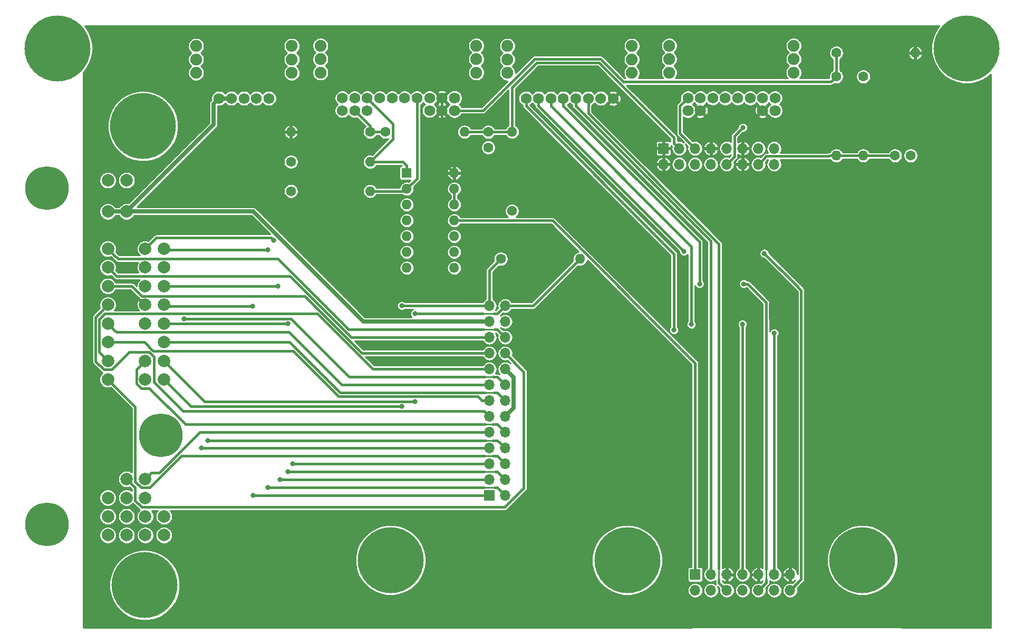
<source format=gbr>
G04 #@! TF.GenerationSoftware,KiCad,Pcbnew,5.0.2-bee76a0~70~ubuntu18.04.1*
G04 #@! TF.CreationDate,2019-06-07T16:13:31+01:00*
G04 #@! TF.ProjectId,leaf_adapter,6c656166-5f61-4646-9170-7465722e6b69,rev?*
G04 #@! TF.SameCoordinates,Original*
G04 #@! TF.FileFunction,Copper,L1,Top*
G04 #@! TF.FilePolarity,Positive*
%FSLAX46Y46*%
G04 Gerber Fmt 4.6, Leading zero omitted, Abs format (unit mm)*
G04 Created by KiCad (PCBNEW 5.0.2-bee76a0~70~ubuntu18.04.1) date Fri 07 Jun 2019 16:13:31 BST*
%MOMM*%
%LPD*%
G01*
G04 APERTURE LIST*
G04 #@! TA.AperFunction,ComponentPad*
%ADD10C,7.000000*%
G04 #@! TD*
G04 #@! TA.AperFunction,ComponentPad*
%ADD11C,2.000000*%
G04 #@! TD*
G04 #@! TA.AperFunction,ComponentPad*
%ADD12R,1.700000X1.700000*%
G04 #@! TD*
G04 #@! TA.AperFunction,ComponentPad*
%ADD13O,1.700000X1.700000*%
G04 #@! TD*
G04 #@! TA.AperFunction,ComponentPad*
%ADD14C,10.600000*%
G04 #@! TD*
G04 #@! TA.AperFunction,ComponentPad*
%ADD15C,0.900000*%
G04 #@! TD*
G04 #@! TA.AperFunction,ComponentPad*
%ADD16C,1.800000*%
G04 #@! TD*
G04 #@! TA.AperFunction,ComponentPad*
%ADD17C,1.750000*%
G04 #@! TD*
G04 #@! TA.AperFunction,ComponentPad*
%ADD18C,1.900000*%
G04 #@! TD*
G04 #@! TA.AperFunction,ComponentPad*
%ADD19C,1.600000*%
G04 #@! TD*
G04 #@! TA.AperFunction,ComponentPad*
%ADD20R,1.600000X1.600000*%
G04 #@! TD*
G04 #@! TA.AperFunction,ComponentPad*
%ADD21O,1.600000X1.600000*%
G04 #@! TD*
G04 #@! TA.AperFunction,ViaPad*
%ADD22C,0.800000*%
G04 #@! TD*
G04 #@! TA.AperFunction,Conductor*
%ADD23C,0.381000*%
G04 #@! TD*
G04 #@! TA.AperFunction,Conductor*
%ADD24C,0.254000*%
G04 #@! TD*
G04 #@! TA.AperFunction,Conductor*
%ADD25C,0.635000*%
G04 #@! TD*
G04 APERTURE END LIST*
D10*
G04 #@! TO.P,CN001,~*
G04 #@! TO.N,N/C*
X63358240Y-71220000D03*
X63358240Y-125220000D03*
X81608240Y-110970000D03*
D11*
G04 #@! TO.P,CN001,1*
G04 #@! TO.N,Net-(CN001-Pad1)*
X73108240Y-126970000D03*
G04 #@! TO.P,CN001,2*
G04 #@! TO.N,Net-(CN001-Pad2)*
X73108240Y-123970000D03*
G04 #@! TO.P,CN001,3*
G04 #@! TO.N,Net-(CN001-Pad3)*
X73108240Y-120970000D03*
G04 #@! TO.P,CN001,4*
G04 #@! TO.N,/IN_CRUISE*
X73108240Y-101970000D03*
G04 #@! TO.P,CN001,5*
G04 #@! TO.N,/OUT_TEMP*
X73108240Y-98970000D03*
G04 #@! TO.P,CN001,6*
G04 #@! TO.N,/OUT_ERR*
X73108240Y-95970000D03*
G04 #@! TO.P,CN001,7*
G04 #@! TO.N,/OUT_OVTG*
X73108240Y-92970000D03*
G04 #@! TO.P,CN001,8*
G04 #@! TO.N,/OUT_DCSW*
X73108240Y-89970000D03*
G04 #@! TO.P,CN001,9*
G04 #@! TO.N,/OUT_PRE*
X73108240Y-86970000D03*
G04 #@! TO.P,CN001,10*
G04 #@! TO.N,/TMP1*
X73108240Y-83970000D03*
G04 #@! TO.P,CN001,11*
G04 #@! TO.N,/TMP2*
X73108240Y-80970000D03*
G04 #@! TO.P,CN001,12*
G04 #@! TO.N,/12V*
X73108240Y-74970000D03*
G04 #@! TO.P,CN001,13*
G04 #@! TO.N,GND*
X73108240Y-69970000D03*
G04 #@! TO.P,CN001,14*
X76108240Y-69970000D03*
G04 #@! TO.P,CN001,15*
G04 #@! TO.N,/12V*
X76108240Y-74970000D03*
G04 #@! TO.P,CN001,16*
G04 #@! TO.N,/IN_BMS*
X76108240Y-117970000D03*
G04 #@! TO.P,CN001,17*
G04 #@! TO.N,Net-(CN001-Pad17)*
X76108240Y-120970000D03*
G04 #@! TO.P,CN001,18*
G04 #@! TO.N,Net-(CN001-Pad18)*
X76108240Y-123970000D03*
G04 #@! TO.P,CN001,19*
G04 #@! TO.N,Net-(CN001-Pad19)*
X76108240Y-126970000D03*
G04 #@! TO.P,CN001,20*
G04 #@! TO.N,Net-(CN001-Pad20)*
X79108240Y-126970000D03*
G04 #@! TO.P,CN001,21*
G04 #@! TO.N,Net-(CN001-Pad21)*
X79108240Y-123970000D03*
G04 #@! TO.P,CN001,22*
G04 #@! TO.N,Net-(CN001-Pad22)*
X79108240Y-120970000D03*
G04 #@! TO.P,CN001,23*
G04 #@! TO.N,/OUT_BRAKE*
X79108240Y-117970000D03*
G04 #@! TO.P,CN001,24*
G04 #@! TO.N,/IN_START*
X79108240Y-101970000D03*
G04 #@! TO.P,CN001,25*
G04 #@! TO.N,/IN_BRAKE*
X79108240Y-98970000D03*
G04 #@! TO.P,CN001,26*
G04 #@! TO.N,/IN_REVERSE*
X79108240Y-92970000D03*
G04 #@! TO.P,CN001,27*
G04 #@! TO.N,/5V*
X79108240Y-89970000D03*
G04 #@! TO.P,CN001,28*
G04 #@! TO.N,GND*
X79108240Y-86970000D03*
G04 #@! TO.P,CN001,29*
G04 #@! TO.N,/REGEN*
X79108240Y-83970000D03*
G04 #@! TO.P,CN001,30*
G04 #@! TO.N,/THROTTLE*
X79108240Y-80970000D03*
G04 #@! TO.P,CN001,31*
G04 #@! TO.N,/S3*
X82108240Y-80970000D03*
G04 #@! TO.P,CN001,32*
G04 #@! TO.N,/S1S4*
X82108240Y-83970000D03*
G04 #@! TO.P,CN001,33*
G04 #@! TO.N,/R1*
X82108240Y-86970000D03*
G04 #@! TO.P,CN001,34*
G04 #@! TO.N,/S1S4*
X82108240Y-89970000D03*
G04 #@! TO.P,CN001,35*
G04 #@! TO.N,/S2*
X82108240Y-92970000D03*
G04 #@! TO.P,CN001,36*
G04 #@! TO.N,/IN_FORWARD*
X82108240Y-95970000D03*
G04 #@! TO.P,CN001,37*
G04 #@! TO.N,/CANL*
X82108240Y-98970000D03*
G04 #@! TO.P,CN001,38*
G04 #@! TO.N,/CANH*
X82108240Y-101970000D03*
G04 #@! TO.P,CN001,39*
G04 #@! TO.N,Net-(CN001-Pad39)*
X82108240Y-123970000D03*
G04 #@! TO.P,CN001,40*
G04 #@! TO.N,Net-(CN001-Pad40)*
X82108240Y-126970000D03*
G04 #@! TD*
D12*
G04 #@! TO.P,JP5,1*
G04 #@! TO.N,/S1S4*
X134350000Y-120600000D03*
D13*
G04 #@! TO.P,JP5,2*
G04 #@! TO.N,/S3*
X136890000Y-120600000D03*
G04 #@! TO.P,JP5,3*
G04 #@! TO.N,/R1*
X134350000Y-118060000D03*
G04 #@! TO.P,JP5,4*
G04 #@! TO.N,/S2*
X136890000Y-118060000D03*
G04 #@! TO.P,JP5,5*
G04 #@! TO.N,/THROTTLE*
X134350000Y-115520000D03*
G04 #@! TO.P,JP5,6*
G04 #@! TO.N,/IN_CRUISE*
X136890000Y-115520000D03*
G04 #@! TO.P,JP5,7*
G04 #@! TO.N,/REGEN*
X134350000Y-112980000D03*
G04 #@! TO.P,JP5,8*
G04 #@! TO.N,/IN_START*
X136890000Y-112980000D03*
G04 #@! TO.P,JP5,9*
G04 #@! TO.N,/OUT_BRAKE*
X134350000Y-110440000D03*
G04 #@! TO.P,JP5,10*
G04 #@! TO.N,/IN_BRAKE*
X136890000Y-110440000D03*
G04 #@! TO.P,JP5,11*
G04 #@! TO.N,/OUT_DCSW*
X134350000Y-107900000D03*
G04 #@! TO.P,JP5,12*
G04 #@! TO.N,/12V*
X136890000Y-107900000D03*
G04 #@! TO.P,JP5,13*
G04 #@! TO.N,/OUT_ERR*
X134350000Y-105360000D03*
G04 #@! TO.P,JP5,14*
G04 #@! TO.N,/IN_FORWARD*
X136890000Y-105360000D03*
G04 #@! TO.P,JP5,15*
G04 #@! TO.N,/OUT_OVTG*
X134350000Y-102820000D03*
G04 #@! TO.P,JP5,16*
G04 #@! TO.N,/IN_REVERSE*
X136890000Y-102820000D03*
G04 #@! TO.P,JP5,17*
G04 #@! TO.N,/OUT_TEMP*
X134350000Y-100280000D03*
G04 #@! TO.P,JP5,18*
G04 #@! TO.N,/12V*
X136890000Y-100280000D03*
G04 #@! TO.P,JP5,19*
G04 #@! TO.N,/OUT_PRE*
X134350000Y-97740000D03*
G04 #@! TO.P,JP5,20*
G04 #@! TO.N,/IN_BMS*
X136890000Y-97740000D03*
G04 #@! TO.P,JP5,21*
G04 #@! TO.N,/TMP1*
X134350000Y-95200000D03*
G04 #@! TO.P,JP5,22*
G04 #@! TO.N,/TMP2*
X136890000Y-95200000D03*
G04 #@! TO.P,JP5,23*
G04 #@! TO.N,/12V*
X134350000Y-92660000D03*
G04 #@! TO.P,JP5,24*
G04 #@! TO.N,GND*
X136890000Y-92660000D03*
G04 #@! TO.P,JP5,25*
G04 #@! TO.N,/CANH*
X134350000Y-90120000D03*
G04 #@! TO.P,JP5,26*
G04 #@! TO.N,/CANL*
X136890000Y-90120000D03*
G04 #@! TD*
D14*
G04 #@! TO.P,REF\002A\002A,1*
G04 #@! TO.N,N/C*
X65000000Y-48750000D03*
D15*
X68975000Y-48750000D03*
X67810749Y-51560749D03*
X65000000Y-52725000D03*
X62189251Y-51560749D03*
X61025000Y-48750000D03*
X62189251Y-45939251D03*
X65000000Y-44775000D03*
X67810749Y-45939251D03*
G04 #@! TD*
D14*
G04 #@! TO.P,REF\002A\002A,1*
G04 #@! TO.N,N/C*
X78750000Y-61250000D03*
D15*
X82725000Y-61250000D03*
X81560749Y-64060749D03*
X78750000Y-65225000D03*
X75939251Y-64060749D03*
X74775000Y-61250000D03*
X75939251Y-58439251D03*
X78750000Y-57275000D03*
X81560749Y-58439251D03*
G04 #@! TD*
D14*
G04 #@! TO.P,REF\002A\002A,1*
G04 #@! TO.N,N/C*
X79000000Y-135000000D03*
D15*
X82975000Y-135000000D03*
X81810749Y-137810749D03*
X79000000Y-138975000D03*
X76189251Y-137810749D03*
X75025000Y-135000000D03*
X76189251Y-132189251D03*
X79000000Y-131025000D03*
X81810749Y-132189251D03*
G04 #@! TD*
D14*
G04 #@! TO.P,REF\002A\002A,1*
G04 #@! TO.N,N/C*
X194250000Y-131000000D03*
D15*
X198225000Y-131000000D03*
X197060749Y-133810749D03*
X194250000Y-134975000D03*
X191439251Y-133810749D03*
X190275000Y-131000000D03*
X191439251Y-128189251D03*
X194250000Y-127025000D03*
X197060749Y-128189251D03*
G04 #@! TD*
D14*
G04 #@! TO.P,REF\002A\002A,1*
G04 #@! TO.N,N/C*
X156500000Y-131000000D03*
D15*
X160475000Y-131000000D03*
X159310749Y-133810749D03*
X156500000Y-134975000D03*
X153689251Y-133810749D03*
X152525000Y-131000000D03*
X153689251Y-128189251D03*
X156500000Y-127025000D03*
X159310749Y-128189251D03*
G04 #@! TD*
D14*
G04 #@! TO.P,REF\002A\002A,1*
G04 #@! TO.N,N/C*
X118500000Y-131000000D03*
D15*
X122475000Y-131000000D03*
X121310749Y-133810749D03*
X118500000Y-134975000D03*
X115689251Y-133810749D03*
X114525000Y-131000000D03*
X115689251Y-128189251D03*
X118500000Y-127025000D03*
X121310749Y-128189251D03*
G04 #@! TD*
D16*
G04 #@! TO.P,CN151,12*
G04 #@! TO.N,GND*
X166239880Y-58751700D03*
G04 #@! TO.P,CN151,11*
G04 #@! TO.N,/5V*
X168239880Y-58751700D03*
G04 #@! TO.P,CN151,10*
X178239880Y-58751700D03*
G04 #@! TO.P,CN151,9*
G04 #@! TO.N,GND*
X180239880Y-58751700D03*
D17*
G04 #@! TO.P,CN151,8*
G04 #@! TO.N,/I2*
X180239880Y-56751700D03*
G04 #@! TO.P,CN151,7*
G04 #@! TO.N,Net-(CN151-Pad7)*
X178239880Y-56751700D03*
G04 #@! TO.P,CN151,6*
G04 #@! TO.N,Net-(CN151-Pad6)*
X176239880Y-56751700D03*
D18*
G04 #@! TO.P,CN151,~*
G04 #@! TO.N,N/C*
X183229880Y-52651700D03*
X183229880Y-50501700D03*
X183229880Y-48351700D03*
X163249880Y-52651700D03*
X163249880Y-48351700D03*
X163249880Y-50501700D03*
D17*
G04 #@! TO.P,CN151,5*
G04 #@! TO.N,Net-(CN151-Pad5)*
X174239880Y-56751700D03*
G04 #@! TO.P,CN151,4*
G04 #@! TO.N,Net-(CN151-Pad4)*
X172239880Y-56751700D03*
G04 #@! TO.P,CN151,3*
G04 #@! TO.N,Net-(CN151-Pad3)*
X170239880Y-56751700D03*
G04 #@! TO.P,CN151,2*
G04 #@! TO.N,Net-(CN151-Pad2)*
X168239880Y-56751700D03*
G04 #@! TO.P,CN151,1*
G04 #@! TO.N,/I1*
X166239880Y-56751700D03*
G04 #@! TD*
D19*
G04 #@! TO.P,C1,1*
G04 #@! TO.N,/TMPHS*
X199500000Y-66000000D03*
G04 #@! TO.P,C1,2*
G04 #@! TO.N,GND*
X202000000Y-66000000D03*
G04 #@! TD*
G04 #@! TO.P,C2,1*
G04 #@! TO.N,/UDC*
X134180000Y-62200000D03*
G04 #@! TO.P,C2,2*
G04 #@! TO.N,GND*
X134180000Y-64700000D03*
G04 #@! TD*
D18*
G04 #@! TO.P,CN101,~*
G04 #@! TO.N,N/C*
X102639200Y-52702500D03*
X102639200Y-50552500D03*
X102639200Y-48402500D03*
X87259200Y-52702500D03*
X87259200Y-48402500D03*
X87259200Y-50552500D03*
D17*
G04 #@! TO.P,CN101,5*
G04 #@! TO.N,GND*
X98949200Y-56802500D03*
G04 #@! TO.P,CN101,4*
X96949200Y-56802500D03*
G04 #@! TO.P,CN101,3*
G04 #@! TO.N,Net-(CN101-Pad3)*
X94949200Y-56802500D03*
G04 #@! TO.P,CN101,2*
G04 #@! TO.N,/12V*
X92949200Y-56802500D03*
G04 #@! TO.P,CN101,1*
X90949200Y-56802500D03*
G04 #@! TD*
G04 #@! TO.P,CN501,16*
G04 #@! TO.N,Net-(CN501-Pad16)*
X110748500Y-58751700D03*
G04 #@! TO.P,CN501,15*
G04 #@! TO.N,/UDC_PWM*
X112748500Y-58751700D03*
G04 #@! TO.P,CN501,14*
G04 #@! TO.N,Net-(CN501-Pad14)*
X114748500Y-58751700D03*
G04 #@! TO.P,CN501,13*
G04 #@! TO.N,Net-(CN501-Pad13)*
X124748500Y-58751700D03*
D16*
G04 #@! TO.P,CN501,12*
G04 #@! TO.N,/5V*
X126748500Y-58751700D03*
G04 #@! TO.P,CN501,11*
G04 #@! TO.N,/TMP_PWM*
X128748500Y-58751700D03*
G04 #@! TO.P,CN501,10*
G04 #@! TO.N,Net-(CN501-Pad10)*
X128748500Y-56751700D03*
G04 #@! TO.P,CN501,9*
G04 #@! TO.N,/5V*
X126748500Y-56751700D03*
D17*
G04 #@! TO.P,CN501,8*
G04 #@! TO.N,Net-(CN501-Pad8)*
X124748500Y-56751700D03*
G04 #@! TO.P,CN501,7*
G04 #@! TO.N,/FAULT2*
X122748500Y-56751700D03*
G04 #@! TO.P,CN501,6*
G04 #@! TO.N,Net-(CN501-Pad6)*
X120748500Y-56751700D03*
D18*
G04 #@! TO.P,CN501,~*
G04 #@! TO.N,N/C*
X132263500Y-52651700D03*
X132263500Y-50501700D03*
X132263500Y-48351700D03*
X107233500Y-52651700D03*
X107233500Y-48351700D03*
X107233500Y-50501700D03*
D17*
G04 #@! TO.P,CN501,5*
G04 #@! TO.N,Net-(CN501-Pad5)*
X118748500Y-56751700D03*
G04 #@! TO.P,CN501,4*
G04 #@! TO.N,Net-(CN501-Pad4)*
X116748500Y-56751700D03*
G04 #@! TO.P,CN501,3*
G04 #@! TO.N,/FAULT1*
X114748500Y-56751700D03*
G04 #@! TO.P,CN501,2*
G04 #@! TO.N,Net-(CN501-Pad2)*
X112748500Y-56751700D03*
G04 #@! TO.P,CN501,1*
G04 #@! TO.N,Net-(CN501-Pad1)*
X110748500Y-56751700D03*
G04 #@! TD*
G04 #@! TO.P,CN601,8*
G04 #@! TO.N,/5V*
X154248060Y-56802500D03*
G04 #@! TO.P,CN601,7*
G04 #@! TO.N,Net-(CN601-Pad7)*
X152248060Y-56802500D03*
G04 #@! TO.P,CN601,6*
G04 #@! TO.N,/WP*
X150248060Y-56802500D03*
D18*
G04 #@! TO.P,CN601,~*
G04 #@! TO.N,N/C*
X157238060Y-52702500D03*
X157238060Y-50552500D03*
X157238060Y-48402500D03*
X137258060Y-52702500D03*
X137258060Y-48402500D03*
X137258060Y-50552500D03*
D17*
G04 #@! TO.P,CN601,5*
G04 #@! TO.N,/WN*
X148248060Y-56802500D03*
G04 #@! TO.P,CN601,4*
G04 #@! TO.N,/Vp*
X146248060Y-56802500D03*
G04 #@! TO.P,CN601,3*
G04 #@! TO.N,/VN*
X144248060Y-56802500D03*
G04 #@! TO.P,CN601,2*
G04 #@! TO.N,/UP*
X142248060Y-56802500D03*
G04 #@! TO.P,CN601,1*
G04 #@! TO.N,/UN*
X140248060Y-56802500D03*
G04 #@! TD*
D20*
G04 #@! TO.P,IC1,1*
G04 #@! TO.N,/FAULT1*
X121100000Y-68800000D03*
D21*
G04 #@! TO.P,IC1,8*
G04 #@! TO.N,Net-(IC1-Pad8)*
X128720000Y-84040000D03*
G04 #@! TO.P,IC1,2*
G04 #@! TO.N,/FAULT2*
X121100000Y-71340000D03*
G04 #@! TO.P,IC1,9*
G04 #@! TO.N,GND*
X128720000Y-81500000D03*
G04 #@! TO.P,IC1,3*
G04 #@! TO.N,/FAULT*
X121100000Y-73880000D03*
G04 #@! TO.P,IC1,10*
G04 #@! TO.N,GND*
X128720000Y-78960000D03*
G04 #@! TO.P,IC1,4*
X121100000Y-76420000D03*
G04 #@! TO.P,IC1,11*
G04 #@! TO.N,/DESAT*
X128720000Y-76420000D03*
G04 #@! TO.P,IC1,5*
G04 #@! TO.N,GND*
X121100000Y-78960000D03*
G04 #@! TO.P,IC1,12*
G04 #@! TO.N,/FAULT*
X128720000Y-73880000D03*
G04 #@! TO.P,IC1,6*
G04 #@! TO.N,Net-(IC1-Pad6)*
X121100000Y-81500000D03*
G04 #@! TO.P,IC1,13*
G04 #@! TO.N,/FAULT*
X128720000Y-71340000D03*
G04 #@! TO.P,IC1,7*
G04 #@! TO.N,GND*
X121100000Y-84040000D03*
G04 #@! TO.P,IC1,14*
G04 #@! TO.N,/5V*
X128720000Y-68800000D03*
G04 #@! TD*
D12*
G04 #@! TO.P,JP3,1*
G04 #@! TO.N,/DESAT*
X167400000Y-133300000D03*
D13*
G04 #@! TO.P,JP3,2*
G04 #@! TO.N,Net-(JP3-Pad2)*
X167400000Y-135840000D03*
G04 #@! TO.P,JP3,3*
G04 #@! TO.N,/WN*
X169940000Y-133300000D03*
G04 #@! TO.P,JP3,4*
G04 #@! TO.N,GND*
X169940000Y-135840000D03*
G04 #@! TO.P,JP3,5*
G04 #@! TO.N,/5V*
X172480000Y-133300000D03*
G04 #@! TO.P,JP3,6*
G04 #@! TO.N,/WP*
X172480000Y-135840000D03*
G04 #@! TO.P,JP3,7*
G04 #@! TO.N,/VN*
X175020000Y-133300000D03*
G04 #@! TO.P,JP3,8*
G04 #@! TO.N,GND*
X175020000Y-135840000D03*
G04 #@! TO.P,JP3,9*
G04 #@! TO.N,/5V*
X177560000Y-133300000D03*
G04 #@! TO.P,JP3,10*
G04 #@! TO.N,/Vp*
X177560000Y-135840000D03*
G04 #@! TO.P,JP3,11*
G04 #@! TO.N,/UN*
X180100000Y-133300000D03*
G04 #@! TO.P,JP3,12*
G04 #@! TO.N,GND*
X180100000Y-135840000D03*
G04 #@! TO.P,JP3,13*
G04 #@! TO.N,/5V*
X182640000Y-133300000D03*
G04 #@! TO.P,JP3,14*
G04 #@! TO.N,/UP*
X182640000Y-135840000D03*
G04 #@! TD*
D12*
G04 #@! TO.P,JP4,1*
G04 #@! TO.N,/5V*
X162300000Y-64850000D03*
D13*
G04 #@! TO.P,JP4,2*
X162300000Y-67390000D03*
G04 #@! TO.P,JP4,3*
G04 #@! TO.N,/UDC*
X164840000Y-64850000D03*
G04 #@! TO.P,JP4,4*
G04 #@! TO.N,Net-(JP4-Pad4)*
X164840000Y-67390000D03*
G04 #@! TO.P,JP4,5*
G04 #@! TO.N,/I1*
X167380000Y-64850000D03*
G04 #@! TO.P,JP4,6*
G04 #@! TO.N,GND*
X167380000Y-67390000D03*
G04 #@! TO.P,JP4,7*
G04 #@! TO.N,/5V*
X169920000Y-64850000D03*
G04 #@! TO.P,JP4,8*
G04 #@! TO.N,GND*
X169920000Y-67390000D03*
G04 #@! TO.P,JP4,9*
X172460000Y-64850000D03*
G04 #@! TO.P,JP4,10*
G04 #@! TO.N,/I2*
X172460000Y-67390000D03*
G04 #@! TO.P,JP4,11*
G04 #@! TO.N,/5V*
X175000000Y-64850000D03*
G04 #@! TO.P,JP4,12*
X175000000Y-67390000D03*
G04 #@! TO.P,JP4,13*
G04 #@! TO.N,Net-(JP4-Pad13)*
X177540000Y-64850000D03*
G04 #@! TO.P,JP4,14*
G04 #@! TO.N,/TMPHS*
X177540000Y-67390000D03*
G04 #@! TO.P,JP4,15*
G04 #@! TO.N,GND*
X180080000Y-64850000D03*
G04 #@! TO.P,JP4,16*
X180080000Y-67390000D03*
G04 #@! TD*
D19*
G04 #@! TO.P,R1,1*
G04 #@! TO.N,/CANH*
X136200000Y-82600000D03*
D21*
G04 #@! TO.P,R1,2*
G04 #@! TO.N,/CANL*
X148900000Y-82600000D03*
G04 #@! TD*
D19*
G04 #@! TO.P,R2,1*
G04 #@! TO.N,/UDC_PWM*
X115200000Y-62200000D03*
D21*
G04 #@! TO.P,R2,2*
G04 #@! TO.N,/5V*
X102500000Y-62200000D03*
G04 #@! TD*
D19*
G04 #@! TO.P,R3,1*
G04 #@! TO.N,/TMP_PWM*
X190060000Y-49500000D03*
D21*
G04 #@! TO.P,R3,2*
G04 #@! TO.N,/5V*
X202760000Y-49500000D03*
G04 #@! TD*
D19*
G04 #@! TO.P,R4,1*
G04 #@! TO.N,/TMP_PWM*
X190060000Y-53310000D03*
D21*
G04 #@! TO.P,R4,2*
G04 #@! TO.N,/TMPHS*
X190060000Y-66010000D03*
G04 #@! TD*
D19*
G04 #@! TO.P,R5,1*
G04 #@! TO.N,/UDC_PWM*
X117670000Y-62200000D03*
D21*
G04 #@! TO.P,R5,2*
G04 #@! TO.N,/UDC*
X130370000Y-62200000D03*
G04 #@! TD*
D19*
G04 #@! TO.P,R7,1*
G04 #@! TO.N,GND*
X137990000Y-74900000D03*
D21*
G04 #@! TO.P,R7,2*
G04 #@! TO.N,/UDC*
X137990000Y-62200000D03*
G04 #@! TD*
D19*
G04 #@! TO.P,R8,1*
G04 #@! TO.N,GND*
X194400000Y-53310000D03*
D21*
G04 #@! TO.P,R8,2*
G04 #@! TO.N,/TMPHS*
X194400000Y-66010000D03*
G04 #@! TD*
D19*
G04 #@! TO.P,R9,1*
G04 #@! TO.N,GND*
X102500000Y-67000000D03*
D21*
G04 #@! TO.P,R9,2*
G04 #@! TO.N,/FAULT1*
X115200000Y-67000000D03*
G04 #@! TD*
D19*
G04 #@! TO.P,R10,1*
G04 #@! TO.N,GND*
X102500000Y-71700000D03*
D21*
G04 #@! TO.P,R10,2*
G04 #@! TO.N,/FAULT2*
X115200000Y-71700000D03*
G04 #@! TD*
D14*
G04 #@! TO.P,H1,1*
G04 #@! TO.N,GND*
X211000000Y-48750000D03*
D15*
X214975000Y-48750000D03*
X213810749Y-51560749D03*
X211000000Y-52725000D03*
X208189251Y-51560749D03*
X207025000Y-48750000D03*
X208189251Y-45939251D03*
X211000000Y-44775000D03*
X213810749Y-45939251D03*
G04 #@! TD*
D22*
G04 #@! TO.N,/IN_START*
X89150000Y-111750000D03*
G04 #@! TO.N,/IN_REVERSE*
X85300000Y-92209490D03*
G04 #@! TO.N,/REGEN*
X88150000Y-112950000D03*
G04 #@! TO.N,/THROTTLE*
X102810009Y-115520000D03*
X99700000Y-79600000D03*
G04 #@! TO.N,/S3*
X98800501Y-119300501D03*
X98800000Y-81100000D03*
G04 #@! TO.N,/S1S4*
X96400000Y-120600000D03*
X96300000Y-90200000D03*
G04 #@! TO.N,/R1*
X100760000Y-118060000D03*
X100400000Y-87000000D03*
G04 #@! TO.N,/S2*
X102019499Y-116819499D03*
X102019499Y-93000000D03*
G04 #@! TO.N,/CANL*
X122400000Y-91400000D03*
X122400000Y-105500000D03*
G04 #@! TO.N,/CANH*
X120300000Y-90100000D03*
X120296590Y-106290510D03*
G04 #@! TO.N,/I2*
X175050000Y-61500000D03*
G04 #@! TO.N,/UN*
X180100000Y-94500000D03*
X164000000Y-94000000D03*
G04 #@! TO.N,/UP*
X178500000Y-81700000D03*
X165600000Y-81391876D03*
G04 #@! TO.N,/VN*
X166800000Y-93100000D03*
X175000000Y-93100000D03*
G04 #@! TO.N,/Vp*
X175200000Y-86600000D03*
X168100000Y-86600000D03*
G04 #@! TD*
D23*
G04 #@! TO.N,/TMPHS*
X194410000Y-66000000D02*
X194400000Y-66010000D01*
X199500000Y-66000000D02*
X194410000Y-66000000D01*
X194400000Y-66010000D02*
X190060000Y-66010000D01*
X178389999Y-66550001D02*
X177540000Y-67400000D01*
X178839499Y-66100501D02*
X178389999Y-66550001D01*
X188838129Y-66100501D02*
X178839499Y-66100501D01*
X188928630Y-66010000D02*
X188838129Y-66100501D01*
X190060000Y-66010000D02*
X188928630Y-66010000D01*
G04 #@! TO.N,/UDC*
X130370000Y-62200000D02*
X134180000Y-62200000D01*
X134180000Y-62200000D02*
X137990000Y-62200000D01*
X137990000Y-57187618D02*
X138000000Y-57177618D01*
X142000000Y-51050000D02*
X151950000Y-51050000D01*
X137990000Y-62200000D02*
X137990000Y-57187618D01*
X138000000Y-55050000D02*
X142000000Y-51050000D01*
X138000000Y-57177618D02*
X138000000Y-55050000D01*
X163990001Y-63090001D02*
X151950000Y-51050000D01*
X163990001Y-64000001D02*
X163990001Y-63090001D01*
X164840000Y-64850000D02*
X163990001Y-64000001D01*
G04 #@! TO.N,/IN_CRUISE*
X136900000Y-115520000D02*
X135659499Y-114279499D01*
D24*
X134975000Y-114279499D02*
X133575000Y-114279499D01*
D23*
X135659499Y-114279499D02*
X134975000Y-114279499D01*
X133575000Y-114279499D02*
X84878355Y-114279499D01*
X77498741Y-106360501D02*
X74108239Y-102969999D01*
X77498741Y-118418443D02*
X77498741Y-106360501D01*
X74108239Y-102969999D02*
X73108240Y-101970000D01*
X78440799Y-119360501D02*
X77498741Y-118418443D01*
X79797353Y-119360501D02*
X78440799Y-119360501D01*
X84878355Y-114279499D02*
X79797353Y-119360501D01*
G04 #@! TO.N,/OUT_TEMP*
X134360000Y-100280000D02*
X115623344Y-100280000D01*
X115623344Y-100280000D02*
X106762332Y-91418988D01*
X106762332Y-91418988D02*
X72601310Y-91418988D01*
X71717739Y-92302559D02*
X71717739Y-97579499D01*
X72108241Y-97970001D02*
X73108240Y-98970000D01*
X71717739Y-97579499D02*
X72108241Y-97970001D01*
X72601310Y-91418988D02*
X71717739Y-92302559D01*
G04 #@! TO.N,/OUT_ERR*
X134360000Y-105360000D02*
X133157919Y-105360000D01*
X133157919Y-105360000D02*
X132507418Y-104709499D01*
X110166155Y-104709499D02*
X102817157Y-97360501D01*
X80378355Y-97360501D02*
X78987854Y-95970000D01*
X78987854Y-95970000D02*
X74522453Y-95970000D01*
X74522453Y-95970000D02*
X73108240Y-95970000D01*
X102817157Y-97360501D02*
X80378355Y-97360501D01*
X132507418Y-104709499D02*
X110166155Y-104709499D01*
G04 #@! TO.N,/OUT_OVTG*
X74519251Y-94381011D02*
X74108239Y-93969999D01*
X74108239Y-93969999D02*
X73108240Y-92970000D01*
X134360000Y-102820000D02*
X110608940Y-102820000D01*
X102169951Y-94381011D02*
X74519251Y-94381011D01*
X110608940Y-102820000D02*
X102169951Y-94381011D01*
G04 #@! TO.N,/OUT_DCSW*
X133510001Y-107050001D02*
X120707041Y-107050001D01*
X85161309Y-107081011D02*
X80498741Y-102418443D01*
X72108241Y-90969999D02*
X73108240Y-89970000D01*
X73775681Y-100360501D02*
X72440799Y-100360501D01*
X79775681Y-97579499D02*
X76556683Y-97579499D01*
X76556683Y-97579499D02*
X73775681Y-100360501D01*
X72440799Y-100360501D02*
X71136727Y-99056428D01*
X71136727Y-99056428D02*
X71136727Y-91941513D01*
X80498741Y-98302559D02*
X79775681Y-97579499D01*
X80498741Y-102418443D02*
X80498741Y-98302559D01*
X120676031Y-107081011D02*
X85161309Y-107081011D01*
X71136727Y-91941513D02*
X72108241Y-90969999D01*
X120707041Y-107050001D02*
X120676031Y-107081011D01*
X134360000Y-107900000D02*
X133510001Y-107050001D01*
G04 #@! TO.N,/OUT_PRE*
X104744515Y-88579499D02*
X78539411Y-88579499D01*
X74522453Y-86970000D02*
X73108240Y-86970000D01*
X134360000Y-97740000D02*
X113905016Y-97740000D01*
X78539411Y-88579499D02*
X76929912Y-86970000D01*
X113905016Y-97740000D02*
X104744515Y-88579499D01*
X76929912Y-86970000D02*
X74522453Y-86970000D01*
G04 #@! TO.N,/TMP1*
X74498741Y-85360501D02*
X74108239Y-84969999D01*
X102347189Y-85360501D02*
X74498741Y-85360501D01*
X112186688Y-95200000D02*
X102347189Y-85360501D01*
X134360000Y-95200000D02*
X112186688Y-95200000D01*
X74108239Y-84969999D02*
X73108240Y-83970000D01*
G04 #@! TO.N,/TMP2*
X100387860Y-82579499D02*
X74717739Y-82579499D01*
X74717739Y-82579499D02*
X74108239Y-81969999D01*
X74108239Y-81969999D02*
X73108240Y-80970000D01*
X136900000Y-95200000D02*
X135600501Y-93900501D01*
X111708862Y-93900501D02*
X100387860Y-82579499D01*
D24*
X135200000Y-93900501D02*
X133425000Y-93900501D01*
D23*
X133425000Y-93900501D02*
X111708862Y-93900501D01*
X135600501Y-93900501D02*
X135200000Y-93900501D01*
D25*
G04 #@! TO.N,/12V*
X90074201Y-61004039D02*
X77108239Y-73970001D01*
X77108239Y-73970001D02*
X76108240Y-74970000D01*
X90074201Y-57677499D02*
X90074201Y-61004039D01*
X90949200Y-56802500D02*
X90074201Y-57677499D01*
X76108240Y-74970000D02*
X73108240Y-74970000D01*
X90949200Y-56802500D02*
X92949200Y-56802500D01*
X137749999Y-101129999D02*
X136900000Y-100280000D01*
X138267501Y-101647501D02*
X137749999Y-101129999D01*
X138267501Y-106532499D02*
X138267501Y-101647501D01*
X136900000Y-107900000D02*
X138267501Y-106532499D01*
X77522453Y-74970000D02*
X76108240Y-74970000D01*
X114117902Y-92660000D02*
X96427902Y-74970000D01*
X96427902Y-74970000D02*
X77522453Y-74970000D01*
X134360000Y-92660000D02*
X114117902Y-92660000D01*
D23*
G04 #@! TO.N,/IN_BMS*
X77108239Y-118969999D02*
X76108240Y-117970000D01*
X77498741Y-119360501D02*
X77108239Y-118969999D01*
X136900000Y-97740000D02*
X139900000Y-100740000D01*
X139900000Y-100740000D02*
X139900000Y-119425942D01*
X139900000Y-119425942D02*
X136850942Y-122475000D01*
X136850942Y-122475000D02*
X78555298Y-122475000D01*
X78555298Y-122475000D02*
X77498741Y-121418443D01*
X77498741Y-121418443D02*
X77498741Y-119360501D01*
G04 #@! TO.N,/OUT_BRAKE*
X80108239Y-116970001D02*
X79108240Y-117970000D01*
X81366181Y-116970001D02*
X80108239Y-116970001D01*
X87896182Y-110440000D02*
X81366181Y-116970001D01*
X134360000Y-110440000D02*
X87896182Y-110440000D01*
G04 #@! TO.N,/IN_START*
X136040001Y-112130001D02*
X136030001Y-112130001D01*
X136890000Y-112980000D02*
X136040001Y-112130001D01*
X136030001Y-112130001D02*
X135650000Y-111750000D01*
X133250000Y-111750000D02*
X89150000Y-111750000D01*
X135650000Y-111750000D02*
X134950000Y-111750000D01*
X133250000Y-111750000D02*
X133744058Y-111750000D01*
D24*
X134950000Y-111750000D02*
X133744058Y-111750000D01*
D23*
G04 #@! TO.N,/IN_BRAKE*
X136900000Y-110440000D02*
X135659499Y-109199499D01*
X135659499Y-109199499D02*
X134950000Y-109199499D01*
D24*
X134950000Y-109199499D02*
X133650000Y-109199499D01*
D23*
X77717739Y-100360501D02*
X78108241Y-99969999D01*
X77717739Y-102637441D02*
X77717739Y-100360501D01*
X78108241Y-99969999D02*
X79108240Y-98970000D01*
X133650000Y-109199499D02*
X95030000Y-109199499D01*
X78440799Y-103360501D02*
X77717739Y-102637441D01*
X95030000Y-109199499D02*
X85595681Y-109199499D01*
X85595681Y-109199499D02*
X79756683Y-103360501D01*
X79756683Y-103360501D02*
X78440799Y-103360501D01*
G04 #@! TO.N,/IN_REVERSE*
X136900000Y-102820000D02*
X135659499Y-101579499D01*
X85865685Y-92209490D02*
X85300000Y-92209490D01*
X111849441Y-101579499D02*
X102479432Y-92209490D01*
X102479432Y-92209490D02*
X85865685Y-92209490D01*
X133625000Y-101579499D02*
X111849441Y-101579499D01*
D24*
X134975000Y-101579499D02*
X133625000Y-101579499D01*
D23*
X135659499Y-101579499D02*
X134975000Y-101579499D01*
G04 #@! TO.N,/5V*
X126748500Y-56751700D02*
X126748500Y-58751700D01*
X126748500Y-66828500D02*
X128720000Y-68800000D01*
X126748500Y-58751700D02*
X126748500Y-66828500D01*
G04 #@! TO.N,/REGEN*
X134350000Y-112980000D02*
X88180000Y-112980000D01*
X88180000Y-112980000D02*
X88150000Y-112950000D01*
G04 #@! TO.N,/THROTTLE*
X134360000Y-115520000D02*
X102810009Y-115520000D01*
X80108239Y-79970001D02*
X79108240Y-80970000D01*
X80878239Y-79200001D02*
X80108239Y-79970001D01*
X99300001Y-79200001D02*
X80878239Y-79200001D01*
X99700000Y-79600000D02*
X99300001Y-79200001D01*
G04 #@! TO.N,/S3*
X136900000Y-120600000D02*
X136400000Y-120600000D01*
X82238240Y-81100000D02*
X82108240Y-80970000D01*
X98800000Y-81100000D02*
X82238240Y-81100000D01*
X135590501Y-119300501D02*
X136890000Y-120600000D01*
X135175000Y-119300501D02*
X135590501Y-119300501D01*
D24*
X135175000Y-119300501D02*
X133500000Y-119300501D01*
D23*
X98800501Y-119300501D02*
X133500000Y-119300501D01*
G04 #@! TO.N,/S1S4*
X134360000Y-120600000D02*
X96400000Y-120600000D01*
X82338240Y-90200000D02*
X82108240Y-89970000D01*
X96300000Y-90200000D02*
X82338240Y-90200000D01*
G04 #@! TO.N,/R1*
X134360000Y-118060000D02*
X100760000Y-118060000D01*
X82138240Y-87000000D02*
X82108240Y-86970000D01*
X100400000Y-87000000D02*
X82138240Y-87000000D01*
G04 #@! TO.N,/S2*
X136900000Y-118060000D02*
X135659499Y-116819499D01*
X83522453Y-92970000D02*
X83552453Y-93000000D01*
X83552453Y-93000000D02*
X102019499Y-93000000D01*
X82108240Y-92970000D02*
X83522453Y-92970000D01*
D24*
X135250000Y-116819499D02*
X133500000Y-116819499D01*
D23*
X133500000Y-116819499D02*
X102019499Y-116819499D01*
X135659499Y-116819499D02*
X135250000Y-116819499D01*
G04 #@! TO.N,/IN_FORWARD*
X83522453Y-95970000D02*
X82108240Y-95970000D01*
X102248327Y-95970000D02*
X83522453Y-95970000D01*
X110397827Y-104119499D02*
X102248327Y-95970000D01*
X136900000Y-105360000D02*
X135659499Y-104119499D01*
D24*
X135075000Y-104119499D02*
X133575000Y-104119499D01*
D23*
X133575000Y-104119499D02*
X110397827Y-104119499D01*
X135659499Y-104119499D02*
X135075000Y-104119499D01*
G04 #@! TO.N,/CANL*
X141380000Y-90120000D02*
X136900000Y-90120000D01*
X148900000Y-82600000D02*
X141380000Y-90120000D01*
X136900000Y-90120000D02*
X136050001Y-90969999D01*
X88638240Y-105500000D02*
X82108240Y-98970000D01*
X122400000Y-105500000D02*
X88638240Y-105500000D01*
D24*
X135125000Y-91400000D02*
X133375000Y-91400000D01*
D23*
X133375000Y-91400000D02*
X122400000Y-91400000D01*
X135500000Y-91400000D02*
X135125000Y-91400000D01*
X135610000Y-91400000D02*
X136890000Y-90120000D01*
X135500000Y-91400000D02*
X135610000Y-91400000D01*
G04 #@! TO.N,/CANH*
X134360000Y-84440000D02*
X134360000Y-90120000D01*
X136200000Y-82600000D02*
X134360000Y-84440000D01*
X120320000Y-90120000D02*
X120300000Y-90100000D01*
X134360000Y-90120000D02*
X120320000Y-90120000D01*
X82108240Y-101970000D02*
X86428750Y-106290510D01*
X86428750Y-106290510D02*
X119730905Y-106290510D01*
X119730905Y-106290510D02*
X120296590Y-106290510D01*
G04 #@! TO.N,/I1*
X166530001Y-64010001D02*
X167380000Y-64860000D01*
X164949379Y-62429379D02*
X166530001Y-64010001D01*
X164949379Y-58042201D02*
X164949379Y-62429379D01*
X166239880Y-56751700D02*
X164949379Y-58042201D01*
G04 #@! TO.N,/I2*
X179900000Y-57120000D02*
X180237820Y-56751700D01*
X172460000Y-67390000D02*
X173700501Y-66149499D01*
X173700501Y-66149499D02*
X173700501Y-63699499D01*
X173700501Y-62849499D02*
X175050000Y-61500000D01*
X173700501Y-63699499D02*
X173700501Y-62849499D01*
G04 #@! TO.N,/FAULT1*
X121100000Y-67619000D02*
X121100000Y-68800000D01*
X120481000Y-67000000D02*
X121100000Y-67619000D01*
X115200000Y-67000000D02*
X120481000Y-67000000D01*
X115999999Y-66200001D02*
X115200000Y-67000000D01*
X118860501Y-63339499D02*
X115999999Y-66200001D01*
X118860501Y-60863701D02*
X118860501Y-63339499D01*
X114748500Y-56751700D02*
X118860501Y-60863701D01*
G04 #@! TO.N,/FAULT2*
X120740000Y-71700000D02*
X121100000Y-71340000D01*
X115200000Y-71700000D02*
X120740000Y-71700000D01*
X122748500Y-69691500D02*
X121100000Y-71340000D01*
X122748500Y-56751700D02*
X122748500Y-69691500D01*
G04 #@! TO.N,/TMP_PWM*
X190060000Y-50631370D02*
X190060000Y-53310000D01*
X190060000Y-49500000D02*
X190060000Y-50631370D01*
X141609338Y-50468989D02*
X133326627Y-58751700D01*
X133326627Y-58751700D02*
X130021292Y-58751700D01*
X155831672Y-54109999D02*
X152190662Y-50468989D01*
X189260001Y-54109999D02*
X155831672Y-54109999D01*
X130021292Y-58751700D02*
X128748500Y-58751700D01*
X152190662Y-50468989D02*
X141609338Y-50468989D01*
X190060000Y-53310000D02*
X189260001Y-54109999D01*
G04 #@! TO.N,/UDC_PWM*
X115200000Y-62200000D02*
X117670000Y-62200000D01*
X115200000Y-61203200D02*
X115200000Y-62200000D01*
X112748500Y-58751700D02*
X115200000Y-61203200D01*
G04 #@! TO.N,/UN*
X140248060Y-58039936D02*
X164000000Y-81791876D01*
X140248060Y-56802500D02*
X140248060Y-58039936D01*
X164000000Y-81791876D02*
X164000000Y-87300000D01*
X164000000Y-87300000D02*
X164000000Y-94000000D01*
X180077800Y-133320000D02*
X180077800Y-94522200D01*
X180077800Y-94522200D02*
X180100000Y-94500000D01*
G04 #@! TO.N,/UP*
X142248060Y-58039936D02*
X165600000Y-81391876D01*
X142248060Y-56802500D02*
X142248060Y-58039936D01*
X182617800Y-135860000D02*
X183858301Y-134619499D01*
X182640000Y-135840000D02*
X184425000Y-134055000D01*
X184425000Y-87625000D02*
X183425000Y-86625000D01*
X184425000Y-134055000D02*
X184425000Y-87625000D01*
X183858301Y-87058301D02*
X183425000Y-86625000D01*
X183425000Y-86625000D02*
X178500000Y-81700000D01*
G04 #@! TO.N,/VN*
X144248060Y-58039936D02*
X166800000Y-80591876D01*
X144248060Y-56802500D02*
X144248060Y-58039936D01*
X166800000Y-83200000D02*
X166800000Y-93100000D01*
X166800000Y-80591876D02*
X166800000Y-83200000D01*
X166800000Y-83200000D02*
X166800000Y-83400000D01*
X174997800Y-93102200D02*
X175000000Y-93100000D01*
X174997800Y-101700000D02*
X174997800Y-93102200D01*
X174997800Y-101297800D02*
X174997800Y-101700000D01*
X174997800Y-101700000D02*
X174997800Y-133320000D01*
G04 #@! TO.N,/Vp*
X146248060Y-58039936D02*
X168100000Y-79891876D01*
X146248060Y-56802500D02*
X146248060Y-58039936D01*
X168100000Y-79891876D02*
X168100000Y-86600000D01*
X177537800Y-135860000D02*
X178778301Y-134619499D01*
X175200000Y-86600000D02*
X175800000Y-86600000D01*
X178778301Y-89578301D02*
X178778301Y-92400000D01*
X175800000Y-86600000D02*
X178778301Y-89578301D01*
X178778301Y-92400000D02*
X178778301Y-91978301D01*
X178800501Y-89600501D02*
X178778301Y-89578301D01*
X177560000Y-135840000D02*
X178800501Y-134599499D01*
X178800501Y-92422200D02*
X178778301Y-92400000D01*
D24*
X178800501Y-134100000D02*
X178800501Y-132475000D01*
D23*
X178800501Y-132475000D02*
X178800501Y-92422200D01*
X178800501Y-134599499D02*
X178800501Y-134100000D01*
G04 #@! TO.N,/WN*
X148248060Y-58039936D02*
X148248060Y-56802500D01*
X169917800Y-79709676D02*
X148248060Y-58039936D01*
X169917800Y-133320000D02*
X169917800Y-79709676D01*
G04 #@! TO.N,/WP*
X150248060Y-59218263D02*
X150248060Y-56802500D01*
X171217299Y-80187502D02*
X150248060Y-59218263D01*
X172457800Y-135860000D02*
X171217299Y-134619499D01*
D24*
X171217299Y-134150000D02*
X171217299Y-132325000D01*
D23*
X171217299Y-132325000D02*
X171217299Y-80187502D01*
X171217299Y-134619499D02*
X171217299Y-134150000D01*
G04 #@! TO.N,/FAULT*
X128720000Y-71340000D02*
X128720000Y-73880000D01*
G04 #@! TO.N,/DESAT*
X167377800Y-132117919D02*
X167377800Y-133320000D01*
X167377800Y-99315858D02*
X167377800Y-132117919D01*
X144481942Y-76420000D02*
X167377800Y-99315858D01*
X128720000Y-76420000D02*
X144481942Y-76420000D01*
G04 #@! TD*
D24*
G04 #@! TO.N,/5V*
G36*
X206587279Y-45128574D02*
X205965563Y-46059037D01*
X205537318Y-47092913D01*
X205319000Y-48190470D01*
X205319000Y-49309530D01*
X205537318Y-50407087D01*
X205965563Y-51440963D01*
X206587279Y-52371426D01*
X207378574Y-53162721D01*
X208309037Y-53784437D01*
X209342913Y-54212682D01*
X210440470Y-54431000D01*
X211559530Y-54431000D01*
X212657087Y-54212682D01*
X213690963Y-53784437D01*
X214621426Y-53162721D01*
X214873000Y-52911147D01*
X214873000Y-141873000D01*
X201008383Y-141873000D01*
X201005627Y-141872488D01*
X200935321Y-141853987D01*
X200924753Y-141850652D01*
X200914232Y-141848437D01*
X200903831Y-141845700D01*
X200892885Y-141843943D01*
X200821709Y-141828959D01*
X200815313Y-141827149D01*
X200800378Y-141824468D01*
X200785509Y-141821338D01*
X200778892Y-141820612D01*
X200710778Y-141808386D01*
X200705405Y-141807009D01*
X200689331Y-141804536D01*
X200673280Y-141801655D01*
X200667737Y-141801214D01*
X200589647Y-141789200D01*
X200573037Y-141786264D01*
X200568091Y-141785884D01*
X200563193Y-141785130D01*
X200546372Y-141784213D01*
X200430445Y-141775295D01*
X200430442Y-141775295D01*
X200363557Y-141770150D01*
X200352276Y-141768746D01*
X200341824Y-141768478D01*
X200331385Y-141767675D01*
X200320008Y-141767919D01*
X200247515Y-141766060D01*
X200241830Y-141765500D01*
X200225678Y-141765500D01*
X200209571Y-141765087D01*
X200203887Y-141765500D01*
X167216252Y-141765500D01*
X167210714Y-141765094D01*
X167194473Y-141765500D01*
X167178170Y-141765500D01*
X167172624Y-141766046D01*
X167097598Y-141767922D01*
X167086074Y-141767675D01*
X167075774Y-141768467D01*
X167065468Y-141768725D01*
X167054049Y-141770139D01*
X166987017Y-141775295D01*
X166987014Y-141775295D01*
X166871090Y-141784213D01*
X166854266Y-141785130D01*
X166849367Y-141785884D01*
X166844423Y-141786264D01*
X166827818Y-141789199D01*
X166749723Y-141801214D01*
X166744179Y-141801655D01*
X166728123Y-141804537D01*
X166712055Y-141807009D01*
X166706683Y-141808385D01*
X166638569Y-141820612D01*
X166631950Y-141821338D01*
X166617076Y-141824469D01*
X166602147Y-141827149D01*
X166595753Y-141828958D01*
X166524577Y-141843943D01*
X166513628Y-141845700D01*
X166503224Y-141848438D01*
X166492707Y-141850652D01*
X166482143Y-141853986D01*
X166411832Y-141872489D01*
X166409079Y-141873000D01*
X69127000Y-141873000D01*
X69127000Y-134440470D01*
X73319000Y-134440470D01*
X73319000Y-135559530D01*
X73537318Y-136657087D01*
X73965563Y-137690963D01*
X74587279Y-138621426D01*
X75378574Y-139412721D01*
X76309037Y-140034437D01*
X77342913Y-140462682D01*
X78440470Y-140681000D01*
X79559530Y-140681000D01*
X80657087Y-140462682D01*
X81690963Y-140034437D01*
X82621426Y-139412721D01*
X83412721Y-138621426D01*
X84034437Y-137690963D01*
X84462682Y-136657087D01*
X84681000Y-135559530D01*
X84681000Y-134440470D01*
X84462682Y-133342913D01*
X84034437Y-132309037D01*
X83412721Y-131378574D01*
X82621426Y-130587279D01*
X82401711Y-130440470D01*
X112819000Y-130440470D01*
X112819000Y-131559530D01*
X113037318Y-132657087D01*
X113465563Y-133690963D01*
X114087279Y-134621426D01*
X114878574Y-135412721D01*
X115809037Y-136034437D01*
X116842913Y-136462682D01*
X117940470Y-136681000D01*
X119059530Y-136681000D01*
X120157087Y-136462682D01*
X121190963Y-136034437D01*
X122121426Y-135412721D01*
X122912721Y-134621426D01*
X123534437Y-133690963D01*
X123962682Y-132657087D01*
X124181000Y-131559530D01*
X124181000Y-130440470D01*
X150819000Y-130440470D01*
X150819000Y-131559530D01*
X151037318Y-132657087D01*
X151465563Y-133690963D01*
X152087279Y-134621426D01*
X152878574Y-135412721D01*
X153809037Y-136034437D01*
X154842913Y-136462682D01*
X155940470Y-136681000D01*
X157059530Y-136681000D01*
X158157087Y-136462682D01*
X159190963Y-136034437D01*
X159481958Y-135840000D01*
X166163044Y-135840000D01*
X166186812Y-136081318D01*
X166257202Y-136313363D01*
X166371509Y-136527216D01*
X166525340Y-136714660D01*
X166712784Y-136868491D01*
X166926637Y-136982798D01*
X167158682Y-137053188D01*
X167339528Y-137071000D01*
X167460472Y-137071000D01*
X167641318Y-137053188D01*
X167873363Y-136982798D01*
X168087216Y-136868491D01*
X168274660Y-136714660D01*
X168428491Y-136527216D01*
X168542798Y-136313363D01*
X168613188Y-136081318D01*
X168636956Y-135840000D01*
X168613188Y-135598682D01*
X168542798Y-135366637D01*
X168428491Y-135152784D01*
X168274660Y-134965340D01*
X168087216Y-134811509D01*
X167873363Y-134697202D01*
X167641318Y-134626812D01*
X167460472Y-134609000D01*
X167339528Y-134609000D01*
X167158682Y-134626812D01*
X166926637Y-134697202D01*
X166712784Y-134811509D01*
X166525340Y-134965340D01*
X166371509Y-135152784D01*
X166257202Y-135366637D01*
X166186812Y-135598682D01*
X166163044Y-135840000D01*
X159481958Y-135840000D01*
X160121426Y-135412721D01*
X160912721Y-134621426D01*
X161534437Y-133690963D01*
X161962682Y-132657087D01*
X162181000Y-131559530D01*
X162181000Y-130440470D01*
X161962682Y-129342913D01*
X161534437Y-128309037D01*
X160912721Y-127378574D01*
X160121426Y-126587279D01*
X159190963Y-125965563D01*
X158157087Y-125537318D01*
X157059530Y-125319000D01*
X155940470Y-125319000D01*
X154842913Y-125537318D01*
X153809037Y-125965563D01*
X152878574Y-126587279D01*
X152087279Y-127378574D01*
X151465563Y-128309037D01*
X151037318Y-129342913D01*
X150819000Y-130440470D01*
X124181000Y-130440470D01*
X123962682Y-129342913D01*
X123534437Y-128309037D01*
X122912721Y-127378574D01*
X122121426Y-126587279D01*
X121190963Y-125965563D01*
X120157087Y-125537318D01*
X119059530Y-125319000D01*
X117940470Y-125319000D01*
X116842913Y-125537318D01*
X115809037Y-125965563D01*
X114878574Y-126587279D01*
X114087279Y-127378574D01*
X113465563Y-128309037D01*
X113037318Y-129342913D01*
X112819000Y-130440470D01*
X82401711Y-130440470D01*
X81690963Y-129965563D01*
X80657087Y-129537318D01*
X79559530Y-129319000D01*
X78440470Y-129319000D01*
X77342913Y-129537318D01*
X76309037Y-129965563D01*
X75378574Y-130587279D01*
X74587279Y-131378574D01*
X73965563Y-132309037D01*
X73537318Y-133342913D01*
X73319000Y-134440470D01*
X69127000Y-134440470D01*
X69127000Y-126833983D01*
X71727240Y-126833983D01*
X71727240Y-127106017D01*
X71780311Y-127372823D01*
X71884414Y-127624149D01*
X72035547Y-127850336D01*
X72227904Y-128042693D01*
X72454091Y-128193826D01*
X72705417Y-128297929D01*
X72972223Y-128351000D01*
X73244257Y-128351000D01*
X73511063Y-128297929D01*
X73762389Y-128193826D01*
X73988576Y-128042693D01*
X74180933Y-127850336D01*
X74332066Y-127624149D01*
X74436169Y-127372823D01*
X74489240Y-127106017D01*
X74489240Y-126833983D01*
X74727240Y-126833983D01*
X74727240Y-127106017D01*
X74780311Y-127372823D01*
X74884414Y-127624149D01*
X75035547Y-127850336D01*
X75227904Y-128042693D01*
X75454091Y-128193826D01*
X75705417Y-128297929D01*
X75972223Y-128351000D01*
X76244257Y-128351000D01*
X76511063Y-128297929D01*
X76762389Y-128193826D01*
X76988576Y-128042693D01*
X77180933Y-127850336D01*
X77332066Y-127624149D01*
X77436169Y-127372823D01*
X77489240Y-127106017D01*
X77489240Y-126833983D01*
X77727240Y-126833983D01*
X77727240Y-127106017D01*
X77780311Y-127372823D01*
X77884414Y-127624149D01*
X78035547Y-127850336D01*
X78227904Y-128042693D01*
X78454091Y-128193826D01*
X78705417Y-128297929D01*
X78972223Y-128351000D01*
X79244257Y-128351000D01*
X79511063Y-128297929D01*
X79762389Y-128193826D01*
X79988576Y-128042693D01*
X80180933Y-127850336D01*
X80332066Y-127624149D01*
X80436169Y-127372823D01*
X80489240Y-127106017D01*
X80489240Y-126833983D01*
X80727240Y-126833983D01*
X80727240Y-127106017D01*
X80780311Y-127372823D01*
X80884414Y-127624149D01*
X81035547Y-127850336D01*
X81227904Y-128042693D01*
X81454091Y-128193826D01*
X81705417Y-128297929D01*
X81972223Y-128351000D01*
X82244257Y-128351000D01*
X82511063Y-128297929D01*
X82762389Y-128193826D01*
X82988576Y-128042693D01*
X83180933Y-127850336D01*
X83332066Y-127624149D01*
X83436169Y-127372823D01*
X83489240Y-127106017D01*
X83489240Y-126833983D01*
X83436169Y-126567177D01*
X83332066Y-126315851D01*
X83180933Y-126089664D01*
X82988576Y-125897307D01*
X82762389Y-125746174D01*
X82511063Y-125642071D01*
X82244257Y-125589000D01*
X81972223Y-125589000D01*
X81705417Y-125642071D01*
X81454091Y-125746174D01*
X81227904Y-125897307D01*
X81035547Y-126089664D01*
X80884414Y-126315851D01*
X80780311Y-126567177D01*
X80727240Y-126833983D01*
X80489240Y-126833983D01*
X80436169Y-126567177D01*
X80332066Y-126315851D01*
X80180933Y-126089664D01*
X79988576Y-125897307D01*
X79762389Y-125746174D01*
X79511063Y-125642071D01*
X79244257Y-125589000D01*
X78972223Y-125589000D01*
X78705417Y-125642071D01*
X78454091Y-125746174D01*
X78227904Y-125897307D01*
X78035547Y-126089664D01*
X77884414Y-126315851D01*
X77780311Y-126567177D01*
X77727240Y-126833983D01*
X77489240Y-126833983D01*
X77436169Y-126567177D01*
X77332066Y-126315851D01*
X77180933Y-126089664D01*
X76988576Y-125897307D01*
X76762389Y-125746174D01*
X76511063Y-125642071D01*
X76244257Y-125589000D01*
X75972223Y-125589000D01*
X75705417Y-125642071D01*
X75454091Y-125746174D01*
X75227904Y-125897307D01*
X75035547Y-126089664D01*
X74884414Y-126315851D01*
X74780311Y-126567177D01*
X74727240Y-126833983D01*
X74489240Y-126833983D01*
X74436169Y-126567177D01*
X74332066Y-126315851D01*
X74180933Y-126089664D01*
X73988576Y-125897307D01*
X73762389Y-125746174D01*
X73511063Y-125642071D01*
X73244257Y-125589000D01*
X72972223Y-125589000D01*
X72705417Y-125642071D01*
X72454091Y-125746174D01*
X72227904Y-125897307D01*
X72035547Y-126089664D01*
X71884414Y-126315851D01*
X71780311Y-126567177D01*
X71727240Y-126833983D01*
X69127000Y-126833983D01*
X69127000Y-123833983D01*
X71727240Y-123833983D01*
X71727240Y-124106017D01*
X71780311Y-124372823D01*
X71884414Y-124624149D01*
X72035547Y-124850336D01*
X72227904Y-125042693D01*
X72454091Y-125193826D01*
X72705417Y-125297929D01*
X72972223Y-125351000D01*
X73244257Y-125351000D01*
X73511063Y-125297929D01*
X73762389Y-125193826D01*
X73988576Y-125042693D01*
X74180933Y-124850336D01*
X74332066Y-124624149D01*
X74436169Y-124372823D01*
X74489240Y-124106017D01*
X74489240Y-123833983D01*
X74727240Y-123833983D01*
X74727240Y-124106017D01*
X74780311Y-124372823D01*
X74884414Y-124624149D01*
X75035547Y-124850336D01*
X75227904Y-125042693D01*
X75454091Y-125193826D01*
X75705417Y-125297929D01*
X75972223Y-125351000D01*
X76244257Y-125351000D01*
X76511063Y-125297929D01*
X76762389Y-125193826D01*
X76988576Y-125042693D01*
X77180933Y-124850336D01*
X77332066Y-124624149D01*
X77436169Y-124372823D01*
X77489240Y-124106017D01*
X77489240Y-123833983D01*
X77436169Y-123567177D01*
X77332066Y-123315851D01*
X77180933Y-123089664D01*
X76988576Y-122897307D01*
X76762389Y-122746174D01*
X76511063Y-122642071D01*
X76244257Y-122589000D01*
X75972223Y-122589000D01*
X75705417Y-122642071D01*
X75454091Y-122746174D01*
X75227904Y-122897307D01*
X75035547Y-123089664D01*
X74884414Y-123315851D01*
X74780311Y-123567177D01*
X74727240Y-123833983D01*
X74489240Y-123833983D01*
X74436169Y-123567177D01*
X74332066Y-123315851D01*
X74180933Y-123089664D01*
X73988576Y-122897307D01*
X73762389Y-122746174D01*
X73511063Y-122642071D01*
X73244257Y-122589000D01*
X72972223Y-122589000D01*
X72705417Y-122642071D01*
X72454091Y-122746174D01*
X72227904Y-122897307D01*
X72035547Y-123089664D01*
X71884414Y-123315851D01*
X71780311Y-123567177D01*
X71727240Y-123833983D01*
X69127000Y-123833983D01*
X69127000Y-120833983D01*
X71727240Y-120833983D01*
X71727240Y-121106017D01*
X71780311Y-121372823D01*
X71884414Y-121624149D01*
X72035547Y-121850336D01*
X72227904Y-122042693D01*
X72454091Y-122193826D01*
X72705417Y-122297929D01*
X72972223Y-122351000D01*
X73244257Y-122351000D01*
X73511063Y-122297929D01*
X73762389Y-122193826D01*
X73988576Y-122042693D01*
X74180933Y-121850336D01*
X74332066Y-121624149D01*
X74436169Y-121372823D01*
X74489240Y-121106017D01*
X74489240Y-120833983D01*
X74436169Y-120567177D01*
X74332066Y-120315851D01*
X74180933Y-120089664D01*
X73988576Y-119897307D01*
X73762389Y-119746174D01*
X73511063Y-119642071D01*
X73244257Y-119589000D01*
X72972223Y-119589000D01*
X72705417Y-119642071D01*
X72454091Y-119746174D01*
X72227904Y-119897307D01*
X72035547Y-120089664D01*
X71884414Y-120315851D01*
X71780311Y-120567177D01*
X71727240Y-120833983D01*
X69127000Y-120833983D01*
X69127000Y-91941513D01*
X70562462Y-91941513D01*
X70565228Y-91969597D01*
X70565227Y-99028354D01*
X70562462Y-99056428D01*
X70565227Y-99084501D01*
X70573496Y-99168461D01*
X70606175Y-99276189D01*
X70659243Y-99375472D01*
X70730660Y-99462495D01*
X70752475Y-99480398D01*
X72016833Y-100744758D01*
X72034732Y-100766568D01*
X72121754Y-100837985D01*
X72221037Y-100891053D01*
X72232197Y-100894438D01*
X72227904Y-100897307D01*
X72035547Y-101089664D01*
X71884414Y-101315851D01*
X71780311Y-101567177D01*
X71727240Y-101833983D01*
X71727240Y-102106017D01*
X71780311Y-102372823D01*
X71884414Y-102624149D01*
X72035547Y-102850336D01*
X72227904Y-103042693D01*
X72454091Y-103193826D01*
X72705417Y-103297929D01*
X72972223Y-103351000D01*
X73244257Y-103351000D01*
X73511063Y-103297929D01*
X73593712Y-103263695D01*
X73723978Y-103393961D01*
X73723984Y-103393966D01*
X76927242Y-106597225D01*
X76927241Y-116856324D01*
X76762389Y-116746174D01*
X76511063Y-116642071D01*
X76244257Y-116589000D01*
X75972223Y-116589000D01*
X75705417Y-116642071D01*
X75454091Y-116746174D01*
X75227904Y-116897307D01*
X75035547Y-117089664D01*
X74884414Y-117315851D01*
X74780311Y-117567177D01*
X74727240Y-117833983D01*
X74727240Y-118106017D01*
X74780311Y-118372823D01*
X74884414Y-118624149D01*
X75035547Y-118850336D01*
X75227904Y-119042693D01*
X75454091Y-119193826D01*
X75705417Y-119297929D01*
X75972223Y-119351000D01*
X76244257Y-119351000D01*
X76511063Y-119297929D01*
X76593712Y-119263695D01*
X76723978Y-119393961D01*
X76723983Y-119393965D01*
X76927242Y-119597224D01*
X76927242Y-119856325D01*
X76762389Y-119746174D01*
X76511063Y-119642071D01*
X76244257Y-119589000D01*
X75972223Y-119589000D01*
X75705417Y-119642071D01*
X75454091Y-119746174D01*
X75227904Y-119897307D01*
X75035547Y-120089664D01*
X74884414Y-120315851D01*
X74780311Y-120567177D01*
X74727240Y-120833983D01*
X74727240Y-121106017D01*
X74780311Y-121372823D01*
X74884414Y-121624149D01*
X75035547Y-121850336D01*
X75227904Y-122042693D01*
X75454091Y-122193826D01*
X75705417Y-122297929D01*
X75972223Y-122351000D01*
X76244257Y-122351000D01*
X76511063Y-122297929D01*
X76762389Y-122193826D01*
X76988576Y-122042693D01*
X77151672Y-121879597D01*
X78131332Y-122859257D01*
X78149231Y-122881067D01*
X78201362Y-122923849D01*
X78035547Y-123089664D01*
X77884414Y-123315851D01*
X77780311Y-123567177D01*
X77727240Y-123833983D01*
X77727240Y-124106017D01*
X77780311Y-124372823D01*
X77884414Y-124624149D01*
X78035547Y-124850336D01*
X78227904Y-125042693D01*
X78454091Y-125193826D01*
X78705417Y-125297929D01*
X78972223Y-125351000D01*
X79244257Y-125351000D01*
X79511063Y-125297929D01*
X79762389Y-125193826D01*
X79988576Y-125042693D01*
X80180933Y-124850336D01*
X80332066Y-124624149D01*
X80436169Y-124372823D01*
X80489240Y-124106017D01*
X80489240Y-123833983D01*
X80436169Y-123567177D01*
X80332066Y-123315851D01*
X80180933Y-123089664D01*
X80137769Y-123046500D01*
X81078711Y-123046500D01*
X81035547Y-123089664D01*
X80884414Y-123315851D01*
X80780311Y-123567177D01*
X80727240Y-123833983D01*
X80727240Y-124106017D01*
X80780311Y-124372823D01*
X80884414Y-124624149D01*
X81035547Y-124850336D01*
X81227904Y-125042693D01*
X81454091Y-125193826D01*
X81705417Y-125297929D01*
X81972223Y-125351000D01*
X82244257Y-125351000D01*
X82511063Y-125297929D01*
X82762389Y-125193826D01*
X82988576Y-125042693D01*
X83180933Y-124850336D01*
X83332066Y-124624149D01*
X83436169Y-124372823D01*
X83489240Y-124106017D01*
X83489240Y-123833983D01*
X83436169Y-123567177D01*
X83332066Y-123315851D01*
X83180933Y-123089664D01*
X83137769Y-123046500D01*
X136822868Y-123046500D01*
X136850942Y-123049265D01*
X136879016Y-123046500D01*
X136962976Y-123038231D01*
X137070704Y-123005552D01*
X137169987Y-122952484D01*
X137257009Y-122881067D01*
X137274912Y-122859252D01*
X140284257Y-119849908D01*
X140306067Y-119832009D01*
X140377484Y-119744987D01*
X140430552Y-119645704D01*
X140463231Y-119537976D01*
X140471500Y-119454016D01*
X140471500Y-119454015D01*
X140474265Y-119425943D01*
X140471500Y-119397871D01*
X140471500Y-100768074D01*
X140474265Y-100740000D01*
X140463231Y-100627966D01*
X140430552Y-100520238D01*
X140377484Y-100420955D01*
X140374180Y-100416929D01*
X140306067Y-100333933D01*
X140284258Y-100316035D01*
X138067427Y-98099205D01*
X138103188Y-97981318D01*
X138126956Y-97740000D01*
X138103188Y-97498682D01*
X138032798Y-97266637D01*
X137918491Y-97052784D01*
X137764660Y-96865340D01*
X137577216Y-96711509D01*
X137363363Y-96597202D01*
X137131318Y-96526812D01*
X136950472Y-96509000D01*
X136829528Y-96509000D01*
X136648682Y-96526812D01*
X136416637Y-96597202D01*
X136202784Y-96711509D01*
X136015340Y-96865340D01*
X135861509Y-97052784D01*
X135747202Y-97266637D01*
X135676812Y-97498682D01*
X135653044Y-97740000D01*
X135676812Y-97981318D01*
X135747202Y-98213363D01*
X135861509Y-98427216D01*
X136015340Y-98614660D01*
X136202784Y-98768491D01*
X136416637Y-98882798D01*
X136648682Y-98953188D01*
X136829528Y-98971000D01*
X136950472Y-98971000D01*
X137131318Y-98953188D01*
X137264550Y-98912772D01*
X137722600Y-99370822D01*
X137577216Y-99251509D01*
X137363363Y-99137202D01*
X137131318Y-99066812D01*
X136950472Y-99049000D01*
X136829528Y-99049000D01*
X136648682Y-99066812D01*
X136416637Y-99137202D01*
X136202784Y-99251509D01*
X136015340Y-99405340D01*
X135861509Y-99592784D01*
X135747202Y-99806637D01*
X135676812Y-100038682D01*
X135653044Y-100280000D01*
X135676812Y-100521318D01*
X135747202Y-100753363D01*
X135861509Y-100967216D01*
X135967127Y-101095913D01*
X135879261Y-101048947D01*
X135771533Y-101016268D01*
X135687573Y-101007999D01*
X135659499Y-101005234D01*
X135631425Y-101007999D01*
X135345021Y-101007999D01*
X135378491Y-100967216D01*
X135492798Y-100753363D01*
X135563188Y-100521318D01*
X135586956Y-100280000D01*
X135563188Y-100038682D01*
X135492798Y-99806637D01*
X135378491Y-99592784D01*
X135224660Y-99405340D01*
X135037216Y-99251509D01*
X134823363Y-99137202D01*
X134591318Y-99066812D01*
X134410472Y-99049000D01*
X134289528Y-99049000D01*
X134108682Y-99066812D01*
X133876637Y-99137202D01*
X133662784Y-99251509D01*
X133475340Y-99405340D01*
X133321509Y-99592784D01*
X133259657Y-99708500D01*
X115860067Y-99708500D01*
X114463067Y-98311500D01*
X133259657Y-98311500D01*
X133321509Y-98427216D01*
X133475340Y-98614660D01*
X133662784Y-98768491D01*
X133876637Y-98882798D01*
X134108682Y-98953188D01*
X134289528Y-98971000D01*
X134410472Y-98971000D01*
X134591318Y-98953188D01*
X134823363Y-98882798D01*
X135037216Y-98768491D01*
X135224660Y-98614660D01*
X135378491Y-98427216D01*
X135492798Y-98213363D01*
X135563188Y-97981318D01*
X135586956Y-97740000D01*
X135563188Y-97498682D01*
X135492798Y-97266637D01*
X135378491Y-97052784D01*
X135224660Y-96865340D01*
X135037216Y-96711509D01*
X134823363Y-96597202D01*
X134591318Y-96526812D01*
X134410472Y-96509000D01*
X134289528Y-96509000D01*
X134108682Y-96526812D01*
X133876637Y-96597202D01*
X133662784Y-96711509D01*
X133475340Y-96865340D01*
X133321509Y-97052784D01*
X133259657Y-97168500D01*
X114141740Y-97168500D01*
X112744740Y-95771500D01*
X133259657Y-95771500D01*
X133321509Y-95887216D01*
X133475340Y-96074660D01*
X133662784Y-96228491D01*
X133876637Y-96342798D01*
X134108682Y-96413188D01*
X134289528Y-96431000D01*
X134410472Y-96431000D01*
X134591318Y-96413188D01*
X134823363Y-96342798D01*
X135037216Y-96228491D01*
X135224660Y-96074660D01*
X135378491Y-95887216D01*
X135492798Y-95673363D01*
X135563188Y-95441318D01*
X135586956Y-95200000D01*
X135563188Y-94958682D01*
X135492798Y-94726637D01*
X135378491Y-94512784D01*
X135345021Y-94472001D01*
X135363779Y-94472001D01*
X135717227Y-94825450D01*
X135676812Y-94958682D01*
X135653044Y-95200000D01*
X135676812Y-95441318D01*
X135747202Y-95673363D01*
X135861509Y-95887216D01*
X136015340Y-96074660D01*
X136202784Y-96228491D01*
X136416637Y-96342798D01*
X136648682Y-96413188D01*
X136829528Y-96431000D01*
X136950472Y-96431000D01*
X137131318Y-96413188D01*
X137363363Y-96342798D01*
X137577216Y-96228491D01*
X137764660Y-96074660D01*
X137918491Y-95887216D01*
X138032798Y-95673363D01*
X138103188Y-95441318D01*
X138126956Y-95200000D01*
X138103188Y-94958682D01*
X138032798Y-94726637D01*
X137918491Y-94512784D01*
X137764660Y-94325340D01*
X137577216Y-94171509D01*
X137363363Y-94057202D01*
X137131318Y-93986812D01*
X136950472Y-93969000D01*
X136829528Y-93969000D01*
X136648682Y-93986812D01*
X136530795Y-94022573D01*
X136168930Y-93660707D01*
X136202784Y-93688491D01*
X136416637Y-93802798D01*
X136648682Y-93873188D01*
X136829528Y-93891000D01*
X136950472Y-93891000D01*
X137131318Y-93873188D01*
X137363363Y-93802798D01*
X137577216Y-93688491D01*
X137764660Y-93534660D01*
X137918491Y-93347216D01*
X138032798Y-93133363D01*
X138103188Y-92901318D01*
X138126956Y-92660000D01*
X138103188Y-92418682D01*
X138032798Y-92186637D01*
X137918491Y-91972784D01*
X137764660Y-91785340D01*
X137577216Y-91631509D01*
X137363363Y-91517202D01*
X137131318Y-91446812D01*
X136950472Y-91429000D01*
X136829528Y-91429000D01*
X136648682Y-91446812D01*
X136416637Y-91517202D01*
X136202784Y-91631509D01*
X136113164Y-91705058D01*
X136378494Y-91439728D01*
X136434261Y-91393961D01*
X136530795Y-91297427D01*
X136648682Y-91333188D01*
X136829528Y-91351000D01*
X136950472Y-91351000D01*
X137131318Y-91333188D01*
X137363363Y-91262798D01*
X137577216Y-91148491D01*
X137764660Y-90994660D01*
X137918491Y-90807216D01*
X137980343Y-90691500D01*
X141351926Y-90691500D01*
X141380000Y-90694265D01*
X141408074Y-90691500D01*
X141492034Y-90683231D01*
X141599762Y-90650552D01*
X141699045Y-90597484D01*
X141786067Y-90526067D01*
X141803970Y-90504252D01*
X148573211Y-83735011D01*
X148668484Y-83763912D01*
X148841984Y-83781000D01*
X148958016Y-83781000D01*
X149131516Y-83763912D01*
X149354136Y-83696381D01*
X149559303Y-83586717D01*
X149739134Y-83439134D01*
X149886717Y-83259303D01*
X149996381Y-83054136D01*
X150063912Y-82831516D01*
X150065824Y-82812104D01*
X166806300Y-99552581D01*
X166806301Y-132067157D01*
X166550000Y-132067157D01*
X166475311Y-132074513D01*
X166403492Y-132096299D01*
X166337304Y-132131678D01*
X166279289Y-132179289D01*
X166231678Y-132237304D01*
X166196299Y-132303492D01*
X166174513Y-132375311D01*
X166167157Y-132450000D01*
X166167157Y-134150000D01*
X166174513Y-134224689D01*
X166196299Y-134296508D01*
X166231678Y-134362696D01*
X166279289Y-134420711D01*
X166337304Y-134468322D01*
X166403492Y-134503701D01*
X166475311Y-134525487D01*
X166550000Y-134532843D01*
X168250000Y-134532843D01*
X168324689Y-134525487D01*
X168396508Y-134503701D01*
X168462696Y-134468322D01*
X168520711Y-134420711D01*
X168568322Y-134362696D01*
X168603701Y-134296508D01*
X168625487Y-134224689D01*
X168632843Y-134150000D01*
X168632843Y-132450000D01*
X168625487Y-132375311D01*
X168603701Y-132303492D01*
X168568322Y-132237304D01*
X168520711Y-132179289D01*
X168462696Y-132131678D01*
X168396508Y-132096299D01*
X168324689Y-132074513D01*
X168250000Y-132067157D01*
X167949300Y-132067157D01*
X167949300Y-99343932D01*
X167952065Y-99315858D01*
X167941031Y-99203824D01*
X167908352Y-99096096D01*
X167855284Y-98996813D01*
X167833278Y-98969999D01*
X167783867Y-98909791D01*
X167762058Y-98891893D01*
X144905912Y-76035748D01*
X144888009Y-76013933D01*
X144800987Y-75942516D01*
X144701704Y-75889448D01*
X144593976Y-75856769D01*
X144510016Y-75848500D01*
X144481942Y-75845735D01*
X144453868Y-75848500D01*
X138696212Y-75848500D01*
X138742843Y-75817342D01*
X138907342Y-75652843D01*
X139036588Y-75459413D01*
X139125614Y-75244485D01*
X139171000Y-75016318D01*
X139171000Y-74783682D01*
X139125614Y-74555515D01*
X139036588Y-74340587D01*
X138907342Y-74147157D01*
X138742843Y-73982658D01*
X138549413Y-73853412D01*
X138334485Y-73764386D01*
X138106318Y-73719000D01*
X137873682Y-73719000D01*
X137645515Y-73764386D01*
X137430587Y-73853412D01*
X137237157Y-73982658D01*
X137072658Y-74147157D01*
X136943412Y-74340587D01*
X136854386Y-74555515D01*
X136809000Y-74783682D01*
X136809000Y-75016318D01*
X136854386Y-75244485D01*
X136943412Y-75459413D01*
X137072658Y-75652843D01*
X137237157Y-75817342D01*
X137283788Y-75848500D01*
X129753649Y-75848500D01*
X129706717Y-75760697D01*
X129559134Y-75580866D01*
X129379303Y-75433283D01*
X129174136Y-75323619D01*
X128951516Y-75256088D01*
X128778016Y-75239000D01*
X128661984Y-75239000D01*
X128488484Y-75256088D01*
X128265864Y-75323619D01*
X128060697Y-75433283D01*
X127880866Y-75580866D01*
X127733283Y-75760697D01*
X127623619Y-75965864D01*
X127556088Y-76188484D01*
X127533286Y-76420000D01*
X127556088Y-76651516D01*
X127623619Y-76874136D01*
X127733283Y-77079303D01*
X127880866Y-77259134D01*
X128060697Y-77406717D01*
X128265864Y-77516381D01*
X128488484Y-77583912D01*
X128661984Y-77601000D01*
X128778016Y-77601000D01*
X128951516Y-77583912D01*
X129174136Y-77516381D01*
X129379303Y-77406717D01*
X129559134Y-77259134D01*
X129706717Y-77079303D01*
X129753649Y-76991500D01*
X144245220Y-76991500D01*
X148687896Y-81434176D01*
X148668484Y-81436088D01*
X148445864Y-81503619D01*
X148240697Y-81613283D01*
X148060866Y-81760866D01*
X147913283Y-81940697D01*
X147803619Y-82145864D01*
X147736088Y-82368484D01*
X147713286Y-82600000D01*
X147736088Y-82831516D01*
X147764989Y-82926789D01*
X141143278Y-89548500D01*
X137980343Y-89548500D01*
X137918491Y-89432784D01*
X137764660Y-89245340D01*
X137577216Y-89091509D01*
X137363363Y-88977202D01*
X137131318Y-88906812D01*
X136950472Y-88889000D01*
X136829528Y-88889000D01*
X136648682Y-88906812D01*
X136416637Y-88977202D01*
X136202784Y-89091509D01*
X136015340Y-89245340D01*
X135861509Y-89432784D01*
X135747202Y-89646637D01*
X135676812Y-89878682D01*
X135653044Y-90120000D01*
X135676812Y-90361318D01*
X135714900Y-90486878D01*
X135373278Y-90828500D01*
X135361024Y-90828500D01*
X135378491Y-90807216D01*
X135492798Y-90593363D01*
X135563188Y-90361318D01*
X135586956Y-90120000D01*
X135563188Y-89878682D01*
X135492798Y-89646637D01*
X135378491Y-89432784D01*
X135224660Y-89245340D01*
X135037216Y-89091509D01*
X134931500Y-89035003D01*
X134931500Y-84676722D01*
X135869773Y-83738450D01*
X136083682Y-83781000D01*
X136316318Y-83781000D01*
X136544485Y-83735614D01*
X136759413Y-83646588D01*
X136952843Y-83517342D01*
X137117342Y-83352843D01*
X137246588Y-83159413D01*
X137335614Y-82944485D01*
X137381000Y-82716318D01*
X137381000Y-82483682D01*
X137335614Y-82255515D01*
X137246588Y-82040587D01*
X137117342Y-81847157D01*
X136952843Y-81682658D01*
X136759413Y-81553412D01*
X136544485Y-81464386D01*
X136316318Y-81419000D01*
X136083682Y-81419000D01*
X135855515Y-81464386D01*
X135640587Y-81553412D01*
X135447157Y-81682658D01*
X135282658Y-81847157D01*
X135153412Y-82040587D01*
X135064386Y-82255515D01*
X135019000Y-82483682D01*
X135019000Y-82716318D01*
X135061550Y-82930227D01*
X133975748Y-84016030D01*
X133953933Y-84033933D01*
X133894776Y-84106017D01*
X133882516Y-84120956D01*
X133829448Y-84220239D01*
X133796769Y-84327967D01*
X133785735Y-84440000D01*
X133788500Y-84468074D01*
X133788501Y-89024312D01*
X133662784Y-89091509D01*
X133475340Y-89245340D01*
X133321509Y-89432784D01*
X133259657Y-89548500D01*
X120853001Y-89548500D01*
X120797859Y-89493358D01*
X120669942Y-89407887D01*
X120527809Y-89349013D01*
X120376922Y-89319000D01*
X120223078Y-89319000D01*
X120072191Y-89349013D01*
X119930058Y-89407887D01*
X119802141Y-89493358D01*
X119693358Y-89602141D01*
X119607887Y-89730058D01*
X119549013Y-89872191D01*
X119519000Y-90023078D01*
X119519000Y-90176922D01*
X119549013Y-90327809D01*
X119607887Y-90469942D01*
X119693358Y-90597859D01*
X119802141Y-90706642D01*
X119930058Y-90792113D01*
X120072191Y-90850987D01*
X120223078Y-90881000D01*
X120376922Y-90881000D01*
X120527809Y-90850987D01*
X120669942Y-90792113D01*
X120797859Y-90706642D01*
X120813001Y-90691500D01*
X122069619Y-90691500D01*
X122030058Y-90707887D01*
X121902141Y-90793358D01*
X121793358Y-90902141D01*
X121707887Y-91030058D01*
X121649013Y-91172191D01*
X121619000Y-91323078D01*
X121619000Y-91476922D01*
X121649013Y-91627809D01*
X121707887Y-91769942D01*
X121793358Y-91897859D01*
X121856999Y-91961500D01*
X114407230Y-91961500D01*
X106485730Y-84040000D01*
X119913286Y-84040000D01*
X119936088Y-84271516D01*
X120003619Y-84494136D01*
X120113283Y-84699303D01*
X120260866Y-84879134D01*
X120440697Y-85026717D01*
X120645864Y-85136381D01*
X120868484Y-85203912D01*
X121041984Y-85221000D01*
X121158016Y-85221000D01*
X121331516Y-85203912D01*
X121554136Y-85136381D01*
X121759303Y-85026717D01*
X121939134Y-84879134D01*
X122086717Y-84699303D01*
X122196381Y-84494136D01*
X122263912Y-84271516D01*
X122286714Y-84040000D01*
X127533286Y-84040000D01*
X127556088Y-84271516D01*
X127623619Y-84494136D01*
X127733283Y-84699303D01*
X127880866Y-84879134D01*
X128060697Y-85026717D01*
X128265864Y-85136381D01*
X128488484Y-85203912D01*
X128661984Y-85221000D01*
X128778016Y-85221000D01*
X128951516Y-85203912D01*
X129174136Y-85136381D01*
X129379303Y-85026717D01*
X129559134Y-84879134D01*
X129706717Y-84699303D01*
X129816381Y-84494136D01*
X129883912Y-84271516D01*
X129906714Y-84040000D01*
X129883912Y-83808484D01*
X129816381Y-83585864D01*
X129706717Y-83380697D01*
X129559134Y-83200866D01*
X129379303Y-83053283D01*
X129174136Y-82943619D01*
X128951516Y-82876088D01*
X128778016Y-82859000D01*
X128661984Y-82859000D01*
X128488484Y-82876088D01*
X128265864Y-82943619D01*
X128060697Y-83053283D01*
X127880866Y-83200866D01*
X127733283Y-83380697D01*
X127623619Y-83585864D01*
X127556088Y-83808484D01*
X127533286Y-84040000D01*
X122286714Y-84040000D01*
X122263912Y-83808484D01*
X122196381Y-83585864D01*
X122086717Y-83380697D01*
X121939134Y-83200866D01*
X121759303Y-83053283D01*
X121554136Y-82943619D01*
X121331516Y-82876088D01*
X121158016Y-82859000D01*
X121041984Y-82859000D01*
X120868484Y-82876088D01*
X120645864Y-82943619D01*
X120440697Y-83053283D01*
X120260866Y-83200866D01*
X120113283Y-83380697D01*
X120003619Y-83585864D01*
X119936088Y-83808484D01*
X119913286Y-84040000D01*
X106485730Y-84040000D01*
X103945730Y-81500000D01*
X119913286Y-81500000D01*
X119936088Y-81731516D01*
X120003619Y-81954136D01*
X120113283Y-82159303D01*
X120260866Y-82339134D01*
X120440697Y-82486717D01*
X120645864Y-82596381D01*
X120868484Y-82663912D01*
X121041984Y-82681000D01*
X121158016Y-82681000D01*
X121331516Y-82663912D01*
X121554136Y-82596381D01*
X121759303Y-82486717D01*
X121939134Y-82339134D01*
X122086717Y-82159303D01*
X122196381Y-81954136D01*
X122263912Y-81731516D01*
X122286714Y-81500000D01*
X127533286Y-81500000D01*
X127556088Y-81731516D01*
X127623619Y-81954136D01*
X127733283Y-82159303D01*
X127880866Y-82339134D01*
X128060697Y-82486717D01*
X128265864Y-82596381D01*
X128488484Y-82663912D01*
X128661984Y-82681000D01*
X128778016Y-82681000D01*
X128951516Y-82663912D01*
X129174136Y-82596381D01*
X129379303Y-82486717D01*
X129559134Y-82339134D01*
X129706717Y-82159303D01*
X129816381Y-81954136D01*
X129883912Y-81731516D01*
X129906714Y-81500000D01*
X129883912Y-81268484D01*
X129816381Y-81045864D01*
X129706717Y-80840697D01*
X129559134Y-80660866D01*
X129379303Y-80513283D01*
X129174136Y-80403619D01*
X128951516Y-80336088D01*
X128778016Y-80319000D01*
X128661984Y-80319000D01*
X128488484Y-80336088D01*
X128265864Y-80403619D01*
X128060697Y-80513283D01*
X127880866Y-80660866D01*
X127733283Y-80840697D01*
X127623619Y-81045864D01*
X127556088Y-81268484D01*
X127533286Y-81500000D01*
X122286714Y-81500000D01*
X122263912Y-81268484D01*
X122196381Y-81045864D01*
X122086717Y-80840697D01*
X121939134Y-80660866D01*
X121759303Y-80513283D01*
X121554136Y-80403619D01*
X121331516Y-80336088D01*
X121158016Y-80319000D01*
X121041984Y-80319000D01*
X120868484Y-80336088D01*
X120645864Y-80403619D01*
X120440697Y-80513283D01*
X120260866Y-80660866D01*
X120113283Y-80840697D01*
X120003619Y-81045864D01*
X119936088Y-81268484D01*
X119913286Y-81500000D01*
X103945730Y-81500000D01*
X101405730Y-78960000D01*
X119913286Y-78960000D01*
X119936088Y-79191516D01*
X120003619Y-79414136D01*
X120113283Y-79619303D01*
X120260866Y-79799134D01*
X120440697Y-79946717D01*
X120645864Y-80056381D01*
X120868484Y-80123912D01*
X121041984Y-80141000D01*
X121158016Y-80141000D01*
X121331516Y-80123912D01*
X121554136Y-80056381D01*
X121759303Y-79946717D01*
X121939134Y-79799134D01*
X122086717Y-79619303D01*
X122196381Y-79414136D01*
X122263912Y-79191516D01*
X122286714Y-78960000D01*
X127533286Y-78960000D01*
X127556088Y-79191516D01*
X127623619Y-79414136D01*
X127733283Y-79619303D01*
X127880866Y-79799134D01*
X128060697Y-79946717D01*
X128265864Y-80056381D01*
X128488484Y-80123912D01*
X128661984Y-80141000D01*
X128778016Y-80141000D01*
X128951516Y-80123912D01*
X129174136Y-80056381D01*
X129379303Y-79946717D01*
X129559134Y-79799134D01*
X129706717Y-79619303D01*
X129816381Y-79414136D01*
X129883912Y-79191516D01*
X129906714Y-78960000D01*
X129883912Y-78728484D01*
X129816381Y-78505864D01*
X129706717Y-78300697D01*
X129559134Y-78120866D01*
X129379303Y-77973283D01*
X129174136Y-77863619D01*
X128951516Y-77796088D01*
X128778016Y-77779000D01*
X128661984Y-77779000D01*
X128488484Y-77796088D01*
X128265864Y-77863619D01*
X128060697Y-77973283D01*
X127880866Y-78120866D01*
X127733283Y-78300697D01*
X127623619Y-78505864D01*
X127556088Y-78728484D01*
X127533286Y-78960000D01*
X122286714Y-78960000D01*
X122263912Y-78728484D01*
X122196381Y-78505864D01*
X122086717Y-78300697D01*
X121939134Y-78120866D01*
X121759303Y-77973283D01*
X121554136Y-77863619D01*
X121331516Y-77796088D01*
X121158016Y-77779000D01*
X121041984Y-77779000D01*
X120868484Y-77796088D01*
X120645864Y-77863619D01*
X120440697Y-77973283D01*
X120260866Y-78120866D01*
X120113283Y-78300697D01*
X120003619Y-78505864D01*
X119936088Y-78728484D01*
X119913286Y-78960000D01*
X101405730Y-78960000D01*
X98865730Y-76420000D01*
X119913286Y-76420000D01*
X119936088Y-76651516D01*
X120003619Y-76874136D01*
X120113283Y-77079303D01*
X120260866Y-77259134D01*
X120440697Y-77406717D01*
X120645864Y-77516381D01*
X120868484Y-77583912D01*
X121041984Y-77601000D01*
X121158016Y-77601000D01*
X121331516Y-77583912D01*
X121554136Y-77516381D01*
X121759303Y-77406717D01*
X121939134Y-77259134D01*
X122086717Y-77079303D01*
X122196381Y-76874136D01*
X122263912Y-76651516D01*
X122286714Y-76420000D01*
X122263912Y-76188484D01*
X122196381Y-75965864D01*
X122086717Y-75760697D01*
X121939134Y-75580866D01*
X121759303Y-75433283D01*
X121554136Y-75323619D01*
X121331516Y-75256088D01*
X121158016Y-75239000D01*
X121041984Y-75239000D01*
X120868484Y-75256088D01*
X120645864Y-75323619D01*
X120440697Y-75433283D01*
X120260866Y-75580866D01*
X120113283Y-75760697D01*
X120003619Y-75965864D01*
X119936088Y-76188484D01*
X119913286Y-76420000D01*
X98865730Y-76420000D01*
X96946076Y-74500347D01*
X96924205Y-74473697D01*
X96817845Y-74386409D01*
X96696499Y-74321548D01*
X96564832Y-74281607D01*
X96462211Y-74271500D01*
X96462200Y-74271500D01*
X96427902Y-74268122D01*
X96393604Y-74271500D01*
X77794567Y-74271500D01*
X78186067Y-73880000D01*
X119913286Y-73880000D01*
X119936088Y-74111516D01*
X120003619Y-74334136D01*
X120113283Y-74539303D01*
X120260866Y-74719134D01*
X120440697Y-74866717D01*
X120645864Y-74976381D01*
X120868484Y-75043912D01*
X121041984Y-75061000D01*
X121158016Y-75061000D01*
X121331516Y-75043912D01*
X121554136Y-74976381D01*
X121759303Y-74866717D01*
X121939134Y-74719134D01*
X122086717Y-74539303D01*
X122196381Y-74334136D01*
X122263912Y-74111516D01*
X122286714Y-73880000D01*
X122263912Y-73648484D01*
X122196381Y-73425864D01*
X122086717Y-73220697D01*
X121939134Y-73040866D01*
X121759303Y-72893283D01*
X121554136Y-72783619D01*
X121331516Y-72716088D01*
X121158016Y-72699000D01*
X121041984Y-72699000D01*
X120868484Y-72716088D01*
X120645864Y-72783619D01*
X120440697Y-72893283D01*
X120260866Y-73040866D01*
X120113283Y-73220697D01*
X120003619Y-73425864D01*
X119936088Y-73648484D01*
X119913286Y-73880000D01*
X78186067Y-73880000D01*
X80482385Y-71583682D01*
X101319000Y-71583682D01*
X101319000Y-71816318D01*
X101364386Y-72044485D01*
X101453412Y-72259413D01*
X101582658Y-72452843D01*
X101747157Y-72617342D01*
X101940587Y-72746588D01*
X102155515Y-72835614D01*
X102383682Y-72881000D01*
X102616318Y-72881000D01*
X102844485Y-72835614D01*
X103059413Y-72746588D01*
X103252843Y-72617342D01*
X103417342Y-72452843D01*
X103546588Y-72259413D01*
X103635614Y-72044485D01*
X103681000Y-71816318D01*
X103681000Y-71583682D01*
X103635614Y-71355515D01*
X103546588Y-71140587D01*
X103417342Y-70947157D01*
X103252843Y-70782658D01*
X103059413Y-70653412D01*
X102844485Y-70564386D01*
X102616318Y-70519000D01*
X102383682Y-70519000D01*
X102155515Y-70564386D01*
X101940587Y-70653412D01*
X101747157Y-70782658D01*
X101582658Y-70947157D01*
X101453412Y-71140587D01*
X101364386Y-71355515D01*
X101319000Y-71583682D01*
X80482385Y-71583682D01*
X85182385Y-66883682D01*
X101319000Y-66883682D01*
X101319000Y-67116318D01*
X101364386Y-67344485D01*
X101453412Y-67559413D01*
X101582658Y-67752843D01*
X101747157Y-67917342D01*
X101940587Y-68046588D01*
X102155515Y-68135614D01*
X102383682Y-68181000D01*
X102616318Y-68181000D01*
X102844485Y-68135614D01*
X103059413Y-68046588D01*
X103252843Y-67917342D01*
X103417342Y-67752843D01*
X103546588Y-67559413D01*
X103635614Y-67344485D01*
X103681000Y-67116318D01*
X103681000Y-66883682D01*
X103635614Y-66655515D01*
X103546588Y-66440587D01*
X103417342Y-66247157D01*
X103252843Y-66082658D01*
X103059413Y-65953412D01*
X102844485Y-65864386D01*
X102616318Y-65819000D01*
X102383682Y-65819000D01*
X102155515Y-65864386D01*
X101940587Y-65953412D01*
X101747157Y-66082658D01*
X101582658Y-66247157D01*
X101453412Y-66440587D01*
X101364386Y-66655515D01*
X101319000Y-66883682D01*
X85182385Y-66883682D01*
X89556953Y-62509114D01*
X101360171Y-62509114D01*
X101380527Y-62576239D01*
X101475438Y-62787408D01*
X101609722Y-62976003D01*
X101778219Y-63134777D01*
X101974454Y-63257628D01*
X102190885Y-63339835D01*
X102373000Y-63278908D01*
X102373000Y-62327000D01*
X102627000Y-62327000D01*
X102627000Y-63278908D01*
X102809115Y-63339835D01*
X103025546Y-63257628D01*
X103221781Y-63134777D01*
X103390278Y-62976003D01*
X103524562Y-62787408D01*
X103619473Y-62576239D01*
X103639829Y-62509114D01*
X103578297Y-62327000D01*
X102627000Y-62327000D01*
X102373000Y-62327000D01*
X101421703Y-62327000D01*
X101360171Y-62509114D01*
X89556953Y-62509114D01*
X90175181Y-61890886D01*
X101360171Y-61890886D01*
X101421703Y-62073000D01*
X102373000Y-62073000D01*
X102373000Y-61121092D01*
X102627000Y-61121092D01*
X102627000Y-62073000D01*
X103578297Y-62073000D01*
X103639829Y-61890886D01*
X103619473Y-61823761D01*
X103524562Y-61612592D01*
X103390278Y-61423997D01*
X103221781Y-61265223D01*
X103025546Y-61142372D01*
X102809115Y-61060165D01*
X102627000Y-61121092D01*
X102373000Y-61121092D01*
X102190885Y-61060165D01*
X101974454Y-61142372D01*
X101778219Y-61265223D01*
X101609722Y-61423997D01*
X101475438Y-61612592D01*
X101380527Y-61823761D01*
X101360171Y-61890886D01*
X90175181Y-61890886D01*
X90543858Y-61522210D01*
X90570504Y-61500342D01*
X90592374Y-61473694D01*
X90657792Y-61393983D01*
X90722652Y-61272638D01*
X90723523Y-61269767D01*
X90762594Y-61140969D01*
X90772701Y-61038348D01*
X90772701Y-61038338D01*
X90776079Y-61004040D01*
X90772701Y-60969742D01*
X90772701Y-58047999D01*
X90825495Y-58058500D01*
X91072905Y-58058500D01*
X91315562Y-58010232D01*
X91544139Y-57915553D01*
X91749853Y-57778099D01*
X91924799Y-57603153D01*
X91949200Y-57566634D01*
X91973601Y-57603153D01*
X92148547Y-57778099D01*
X92354261Y-57915553D01*
X92582838Y-58010232D01*
X92825495Y-58058500D01*
X93072905Y-58058500D01*
X93315562Y-58010232D01*
X93544139Y-57915553D01*
X93749853Y-57778099D01*
X93924799Y-57603153D01*
X93949200Y-57566634D01*
X93973601Y-57603153D01*
X94148547Y-57778099D01*
X94354261Y-57915553D01*
X94582838Y-58010232D01*
X94825495Y-58058500D01*
X95072905Y-58058500D01*
X95315562Y-58010232D01*
X95544139Y-57915553D01*
X95749853Y-57778099D01*
X95924799Y-57603153D01*
X95949200Y-57566634D01*
X95973601Y-57603153D01*
X96148547Y-57778099D01*
X96354261Y-57915553D01*
X96582838Y-58010232D01*
X96825495Y-58058500D01*
X97072905Y-58058500D01*
X97315562Y-58010232D01*
X97544139Y-57915553D01*
X97749853Y-57778099D01*
X97924799Y-57603153D01*
X97949200Y-57566634D01*
X97973601Y-57603153D01*
X98148547Y-57778099D01*
X98354261Y-57915553D01*
X98582838Y-58010232D01*
X98825495Y-58058500D01*
X99072905Y-58058500D01*
X99315562Y-58010232D01*
X99544139Y-57915553D01*
X99749853Y-57778099D01*
X99924799Y-57603153D01*
X100062253Y-57397439D01*
X100156932Y-57168862D01*
X100205200Y-56926205D01*
X100205200Y-56678795D01*
X100195096Y-56627995D01*
X109492500Y-56627995D01*
X109492500Y-56875405D01*
X109540768Y-57118062D01*
X109635447Y-57346639D01*
X109772901Y-57552353D01*
X109947847Y-57727299D01*
X109984366Y-57751700D01*
X109947847Y-57776101D01*
X109772901Y-57951047D01*
X109635447Y-58156761D01*
X109540768Y-58385338D01*
X109492500Y-58627995D01*
X109492500Y-58875405D01*
X109540768Y-59118062D01*
X109635447Y-59346639D01*
X109772901Y-59552353D01*
X109947847Y-59727299D01*
X110153561Y-59864753D01*
X110382138Y-59959432D01*
X110624795Y-60007700D01*
X110872205Y-60007700D01*
X111114862Y-59959432D01*
X111343439Y-59864753D01*
X111549153Y-59727299D01*
X111724099Y-59552353D01*
X111748500Y-59515834D01*
X111772901Y-59552353D01*
X111947847Y-59727299D01*
X112153561Y-59864753D01*
X112382138Y-59959432D01*
X112624795Y-60007700D01*
X112872205Y-60007700D01*
X113114862Y-59959432D01*
X113138301Y-59949723D01*
X114461591Y-61273014D01*
X114447157Y-61282658D01*
X114282658Y-61447157D01*
X114153412Y-61640587D01*
X114064386Y-61855515D01*
X114019000Y-62083682D01*
X114019000Y-62316318D01*
X114064386Y-62544485D01*
X114153412Y-62759413D01*
X114282658Y-62952843D01*
X114447157Y-63117342D01*
X114640587Y-63246588D01*
X114855515Y-63335614D01*
X115083682Y-63381000D01*
X115316318Y-63381000D01*
X115544485Y-63335614D01*
X115759413Y-63246588D01*
X115952843Y-63117342D01*
X116117342Y-62952843D01*
X116238512Y-62771500D01*
X116631488Y-62771500D01*
X116752658Y-62952843D01*
X116917157Y-63117342D01*
X117110587Y-63246588D01*
X117325515Y-63335614D01*
X117553682Y-63381000D01*
X117786318Y-63381000D01*
X118014485Y-63335614D01*
X118085632Y-63306144D01*
X115615743Y-65776035D01*
X115615738Y-65776039D01*
X115526789Y-65864989D01*
X115431516Y-65836088D01*
X115258016Y-65819000D01*
X115141984Y-65819000D01*
X114968484Y-65836088D01*
X114745864Y-65903619D01*
X114540697Y-66013283D01*
X114360866Y-66160866D01*
X114213283Y-66340697D01*
X114103619Y-66545864D01*
X114036088Y-66768484D01*
X114013286Y-67000000D01*
X114036088Y-67231516D01*
X114103619Y-67454136D01*
X114213283Y-67659303D01*
X114360866Y-67839134D01*
X114540697Y-67986717D01*
X114745864Y-68096381D01*
X114968484Y-68163912D01*
X115141984Y-68181000D01*
X115258016Y-68181000D01*
X115431516Y-68163912D01*
X115654136Y-68096381D01*
X115859303Y-67986717D01*
X116039134Y-67839134D01*
X116186717Y-67659303D01*
X116233649Y-67571500D01*
X120244278Y-67571500D01*
X120290837Y-67618059D01*
X120225311Y-67624513D01*
X120153492Y-67646299D01*
X120087304Y-67681678D01*
X120029289Y-67729289D01*
X119981678Y-67787304D01*
X119946299Y-67853492D01*
X119924513Y-67925311D01*
X119917157Y-68000000D01*
X119917157Y-69600000D01*
X119924513Y-69674689D01*
X119946299Y-69746508D01*
X119981678Y-69812696D01*
X120029289Y-69870711D01*
X120087304Y-69918322D01*
X120153492Y-69953701D01*
X120225311Y-69975487D01*
X120300000Y-69982843D01*
X121648934Y-69982843D01*
X121426789Y-70204989D01*
X121331516Y-70176088D01*
X121158016Y-70159000D01*
X121041984Y-70159000D01*
X120868484Y-70176088D01*
X120645864Y-70243619D01*
X120440697Y-70353283D01*
X120260866Y-70500866D01*
X120113283Y-70680697D01*
X120003619Y-70885864D01*
X119936088Y-71108484D01*
X119934117Y-71128500D01*
X116233649Y-71128500D01*
X116186717Y-71040697D01*
X116039134Y-70860866D01*
X115859303Y-70713283D01*
X115654136Y-70603619D01*
X115431516Y-70536088D01*
X115258016Y-70519000D01*
X115141984Y-70519000D01*
X114968484Y-70536088D01*
X114745864Y-70603619D01*
X114540697Y-70713283D01*
X114360866Y-70860866D01*
X114213283Y-71040697D01*
X114103619Y-71245864D01*
X114036088Y-71468484D01*
X114013286Y-71700000D01*
X114036088Y-71931516D01*
X114103619Y-72154136D01*
X114213283Y-72359303D01*
X114360866Y-72539134D01*
X114540697Y-72686717D01*
X114745864Y-72796381D01*
X114968484Y-72863912D01*
X115141984Y-72881000D01*
X115258016Y-72881000D01*
X115431516Y-72863912D01*
X115654136Y-72796381D01*
X115859303Y-72686717D01*
X116039134Y-72539134D01*
X116186717Y-72359303D01*
X116233649Y-72271500D01*
X120373415Y-72271500D01*
X120440697Y-72326717D01*
X120645864Y-72436381D01*
X120868484Y-72503912D01*
X121041984Y-72521000D01*
X121158016Y-72521000D01*
X121331516Y-72503912D01*
X121554136Y-72436381D01*
X121759303Y-72326717D01*
X121939134Y-72179134D01*
X122086717Y-71999303D01*
X122196381Y-71794136D01*
X122263912Y-71571516D01*
X122286714Y-71340000D01*
X127533286Y-71340000D01*
X127556088Y-71571516D01*
X127623619Y-71794136D01*
X127733283Y-71999303D01*
X127880866Y-72179134D01*
X128060697Y-72326717D01*
X128148500Y-72373649D01*
X128148501Y-72846351D01*
X128060697Y-72893283D01*
X127880866Y-73040866D01*
X127733283Y-73220697D01*
X127623619Y-73425864D01*
X127556088Y-73648484D01*
X127533286Y-73880000D01*
X127556088Y-74111516D01*
X127623619Y-74334136D01*
X127733283Y-74539303D01*
X127880866Y-74719134D01*
X128060697Y-74866717D01*
X128265864Y-74976381D01*
X128488484Y-75043912D01*
X128661984Y-75061000D01*
X128778016Y-75061000D01*
X128951516Y-75043912D01*
X129174136Y-74976381D01*
X129379303Y-74866717D01*
X129559134Y-74719134D01*
X129706717Y-74539303D01*
X129816381Y-74334136D01*
X129883912Y-74111516D01*
X129906714Y-73880000D01*
X129883912Y-73648484D01*
X129816381Y-73425864D01*
X129706717Y-73220697D01*
X129559134Y-73040866D01*
X129379303Y-72893283D01*
X129291500Y-72846351D01*
X129291500Y-72373649D01*
X129379303Y-72326717D01*
X129559134Y-72179134D01*
X129706717Y-71999303D01*
X129816381Y-71794136D01*
X129883912Y-71571516D01*
X129906714Y-71340000D01*
X129883912Y-71108484D01*
X129816381Y-70885864D01*
X129706717Y-70680697D01*
X129559134Y-70500866D01*
X129379303Y-70353283D01*
X129174136Y-70243619D01*
X128951516Y-70176088D01*
X128778016Y-70159000D01*
X128661984Y-70159000D01*
X128488484Y-70176088D01*
X128265864Y-70243619D01*
X128060697Y-70353283D01*
X127880866Y-70500866D01*
X127733283Y-70680697D01*
X127623619Y-70885864D01*
X127556088Y-71108484D01*
X127533286Y-71340000D01*
X122286714Y-71340000D01*
X122263912Y-71108484D01*
X122235011Y-71013211D01*
X123132757Y-70115466D01*
X123154567Y-70097567D01*
X123225984Y-70010545D01*
X123279052Y-69911262D01*
X123311731Y-69803534D01*
X123320000Y-69719574D01*
X123322765Y-69691501D01*
X123320000Y-69663427D01*
X123320000Y-69109114D01*
X127580171Y-69109114D01*
X127600527Y-69176239D01*
X127695438Y-69387408D01*
X127829722Y-69576003D01*
X127998219Y-69734777D01*
X128194454Y-69857628D01*
X128410885Y-69939835D01*
X128593000Y-69878908D01*
X128593000Y-68927000D01*
X128847000Y-68927000D01*
X128847000Y-69878908D01*
X129029115Y-69939835D01*
X129245546Y-69857628D01*
X129441781Y-69734777D01*
X129610278Y-69576003D01*
X129744562Y-69387408D01*
X129839473Y-69176239D01*
X129859829Y-69109114D01*
X129798297Y-68927000D01*
X128847000Y-68927000D01*
X128593000Y-68927000D01*
X127641703Y-68927000D01*
X127580171Y-69109114D01*
X123320000Y-69109114D01*
X123320000Y-68490886D01*
X127580171Y-68490886D01*
X127641703Y-68673000D01*
X128593000Y-68673000D01*
X128593000Y-67721092D01*
X128847000Y-67721092D01*
X128847000Y-68673000D01*
X129798297Y-68673000D01*
X129859829Y-68490886D01*
X129839473Y-68423761D01*
X129744562Y-68212592D01*
X129610278Y-68023997D01*
X129441781Y-67865223D01*
X129245546Y-67742372D01*
X129029115Y-67660165D01*
X128847000Y-67721092D01*
X128593000Y-67721092D01*
X128410885Y-67660165D01*
X128194454Y-67742372D01*
X127998219Y-67865223D01*
X127829722Y-68023997D01*
X127695438Y-68212592D01*
X127600527Y-68423761D01*
X127580171Y-68490886D01*
X123320000Y-68490886D01*
X123320000Y-64583682D01*
X132999000Y-64583682D01*
X132999000Y-64816318D01*
X133044386Y-65044485D01*
X133133412Y-65259413D01*
X133262658Y-65452843D01*
X133427157Y-65617342D01*
X133620587Y-65746588D01*
X133835515Y-65835614D01*
X134063682Y-65881000D01*
X134296318Y-65881000D01*
X134524485Y-65835614D01*
X134739413Y-65746588D01*
X134932843Y-65617342D01*
X135097342Y-65452843D01*
X135226588Y-65259413D01*
X135315614Y-65044485D01*
X135361000Y-64816318D01*
X135361000Y-64583682D01*
X135315614Y-64355515D01*
X135226588Y-64140587D01*
X135097342Y-63947157D01*
X134932843Y-63782658D01*
X134739413Y-63653412D01*
X134524485Y-63564386D01*
X134296318Y-63519000D01*
X134063682Y-63519000D01*
X133835515Y-63564386D01*
X133620587Y-63653412D01*
X133427157Y-63782658D01*
X133262658Y-63947157D01*
X133133412Y-64140587D01*
X133044386Y-64355515D01*
X132999000Y-64583682D01*
X123320000Y-64583682D01*
X123320000Y-57874462D01*
X123343439Y-57864753D01*
X123549153Y-57727299D01*
X123724099Y-57552353D01*
X123748500Y-57515834D01*
X123772901Y-57552353D01*
X123947847Y-57727299D01*
X123984366Y-57751700D01*
X123947847Y-57776101D01*
X123772901Y-57951047D01*
X123635447Y-58156761D01*
X123540768Y-58385338D01*
X123492500Y-58627995D01*
X123492500Y-58875405D01*
X123540768Y-59118062D01*
X123635447Y-59346639D01*
X123772901Y-59552353D01*
X123947847Y-59727299D01*
X124153561Y-59864753D01*
X124382138Y-59959432D01*
X124624795Y-60007700D01*
X124872205Y-60007700D01*
X125114862Y-59959432D01*
X125343439Y-59864753D01*
X125549153Y-59727299D01*
X125596913Y-59679539D01*
X126000266Y-59679539D01*
X126098340Y-59862633D01*
X126327565Y-59968127D01*
X126572966Y-60026874D01*
X126825114Y-60036616D01*
X127074316Y-59996980D01*
X127310998Y-59909488D01*
X127398660Y-59862633D01*
X127496734Y-59679539D01*
X126748500Y-58931305D01*
X126000266Y-59679539D01*
X125596913Y-59679539D01*
X125724099Y-59552353D01*
X125775344Y-59475660D01*
X125820661Y-59499934D01*
X126568895Y-58751700D01*
X125820661Y-58003466D01*
X125775344Y-58027740D01*
X125724099Y-57951047D01*
X125549153Y-57776101D01*
X125512634Y-57751700D01*
X125549153Y-57727299D01*
X125596913Y-57679539D01*
X126000266Y-57679539D01*
X126038919Y-57751700D01*
X126000266Y-57823861D01*
X126748500Y-58572095D01*
X127496734Y-57823861D01*
X127458081Y-57751700D01*
X127496734Y-57679539D01*
X126748500Y-56931305D01*
X126000266Y-57679539D01*
X125596913Y-57679539D01*
X125724099Y-57552353D01*
X125775344Y-57475660D01*
X125820661Y-57499934D01*
X126568895Y-56751700D01*
X126928105Y-56751700D01*
X127676339Y-57499934D01*
X127699514Y-57487520D01*
X127753482Y-57568290D01*
X127931910Y-57746718D01*
X127939366Y-57751700D01*
X127931910Y-57756682D01*
X127753482Y-57935110D01*
X127699514Y-58015880D01*
X127676339Y-58003466D01*
X126928105Y-58751700D01*
X127676339Y-59499934D01*
X127699514Y-59487520D01*
X127753482Y-59568290D01*
X127931910Y-59746718D01*
X128141719Y-59886907D01*
X128374846Y-59983472D01*
X128622333Y-60032700D01*
X128874667Y-60032700D01*
X129122154Y-59983472D01*
X129355281Y-59886907D01*
X129565090Y-59746718D01*
X129743518Y-59568290D01*
X129883707Y-59358481D01*
X129898321Y-59323200D01*
X133298553Y-59323200D01*
X133326627Y-59325965D01*
X133354701Y-59323200D01*
X133438661Y-59314931D01*
X133546389Y-59282252D01*
X133645672Y-59229184D01*
X133732694Y-59157767D01*
X133750597Y-59135952D01*
X137428501Y-55458049D01*
X137428500Y-57069878D01*
X137426769Y-57075585D01*
X137415735Y-57187618D01*
X137418501Y-57215702D01*
X137418500Y-61166351D01*
X137330697Y-61213283D01*
X137150866Y-61360866D01*
X137003283Y-61540697D01*
X136956351Y-61628500D01*
X135218512Y-61628500D01*
X135097342Y-61447157D01*
X134932843Y-61282658D01*
X134739413Y-61153412D01*
X134524485Y-61064386D01*
X134296318Y-61019000D01*
X134063682Y-61019000D01*
X133835515Y-61064386D01*
X133620587Y-61153412D01*
X133427157Y-61282658D01*
X133262658Y-61447157D01*
X133141488Y-61628500D01*
X131403649Y-61628500D01*
X131356717Y-61540697D01*
X131209134Y-61360866D01*
X131029303Y-61213283D01*
X130824136Y-61103619D01*
X130601516Y-61036088D01*
X130428016Y-61019000D01*
X130311984Y-61019000D01*
X130138484Y-61036088D01*
X129915864Y-61103619D01*
X129710697Y-61213283D01*
X129530866Y-61360866D01*
X129383283Y-61540697D01*
X129273619Y-61745864D01*
X129206088Y-61968484D01*
X129183286Y-62200000D01*
X129206088Y-62431516D01*
X129273619Y-62654136D01*
X129383283Y-62859303D01*
X129530866Y-63039134D01*
X129710697Y-63186717D01*
X129915864Y-63296381D01*
X130138484Y-63363912D01*
X130311984Y-63381000D01*
X130428016Y-63381000D01*
X130601516Y-63363912D01*
X130824136Y-63296381D01*
X131029303Y-63186717D01*
X131209134Y-63039134D01*
X131356717Y-62859303D01*
X131403649Y-62771500D01*
X133141488Y-62771500D01*
X133262658Y-62952843D01*
X133427157Y-63117342D01*
X133620587Y-63246588D01*
X133835515Y-63335614D01*
X134063682Y-63381000D01*
X134296318Y-63381000D01*
X134524485Y-63335614D01*
X134739413Y-63246588D01*
X134932843Y-63117342D01*
X135097342Y-62952843D01*
X135218512Y-62771500D01*
X136956351Y-62771500D01*
X137003283Y-62859303D01*
X137150866Y-63039134D01*
X137330697Y-63186717D01*
X137535864Y-63296381D01*
X137758484Y-63363912D01*
X137931984Y-63381000D01*
X138048016Y-63381000D01*
X138221516Y-63363912D01*
X138444136Y-63296381D01*
X138649303Y-63186717D01*
X138829134Y-63039134D01*
X138976717Y-62859303D01*
X139086381Y-62654136D01*
X139153912Y-62431516D01*
X139176714Y-62200000D01*
X139153912Y-61968484D01*
X139086381Y-61745864D01*
X138976717Y-61540697D01*
X138829134Y-61360866D01*
X138649303Y-61213283D01*
X138561500Y-61166351D01*
X138561500Y-57295358D01*
X138563231Y-57289652D01*
X138571500Y-57205692D01*
X138571500Y-57205690D01*
X138574265Y-57177619D01*
X138571500Y-57149547D01*
X138571500Y-56678795D01*
X138992060Y-56678795D01*
X138992060Y-56926205D01*
X139040328Y-57168862D01*
X139135007Y-57397439D01*
X139272461Y-57603153D01*
X139447407Y-57778099D01*
X139653121Y-57915553D01*
X139676561Y-57925262D01*
X139676561Y-58011852D01*
X139673795Y-58039936D01*
X139684829Y-58151969D01*
X139717508Y-58259697D01*
X139770576Y-58358980D01*
X139770577Y-58358981D01*
X139841994Y-58446003D01*
X139863804Y-58463902D01*
X163428500Y-82028599D01*
X163428501Y-87271917D01*
X163428500Y-87271927D01*
X163428501Y-93466998D01*
X163393358Y-93502141D01*
X163307887Y-93630058D01*
X163249013Y-93772191D01*
X163219000Y-93923078D01*
X163219000Y-94076922D01*
X163249013Y-94227809D01*
X163307887Y-94369942D01*
X163393358Y-94497859D01*
X163502141Y-94606642D01*
X163630058Y-94692113D01*
X163772191Y-94750987D01*
X163923078Y-94781000D01*
X164076922Y-94781000D01*
X164227809Y-94750987D01*
X164369942Y-94692113D01*
X164497859Y-94606642D01*
X164606642Y-94497859D01*
X164692113Y-94369942D01*
X164750987Y-94227809D01*
X164781000Y-94076922D01*
X164781000Y-93923078D01*
X164750987Y-93772191D01*
X164692113Y-93630058D01*
X164606642Y-93502141D01*
X164571500Y-93466999D01*
X164571500Y-81819950D01*
X164574265Y-81791876D01*
X164563231Y-81679842D01*
X164530552Y-81572114D01*
X164477484Y-81472831D01*
X164456682Y-81447484D01*
X164406067Y-81385809D01*
X164384258Y-81367911D01*
X140896291Y-57879945D01*
X141048713Y-57778099D01*
X141223659Y-57603153D01*
X141248060Y-57566634D01*
X141272461Y-57603153D01*
X141447407Y-57778099D01*
X141653121Y-57915553D01*
X141676561Y-57925262D01*
X141676561Y-58011852D01*
X141673795Y-58039936D01*
X141684829Y-58151969D01*
X141717508Y-58259697D01*
X141770576Y-58358980D01*
X141770577Y-58358981D01*
X141841994Y-58446003D01*
X141863804Y-58463902D01*
X164819000Y-81419099D01*
X164819000Y-81468798D01*
X164849013Y-81619685D01*
X164907887Y-81761818D01*
X164993358Y-81889735D01*
X165102141Y-81998518D01*
X165230058Y-82083989D01*
X165372191Y-82142863D01*
X165523078Y-82172876D01*
X165676922Y-82172876D01*
X165827809Y-82142863D01*
X165969942Y-82083989D01*
X166097859Y-81998518D01*
X166206642Y-81889735D01*
X166228500Y-81857021D01*
X166228501Y-83171917D01*
X166228500Y-83171927D01*
X166228501Y-92566998D01*
X166193358Y-92602141D01*
X166107887Y-92730058D01*
X166049013Y-92872191D01*
X166019000Y-93023078D01*
X166019000Y-93176922D01*
X166049013Y-93327809D01*
X166107887Y-93469942D01*
X166193358Y-93597859D01*
X166302141Y-93706642D01*
X166430058Y-93792113D01*
X166572191Y-93850987D01*
X166723078Y-93881000D01*
X166876922Y-93881000D01*
X167027809Y-93850987D01*
X167169942Y-93792113D01*
X167297859Y-93706642D01*
X167406642Y-93597859D01*
X167492113Y-93469942D01*
X167550987Y-93327809D01*
X167581000Y-93176922D01*
X167581000Y-93023078D01*
X167550987Y-92872191D01*
X167492113Y-92730058D01*
X167406642Y-92602141D01*
X167371500Y-92566999D01*
X167371500Y-86882097D01*
X167407887Y-86969942D01*
X167493358Y-87097859D01*
X167602141Y-87206642D01*
X167730058Y-87292113D01*
X167872191Y-87350987D01*
X168023078Y-87381000D01*
X168176922Y-87381000D01*
X168327809Y-87350987D01*
X168469942Y-87292113D01*
X168597859Y-87206642D01*
X168706642Y-87097859D01*
X168792113Y-86969942D01*
X168850987Y-86827809D01*
X168881000Y-86676922D01*
X168881000Y-86523078D01*
X168850987Y-86372191D01*
X168792113Y-86230058D01*
X168706642Y-86102141D01*
X168671500Y-86066999D01*
X168671500Y-79919950D01*
X168674265Y-79891876D01*
X168663231Y-79779842D01*
X168630552Y-79672114D01*
X168577484Y-79572831D01*
X168555496Y-79546039D01*
X168506067Y-79485809D01*
X168484258Y-79467911D01*
X146896291Y-57879945D01*
X147048713Y-57778099D01*
X147223659Y-57603153D01*
X147248060Y-57566634D01*
X147272461Y-57603153D01*
X147447407Y-57778099D01*
X147653121Y-57915553D01*
X147676560Y-57925262D01*
X147676560Y-58011861D01*
X147673795Y-58039936D01*
X147676560Y-58068009D01*
X147684829Y-58151969D01*
X147717508Y-58259697D01*
X147770576Y-58358980D01*
X147841993Y-58446003D01*
X147863808Y-58463906D01*
X169346301Y-79946400D01*
X169346300Y-132221524D01*
X169252784Y-132271509D01*
X169065340Y-132425340D01*
X168911509Y-132612784D01*
X168797202Y-132826637D01*
X168726812Y-133058682D01*
X168703044Y-133300000D01*
X168726812Y-133541318D01*
X168797202Y-133773363D01*
X168911509Y-133987216D01*
X169065340Y-134174660D01*
X169252784Y-134328491D01*
X169466637Y-134442798D01*
X169698682Y-134513188D01*
X169879528Y-134531000D01*
X170000472Y-134531000D01*
X170181318Y-134513188D01*
X170413363Y-134442798D01*
X170627216Y-134328491D01*
X170645799Y-134313240D01*
X170645799Y-134591425D01*
X170643034Y-134619499D01*
X170645799Y-134647572D01*
X170654068Y-134731532D01*
X170686747Y-134839260D01*
X170706843Y-134876857D01*
X170627216Y-134811509D01*
X170413363Y-134697202D01*
X170181318Y-134626812D01*
X170000472Y-134609000D01*
X169879528Y-134609000D01*
X169698682Y-134626812D01*
X169466637Y-134697202D01*
X169252784Y-134811509D01*
X169065340Y-134965340D01*
X168911509Y-135152784D01*
X168797202Y-135366637D01*
X168726812Y-135598682D01*
X168703044Y-135840000D01*
X168726812Y-136081318D01*
X168797202Y-136313363D01*
X168911509Y-136527216D01*
X169065340Y-136714660D01*
X169252784Y-136868491D01*
X169466637Y-136982798D01*
X169698682Y-137053188D01*
X169879528Y-137071000D01*
X170000472Y-137071000D01*
X170181318Y-137053188D01*
X170413363Y-136982798D01*
X170627216Y-136868491D01*
X170814660Y-136714660D01*
X170968491Y-136527216D01*
X171082798Y-136313363D01*
X171153188Y-136081318D01*
X171176956Y-135840000D01*
X171153188Y-135598682D01*
X171082798Y-135366637D01*
X170998495Y-135208917D01*
X171295078Y-135505501D01*
X171266812Y-135598682D01*
X171243044Y-135840000D01*
X171266812Y-136081318D01*
X171337202Y-136313363D01*
X171451509Y-136527216D01*
X171605340Y-136714660D01*
X171792784Y-136868491D01*
X172006637Y-136982798D01*
X172238682Y-137053188D01*
X172419528Y-137071000D01*
X172540472Y-137071000D01*
X172721318Y-137053188D01*
X172953363Y-136982798D01*
X173167216Y-136868491D01*
X173354660Y-136714660D01*
X173508491Y-136527216D01*
X173622798Y-136313363D01*
X173693188Y-136081318D01*
X173716956Y-135840000D01*
X173783044Y-135840000D01*
X173806812Y-136081318D01*
X173877202Y-136313363D01*
X173991509Y-136527216D01*
X174145340Y-136714660D01*
X174332784Y-136868491D01*
X174546637Y-136982798D01*
X174778682Y-137053188D01*
X174959528Y-137071000D01*
X175080472Y-137071000D01*
X175261318Y-137053188D01*
X175493363Y-136982798D01*
X175707216Y-136868491D01*
X175894660Y-136714660D01*
X176048491Y-136527216D01*
X176162798Y-136313363D01*
X176233188Y-136081318D01*
X176256956Y-135840000D01*
X176233188Y-135598682D01*
X176162798Y-135366637D01*
X176048491Y-135152784D01*
X175894660Y-134965340D01*
X175707216Y-134811509D01*
X175493363Y-134697202D01*
X175261318Y-134626812D01*
X175080472Y-134609000D01*
X174959528Y-134609000D01*
X174778682Y-134626812D01*
X174546637Y-134697202D01*
X174332784Y-134811509D01*
X174145340Y-134965340D01*
X173991509Y-135152784D01*
X173877202Y-135366637D01*
X173806812Y-135598682D01*
X173783044Y-135840000D01*
X173716956Y-135840000D01*
X173693188Y-135598682D01*
X173622798Y-135366637D01*
X173508491Y-135152784D01*
X173354660Y-134965340D01*
X173167216Y-134811509D01*
X172953363Y-134697202D01*
X172721318Y-134626812D01*
X172540472Y-134609000D01*
X172419528Y-134609000D01*
X172238682Y-134626812D01*
X172080744Y-134674722D01*
X171788799Y-134382777D01*
X171788799Y-134311886D01*
X171863039Y-134365239D01*
X172082712Y-134465134D01*
X172163020Y-134489489D01*
X172353000Y-134428627D01*
X172353000Y-133427000D01*
X172607000Y-133427000D01*
X172607000Y-134428627D01*
X172796980Y-134489489D01*
X172877288Y-134465134D01*
X173096961Y-134365239D01*
X173292924Y-134224408D01*
X173457647Y-134048052D01*
X173584799Y-133842949D01*
X173669495Y-133616981D01*
X173609187Y-133427000D01*
X172607000Y-133427000D01*
X172353000Y-133427000D01*
X172333000Y-133427000D01*
X172333000Y-133300000D01*
X173783044Y-133300000D01*
X173806812Y-133541318D01*
X173877202Y-133773363D01*
X173991509Y-133987216D01*
X174145340Y-134174660D01*
X174332784Y-134328491D01*
X174546637Y-134442798D01*
X174778682Y-134513188D01*
X174959528Y-134531000D01*
X175080472Y-134531000D01*
X175261318Y-134513188D01*
X175493363Y-134442798D01*
X175707216Y-134328491D01*
X175894660Y-134174660D01*
X176048491Y-133987216D01*
X176162798Y-133773363D01*
X176210235Y-133616981D01*
X176370505Y-133616981D01*
X176455201Y-133842949D01*
X176582353Y-134048052D01*
X176747076Y-134224408D01*
X176943039Y-134365239D01*
X177162712Y-134465134D01*
X177243020Y-134489489D01*
X177433000Y-134428627D01*
X177433000Y-133427000D01*
X176430813Y-133427000D01*
X176370505Y-133616981D01*
X176210235Y-133616981D01*
X176233188Y-133541318D01*
X176256956Y-133300000D01*
X176233188Y-133058682D01*
X176210236Y-132983019D01*
X176370505Y-132983019D01*
X176430813Y-133173000D01*
X177433000Y-133173000D01*
X177433000Y-132171373D01*
X177243020Y-132110511D01*
X177162712Y-132134866D01*
X176943039Y-132234761D01*
X176747076Y-132375592D01*
X176582353Y-132551948D01*
X176455201Y-132757051D01*
X176370505Y-132983019D01*
X176210236Y-132983019D01*
X176162798Y-132826637D01*
X176048491Y-132612784D01*
X175894660Y-132425340D01*
X175707216Y-132271509D01*
X175569300Y-132197791D01*
X175569300Y-93635201D01*
X175606642Y-93597859D01*
X175692113Y-93469942D01*
X175750987Y-93327809D01*
X175781000Y-93176922D01*
X175781000Y-93023078D01*
X175750987Y-92872191D01*
X175692113Y-92730058D01*
X175606642Y-92602141D01*
X175497859Y-92493358D01*
X175369942Y-92407887D01*
X175227809Y-92349013D01*
X175076922Y-92319000D01*
X174923078Y-92319000D01*
X174772191Y-92349013D01*
X174630058Y-92407887D01*
X174502141Y-92493358D01*
X174393358Y-92602141D01*
X174307887Y-92730058D01*
X174249013Y-92872191D01*
X174219000Y-93023078D01*
X174219000Y-93176922D01*
X174249013Y-93327809D01*
X174307887Y-93469942D01*
X174393358Y-93597859D01*
X174426301Y-93630802D01*
X174426300Y-101269726D01*
X174426300Y-101671927D01*
X174426301Y-132221523D01*
X174332784Y-132271509D01*
X174145340Y-132425340D01*
X173991509Y-132612784D01*
X173877202Y-132826637D01*
X173806812Y-133058682D01*
X173783044Y-133300000D01*
X172333000Y-133300000D01*
X172333000Y-133173000D01*
X172353000Y-133173000D01*
X172353000Y-132171373D01*
X172607000Y-132171373D01*
X172607000Y-133173000D01*
X173609187Y-133173000D01*
X173669495Y-132983019D01*
X173584799Y-132757051D01*
X173457647Y-132551948D01*
X173292924Y-132375592D01*
X173096961Y-132234761D01*
X172877288Y-132134866D01*
X172796980Y-132110511D01*
X172607000Y-132171373D01*
X172353000Y-132171373D01*
X172163020Y-132110511D01*
X172082712Y-132134866D01*
X171863039Y-132234761D01*
X171788799Y-132288114D01*
X171788799Y-86523078D01*
X174419000Y-86523078D01*
X174419000Y-86676922D01*
X174449013Y-86827809D01*
X174507887Y-86969942D01*
X174593358Y-87097859D01*
X174702141Y-87206642D01*
X174830058Y-87292113D01*
X174972191Y-87350987D01*
X175123078Y-87381000D01*
X175276922Y-87381000D01*
X175427809Y-87350987D01*
X175569942Y-87292113D01*
X175638250Y-87246472D01*
X178206801Y-89815024D01*
X178206802Y-91950219D01*
X178206801Y-91950227D01*
X178206801Y-92371926D01*
X178204036Y-92400000D01*
X178206801Y-92428073D01*
X178215070Y-92512033D01*
X178229002Y-92557961D01*
X178229001Y-132272160D01*
X178176961Y-132234761D01*
X177957288Y-132134866D01*
X177876980Y-132110511D01*
X177687000Y-132171373D01*
X177687000Y-133173000D01*
X177707000Y-133173000D01*
X177707000Y-133427000D01*
X177687000Y-133427000D01*
X177687000Y-134428627D01*
X177876980Y-134489489D01*
X177957288Y-134465134D01*
X178176961Y-134365239D01*
X178229001Y-134327840D01*
X178229001Y-134360576D01*
X177925189Y-134664388D01*
X177801318Y-134626812D01*
X177620472Y-134609000D01*
X177499528Y-134609000D01*
X177318682Y-134626812D01*
X177086637Y-134697202D01*
X176872784Y-134811509D01*
X176685340Y-134965340D01*
X176531509Y-135152784D01*
X176417202Y-135366637D01*
X176346812Y-135598682D01*
X176323044Y-135840000D01*
X176346812Y-136081318D01*
X176417202Y-136313363D01*
X176531509Y-136527216D01*
X176685340Y-136714660D01*
X176872784Y-136868491D01*
X177086637Y-136982798D01*
X177318682Y-137053188D01*
X177499528Y-137071000D01*
X177620472Y-137071000D01*
X177801318Y-137053188D01*
X178033363Y-136982798D01*
X178247216Y-136868491D01*
X178434660Y-136714660D01*
X178588491Y-136527216D01*
X178702798Y-136313363D01*
X178773188Y-136081318D01*
X178796956Y-135840000D01*
X178773188Y-135598682D01*
X178735100Y-135473123D01*
X179145054Y-135063169D01*
X179071509Y-135152784D01*
X178957202Y-135366637D01*
X178886812Y-135598682D01*
X178863044Y-135840000D01*
X178886812Y-136081318D01*
X178957202Y-136313363D01*
X179071509Y-136527216D01*
X179225340Y-136714660D01*
X179412784Y-136868491D01*
X179626637Y-136982798D01*
X179858682Y-137053188D01*
X180039528Y-137071000D01*
X180160472Y-137071000D01*
X180341318Y-137053188D01*
X180573363Y-136982798D01*
X180787216Y-136868491D01*
X180974660Y-136714660D01*
X181128491Y-136527216D01*
X181242798Y-136313363D01*
X181313188Y-136081318D01*
X181336956Y-135840000D01*
X181313188Y-135598682D01*
X181242798Y-135366637D01*
X181128491Y-135152784D01*
X180974660Y-134965340D01*
X180787216Y-134811509D01*
X180573363Y-134697202D01*
X180341318Y-134626812D01*
X180160472Y-134609000D01*
X180039528Y-134609000D01*
X179858682Y-134626812D01*
X179626637Y-134697202D01*
X179412784Y-134811509D01*
X179268957Y-134929544D01*
X179277985Y-134918544D01*
X179331053Y-134819261D01*
X179363732Y-134711533D01*
X179372001Y-134627573D01*
X179372001Y-134627572D01*
X179374766Y-134599500D01*
X179372001Y-134571428D01*
X179372001Y-134295021D01*
X179412784Y-134328491D01*
X179626637Y-134442798D01*
X179858682Y-134513188D01*
X180039528Y-134531000D01*
X180160472Y-134531000D01*
X180341318Y-134513188D01*
X180573363Y-134442798D01*
X180787216Y-134328491D01*
X180974660Y-134174660D01*
X181128491Y-133987216D01*
X181242798Y-133773363D01*
X181290235Y-133616981D01*
X181450505Y-133616981D01*
X181535201Y-133842949D01*
X181662353Y-134048052D01*
X181827076Y-134224408D01*
X182023039Y-134365239D01*
X182242712Y-134465134D01*
X182323020Y-134489489D01*
X182513000Y-134428627D01*
X182513000Y-133427000D01*
X181510813Y-133427000D01*
X181450505Y-133616981D01*
X181290235Y-133616981D01*
X181313188Y-133541318D01*
X181336956Y-133300000D01*
X181313188Y-133058682D01*
X181290236Y-132983019D01*
X181450505Y-132983019D01*
X181510813Y-133173000D01*
X182513000Y-133173000D01*
X182513000Y-132171373D01*
X182323020Y-132110511D01*
X182242712Y-132134866D01*
X182023039Y-132234761D01*
X181827076Y-132375592D01*
X181662353Y-132551948D01*
X181535201Y-132757051D01*
X181450505Y-132983019D01*
X181290236Y-132983019D01*
X181242798Y-132826637D01*
X181128491Y-132612784D01*
X180974660Y-132425340D01*
X180787216Y-132271509D01*
X180649300Y-132197791D01*
X180649300Y-95055201D01*
X180706642Y-94997859D01*
X180792113Y-94869942D01*
X180850987Y-94727809D01*
X180881000Y-94576922D01*
X180881000Y-94423078D01*
X180850987Y-94272191D01*
X180792113Y-94130058D01*
X180706642Y-94002141D01*
X180597859Y-93893358D01*
X180469942Y-93807887D01*
X180327809Y-93749013D01*
X180176922Y-93719000D01*
X180023078Y-93719000D01*
X179872191Y-93749013D01*
X179730058Y-93807887D01*
X179602141Y-93893358D01*
X179493358Y-94002141D01*
X179407887Y-94130058D01*
X179372001Y-94216694D01*
X179372001Y-92450274D01*
X179374766Y-92422200D01*
X179367417Y-92347579D01*
X179363732Y-92310166D01*
X179349801Y-92264242D01*
X179349801Y-89758459D01*
X179363732Y-89712534D01*
X179374766Y-89600501D01*
X179363732Y-89488469D01*
X179331053Y-89380740D01*
X179277985Y-89281457D01*
X179224464Y-89216242D01*
X179202271Y-89194049D01*
X179184368Y-89172234D01*
X179162559Y-89154336D01*
X176223970Y-86215748D01*
X176206067Y-86193933D01*
X176119045Y-86122516D01*
X176019762Y-86069448D01*
X175912034Y-86036769D01*
X175828074Y-86028500D01*
X175800000Y-86025735D01*
X175771926Y-86028500D01*
X175733001Y-86028500D01*
X175697859Y-85993358D01*
X175569942Y-85907887D01*
X175427809Y-85849013D01*
X175276922Y-85819000D01*
X175123078Y-85819000D01*
X174972191Y-85849013D01*
X174830058Y-85907887D01*
X174702141Y-85993358D01*
X174593358Y-86102141D01*
X174507887Y-86230058D01*
X174449013Y-86372191D01*
X174419000Y-86523078D01*
X171788799Y-86523078D01*
X171788799Y-81623078D01*
X177719000Y-81623078D01*
X177719000Y-81776922D01*
X177749013Y-81927809D01*
X177807887Y-82069942D01*
X177893358Y-82197859D01*
X178002141Y-82306642D01*
X178130058Y-82392113D01*
X178272191Y-82450987D01*
X178423078Y-82481000D01*
X178472778Y-82481000D01*
X183040739Y-87048962D01*
X183040744Y-87048966D01*
X183474040Y-87482263D01*
X183474043Y-87482265D01*
X183853501Y-87861724D01*
X183853500Y-133172998D01*
X183769188Y-133172998D01*
X183829495Y-132983019D01*
X183744799Y-132757051D01*
X183617647Y-132551948D01*
X183452924Y-132375592D01*
X183256961Y-132234761D01*
X183037288Y-132134866D01*
X182956980Y-132110511D01*
X182767000Y-132171373D01*
X182767000Y-133173000D01*
X182787000Y-133173000D01*
X182787000Y-133427000D01*
X182767000Y-133427000D01*
X182767000Y-134428627D01*
X182956980Y-134489489D01*
X183037288Y-134465134D01*
X183256961Y-134365239D01*
X183425360Y-134244218D01*
X183005189Y-134664388D01*
X182881318Y-134626812D01*
X182700472Y-134609000D01*
X182579528Y-134609000D01*
X182398682Y-134626812D01*
X182166637Y-134697202D01*
X181952784Y-134811509D01*
X181765340Y-134965340D01*
X181611509Y-135152784D01*
X181497202Y-135366637D01*
X181426812Y-135598682D01*
X181403044Y-135840000D01*
X181426812Y-136081318D01*
X181497202Y-136313363D01*
X181611509Y-136527216D01*
X181765340Y-136714660D01*
X181952784Y-136868491D01*
X182166637Y-136982798D01*
X182398682Y-137053188D01*
X182579528Y-137071000D01*
X182700472Y-137071000D01*
X182881318Y-137053188D01*
X183113363Y-136982798D01*
X183327216Y-136868491D01*
X183514660Y-136714660D01*
X183668491Y-136527216D01*
X183782798Y-136313363D01*
X183853188Y-136081318D01*
X183876956Y-135840000D01*
X183853188Y-135598682D01*
X183815100Y-135473122D01*
X184809258Y-134478965D01*
X184831067Y-134461067D01*
X184902484Y-134374045D01*
X184955552Y-134274762D01*
X184988231Y-134167034D01*
X184996500Y-134083074D01*
X184996500Y-134083073D01*
X184999265Y-134055001D01*
X184996500Y-134026929D01*
X184996500Y-130440470D01*
X188569000Y-130440470D01*
X188569000Y-131559530D01*
X188787318Y-132657087D01*
X189215563Y-133690963D01*
X189837279Y-134621426D01*
X190628574Y-135412721D01*
X191559037Y-136034437D01*
X192592913Y-136462682D01*
X193690470Y-136681000D01*
X194809530Y-136681000D01*
X195907087Y-136462682D01*
X196940963Y-136034437D01*
X197871426Y-135412721D01*
X198662721Y-134621426D01*
X199284437Y-133690963D01*
X199712682Y-132657087D01*
X199931000Y-131559530D01*
X199931000Y-130440470D01*
X199712682Y-129342913D01*
X199284437Y-128309037D01*
X198662721Y-127378574D01*
X197871426Y-126587279D01*
X196940963Y-125965563D01*
X195907087Y-125537318D01*
X194809530Y-125319000D01*
X193690470Y-125319000D01*
X192592913Y-125537318D01*
X191559037Y-125965563D01*
X190628574Y-126587279D01*
X189837279Y-127378574D01*
X189215563Y-128309037D01*
X188787318Y-129342913D01*
X188569000Y-130440470D01*
X184996500Y-130440470D01*
X184996500Y-87653074D01*
X184999265Y-87625000D01*
X184988231Y-87512967D01*
X184977468Y-87477484D01*
X184955552Y-87405238D01*
X184902484Y-87305955D01*
X184831067Y-87218933D01*
X184809257Y-87201034D01*
X184282265Y-86674043D01*
X184282263Y-86674040D01*
X183848966Y-86240744D01*
X183848962Y-86240739D01*
X179281000Y-81672778D01*
X179281000Y-81623078D01*
X179250987Y-81472191D01*
X179192113Y-81330058D01*
X179106642Y-81202141D01*
X178997859Y-81093358D01*
X178869942Y-81007887D01*
X178727809Y-80949013D01*
X178576922Y-80919000D01*
X178423078Y-80919000D01*
X178272191Y-80949013D01*
X178130058Y-81007887D01*
X178002141Y-81093358D01*
X177893358Y-81202141D01*
X177807887Y-81330058D01*
X177749013Y-81472191D01*
X177719000Y-81623078D01*
X171788799Y-81623078D01*
X171788799Y-80215573D01*
X171791564Y-80187501D01*
X171784496Y-80115742D01*
X171780530Y-80075468D01*
X171747851Y-79967740D01*
X171694783Y-79868457D01*
X171623366Y-79781435D01*
X171601556Y-79763536D01*
X159545001Y-67706981D01*
X161110505Y-67706981D01*
X161195201Y-67932949D01*
X161322353Y-68138052D01*
X161487076Y-68314408D01*
X161683039Y-68455239D01*
X161902712Y-68555134D01*
X161983020Y-68579489D01*
X162173000Y-68518627D01*
X162173000Y-67517000D01*
X162427000Y-67517000D01*
X162427000Y-68518627D01*
X162616980Y-68579489D01*
X162697288Y-68555134D01*
X162916961Y-68455239D01*
X163112924Y-68314408D01*
X163277647Y-68138052D01*
X163404799Y-67932949D01*
X163489495Y-67706981D01*
X163429187Y-67517000D01*
X162427000Y-67517000D01*
X162173000Y-67517000D01*
X161170813Y-67517000D01*
X161110505Y-67706981D01*
X159545001Y-67706981D01*
X159228020Y-67390000D01*
X163603044Y-67390000D01*
X163626812Y-67631318D01*
X163697202Y-67863363D01*
X163811509Y-68077216D01*
X163965340Y-68264660D01*
X164152784Y-68418491D01*
X164366637Y-68532798D01*
X164598682Y-68603188D01*
X164779528Y-68621000D01*
X164900472Y-68621000D01*
X165081318Y-68603188D01*
X165313363Y-68532798D01*
X165527216Y-68418491D01*
X165714660Y-68264660D01*
X165868491Y-68077216D01*
X165982798Y-67863363D01*
X166053188Y-67631318D01*
X166076956Y-67390000D01*
X166143044Y-67390000D01*
X166166812Y-67631318D01*
X166237202Y-67863363D01*
X166351509Y-68077216D01*
X166505340Y-68264660D01*
X166692784Y-68418491D01*
X166906637Y-68532798D01*
X167138682Y-68603188D01*
X167319528Y-68621000D01*
X167440472Y-68621000D01*
X167621318Y-68603188D01*
X167853363Y-68532798D01*
X168067216Y-68418491D01*
X168254660Y-68264660D01*
X168408491Y-68077216D01*
X168522798Y-67863363D01*
X168593188Y-67631318D01*
X168616956Y-67390000D01*
X168683044Y-67390000D01*
X168706812Y-67631318D01*
X168777202Y-67863363D01*
X168891509Y-68077216D01*
X169045340Y-68264660D01*
X169232784Y-68418491D01*
X169446637Y-68532798D01*
X169678682Y-68603188D01*
X169859528Y-68621000D01*
X169980472Y-68621000D01*
X170161318Y-68603188D01*
X170393363Y-68532798D01*
X170607216Y-68418491D01*
X170794660Y-68264660D01*
X170948491Y-68077216D01*
X171062798Y-67863363D01*
X171133188Y-67631318D01*
X171156956Y-67390000D01*
X171133188Y-67148682D01*
X171062798Y-66916637D01*
X170948491Y-66702784D01*
X170794660Y-66515340D01*
X170607216Y-66361509D01*
X170393363Y-66247202D01*
X170161318Y-66176812D01*
X169980472Y-66159000D01*
X169859528Y-66159000D01*
X169678682Y-66176812D01*
X169446637Y-66247202D01*
X169232784Y-66361509D01*
X169045340Y-66515340D01*
X168891509Y-66702784D01*
X168777202Y-66916637D01*
X168706812Y-67148682D01*
X168683044Y-67390000D01*
X168616956Y-67390000D01*
X168593188Y-67148682D01*
X168522798Y-66916637D01*
X168408491Y-66702784D01*
X168254660Y-66515340D01*
X168067216Y-66361509D01*
X167853363Y-66247202D01*
X167621318Y-66176812D01*
X167440472Y-66159000D01*
X167319528Y-66159000D01*
X167138682Y-66176812D01*
X166906637Y-66247202D01*
X166692784Y-66361509D01*
X166505340Y-66515340D01*
X166351509Y-66702784D01*
X166237202Y-66916637D01*
X166166812Y-67148682D01*
X166143044Y-67390000D01*
X166076956Y-67390000D01*
X166053188Y-67148682D01*
X165982798Y-66916637D01*
X165868491Y-66702784D01*
X165714660Y-66515340D01*
X165527216Y-66361509D01*
X165313363Y-66247202D01*
X165081318Y-66176812D01*
X164900472Y-66159000D01*
X164779528Y-66159000D01*
X164598682Y-66176812D01*
X164366637Y-66247202D01*
X164152784Y-66361509D01*
X163965340Y-66515340D01*
X163811509Y-66702784D01*
X163697202Y-66916637D01*
X163626812Y-67148682D01*
X163603044Y-67390000D01*
X159228020Y-67390000D01*
X158911039Y-67073019D01*
X161110505Y-67073019D01*
X161170813Y-67263000D01*
X162173000Y-67263000D01*
X162173000Y-66261373D01*
X162427000Y-66261373D01*
X162427000Y-67263000D01*
X163429187Y-67263000D01*
X163489495Y-67073019D01*
X163404799Y-66847051D01*
X163277647Y-66641948D01*
X163112924Y-66465592D01*
X162916961Y-66324761D01*
X162697288Y-66224866D01*
X162616980Y-66200511D01*
X162427000Y-66261373D01*
X162173000Y-66261373D01*
X161983020Y-66200511D01*
X161902712Y-66224866D01*
X161683039Y-66324761D01*
X161487076Y-66465592D01*
X161322353Y-66641948D01*
X161195201Y-66847051D01*
X161110505Y-67073019D01*
X158911039Y-67073019D01*
X156910270Y-65072250D01*
X161069000Y-65072250D01*
X161069000Y-65737525D01*
X161083642Y-65811133D01*
X161112362Y-65880471D01*
X161154058Y-65942873D01*
X161207126Y-65995942D01*
X161269529Y-66037638D01*
X161338866Y-66066358D01*
X161412475Y-66081000D01*
X162077750Y-66081000D01*
X162173000Y-65985750D01*
X162173000Y-64977000D01*
X162427000Y-64977000D01*
X162427000Y-65985750D01*
X162522250Y-66081000D01*
X163187525Y-66081000D01*
X163261134Y-66066358D01*
X163330471Y-66037638D01*
X163392874Y-65995942D01*
X163445942Y-65942873D01*
X163487638Y-65880471D01*
X163516358Y-65811133D01*
X163531000Y-65737525D01*
X163531000Y-65072250D01*
X163435750Y-64977000D01*
X162427000Y-64977000D01*
X162173000Y-64977000D01*
X161164250Y-64977000D01*
X161069000Y-65072250D01*
X156910270Y-65072250D01*
X155800495Y-63962475D01*
X161069000Y-63962475D01*
X161069000Y-64627750D01*
X161164250Y-64723000D01*
X162173000Y-64723000D01*
X162173000Y-63714250D01*
X162077750Y-63619000D01*
X161412475Y-63619000D01*
X161338866Y-63633642D01*
X161269529Y-63662362D01*
X161207126Y-63704058D01*
X161154058Y-63757127D01*
X161112362Y-63819529D01*
X161083642Y-63888867D01*
X161069000Y-63962475D01*
X155800495Y-63962475D01*
X150819560Y-58981541D01*
X150819560Y-57925262D01*
X150842999Y-57915553D01*
X151048713Y-57778099D01*
X151223659Y-57603153D01*
X151248060Y-57566634D01*
X151272461Y-57603153D01*
X151447407Y-57778099D01*
X151653121Y-57915553D01*
X151881698Y-58010232D01*
X152124355Y-58058500D01*
X152371765Y-58058500D01*
X152614422Y-58010232D01*
X152842999Y-57915553D01*
X153048713Y-57778099D01*
X153114340Y-57712472D01*
X153517693Y-57712472D01*
X153612741Y-57893008D01*
X153837696Y-57995999D01*
X154078422Y-58053124D01*
X154325666Y-58062189D01*
X154569927Y-58022844D01*
X154801820Y-57936602D01*
X154883379Y-57893008D01*
X154978427Y-57712472D01*
X154248060Y-56982105D01*
X153517693Y-57712472D01*
X153114340Y-57712472D01*
X153223659Y-57603153D01*
X153288180Y-57506591D01*
X153338088Y-57532867D01*
X154068455Y-56802500D01*
X154427665Y-56802500D01*
X155158032Y-57532867D01*
X155338568Y-57437819D01*
X155441559Y-57212864D01*
X155498684Y-56972138D01*
X155507749Y-56724894D01*
X155468404Y-56480633D01*
X155382162Y-56248740D01*
X155338568Y-56167181D01*
X155158032Y-56072133D01*
X154427665Y-56802500D01*
X154068455Y-56802500D01*
X153338088Y-56072133D01*
X153288180Y-56098409D01*
X153223659Y-56001847D01*
X153114340Y-55892528D01*
X153517693Y-55892528D01*
X154248060Y-56622895D01*
X154978427Y-55892528D01*
X154883379Y-55711992D01*
X154658424Y-55609001D01*
X154417698Y-55551876D01*
X154170454Y-55542811D01*
X153926193Y-55582156D01*
X153694300Y-55668398D01*
X153612741Y-55711992D01*
X153517693Y-55892528D01*
X153114340Y-55892528D01*
X153048713Y-55826901D01*
X152842999Y-55689447D01*
X152614422Y-55594768D01*
X152371765Y-55546500D01*
X152124355Y-55546500D01*
X151881698Y-55594768D01*
X151653121Y-55689447D01*
X151447407Y-55826901D01*
X151272461Y-56001847D01*
X151248060Y-56038366D01*
X151223659Y-56001847D01*
X151048713Y-55826901D01*
X150842999Y-55689447D01*
X150614422Y-55594768D01*
X150371765Y-55546500D01*
X150124355Y-55546500D01*
X149881698Y-55594768D01*
X149653121Y-55689447D01*
X149447407Y-55826901D01*
X149272461Y-56001847D01*
X149248060Y-56038366D01*
X149223659Y-56001847D01*
X149048713Y-55826901D01*
X148842999Y-55689447D01*
X148614422Y-55594768D01*
X148371765Y-55546500D01*
X148124355Y-55546500D01*
X147881698Y-55594768D01*
X147653121Y-55689447D01*
X147447407Y-55826901D01*
X147272461Y-56001847D01*
X147248060Y-56038366D01*
X147223659Y-56001847D01*
X147048713Y-55826901D01*
X146842999Y-55689447D01*
X146614422Y-55594768D01*
X146371765Y-55546500D01*
X146124355Y-55546500D01*
X145881698Y-55594768D01*
X145653121Y-55689447D01*
X145447407Y-55826901D01*
X145272461Y-56001847D01*
X145248060Y-56038366D01*
X145223659Y-56001847D01*
X145048713Y-55826901D01*
X144842999Y-55689447D01*
X144614422Y-55594768D01*
X144371765Y-55546500D01*
X144124355Y-55546500D01*
X143881698Y-55594768D01*
X143653121Y-55689447D01*
X143447407Y-55826901D01*
X143272461Y-56001847D01*
X143248060Y-56038366D01*
X143223659Y-56001847D01*
X143048713Y-55826901D01*
X142842999Y-55689447D01*
X142614422Y-55594768D01*
X142371765Y-55546500D01*
X142124355Y-55546500D01*
X141881698Y-55594768D01*
X141653121Y-55689447D01*
X141447407Y-55826901D01*
X141272461Y-56001847D01*
X141248060Y-56038366D01*
X141223659Y-56001847D01*
X141048713Y-55826901D01*
X140842999Y-55689447D01*
X140614422Y-55594768D01*
X140371765Y-55546500D01*
X140124355Y-55546500D01*
X139881698Y-55594768D01*
X139653121Y-55689447D01*
X139447407Y-55826901D01*
X139272461Y-56001847D01*
X139135007Y-56207561D01*
X139040328Y-56436138D01*
X138992060Y-56678795D01*
X138571500Y-56678795D01*
X138571500Y-55286722D01*
X142236723Y-51621500D01*
X151713278Y-51621500D01*
X163418501Y-63326725D01*
X163418501Y-63729685D01*
X163392874Y-63704058D01*
X163330471Y-63662362D01*
X163261134Y-63633642D01*
X163187525Y-63619000D01*
X162522250Y-63619000D01*
X162427000Y-63714250D01*
X162427000Y-64723000D01*
X163435750Y-64723000D01*
X163531000Y-64627750D01*
X163531000Y-64341567D01*
X163583934Y-64406068D01*
X163605749Y-64423971D01*
X163664900Y-64483122D01*
X163626812Y-64608682D01*
X163603044Y-64850000D01*
X163626812Y-65091318D01*
X163697202Y-65323363D01*
X163811509Y-65537216D01*
X163965340Y-65724660D01*
X164152784Y-65878491D01*
X164366637Y-65992798D01*
X164598682Y-66063188D01*
X164779528Y-66081000D01*
X164900472Y-66081000D01*
X165081318Y-66063188D01*
X165313363Y-65992798D01*
X165527216Y-65878491D01*
X165714660Y-65724660D01*
X165868491Y-65537216D01*
X165982798Y-65323363D01*
X166053188Y-65091318D01*
X166076956Y-64850000D01*
X166053188Y-64608682D01*
X165982798Y-64376637D01*
X165868491Y-64162784D01*
X165840711Y-64128933D01*
X166145740Y-64433963D01*
X166145745Y-64433967D01*
X166202573Y-64490795D01*
X166166812Y-64608682D01*
X166143044Y-64850000D01*
X166166812Y-65091318D01*
X166237202Y-65323363D01*
X166351509Y-65537216D01*
X166505340Y-65724660D01*
X166692784Y-65878491D01*
X166906637Y-65992798D01*
X167138682Y-66063188D01*
X167319528Y-66081000D01*
X167440472Y-66081000D01*
X167621318Y-66063188D01*
X167853363Y-65992798D01*
X168067216Y-65878491D01*
X168254660Y-65724660D01*
X168408491Y-65537216D01*
X168522798Y-65323363D01*
X168570235Y-65166981D01*
X168730505Y-65166981D01*
X168815201Y-65392949D01*
X168942353Y-65598052D01*
X169107076Y-65774408D01*
X169303039Y-65915239D01*
X169522712Y-66015134D01*
X169603020Y-66039489D01*
X169793000Y-65978627D01*
X169793000Y-64977000D01*
X170047000Y-64977000D01*
X170047000Y-65978627D01*
X170236980Y-66039489D01*
X170317288Y-66015134D01*
X170536961Y-65915239D01*
X170732924Y-65774408D01*
X170897647Y-65598052D01*
X171024799Y-65392949D01*
X171109495Y-65166981D01*
X171049187Y-64977000D01*
X170047000Y-64977000D01*
X169793000Y-64977000D01*
X168790813Y-64977000D01*
X168730505Y-65166981D01*
X168570235Y-65166981D01*
X168593188Y-65091318D01*
X168616956Y-64850000D01*
X171223044Y-64850000D01*
X171246812Y-65091318D01*
X171317202Y-65323363D01*
X171431509Y-65537216D01*
X171585340Y-65724660D01*
X171772784Y-65878491D01*
X171986637Y-65992798D01*
X172218682Y-66063188D01*
X172399528Y-66081000D01*
X172520472Y-66081000D01*
X172701318Y-66063188D01*
X172933363Y-65992798D01*
X173129001Y-65888227D01*
X173129001Y-65912776D01*
X172826877Y-66214900D01*
X172701318Y-66176812D01*
X172520472Y-66159000D01*
X172399528Y-66159000D01*
X172218682Y-66176812D01*
X171986637Y-66247202D01*
X171772784Y-66361509D01*
X171585340Y-66515340D01*
X171431509Y-66702784D01*
X171317202Y-66916637D01*
X171246812Y-67148682D01*
X171223044Y-67390000D01*
X171246812Y-67631318D01*
X171317202Y-67863363D01*
X171431509Y-68077216D01*
X171585340Y-68264660D01*
X171772784Y-68418491D01*
X171986637Y-68532798D01*
X172218682Y-68603188D01*
X172399528Y-68621000D01*
X172520472Y-68621000D01*
X172701318Y-68603188D01*
X172933363Y-68532798D01*
X173147216Y-68418491D01*
X173334660Y-68264660D01*
X173488491Y-68077216D01*
X173602798Y-67863363D01*
X173650235Y-67706981D01*
X173810505Y-67706981D01*
X173895201Y-67932949D01*
X174022353Y-68138052D01*
X174187076Y-68314408D01*
X174383039Y-68455239D01*
X174602712Y-68555134D01*
X174683020Y-68579489D01*
X174873000Y-68518627D01*
X174873000Y-67517000D01*
X175127000Y-67517000D01*
X175127000Y-68518627D01*
X175316980Y-68579489D01*
X175397288Y-68555134D01*
X175616961Y-68455239D01*
X175812924Y-68314408D01*
X175977647Y-68138052D01*
X176104799Y-67932949D01*
X176189495Y-67706981D01*
X176129187Y-67517000D01*
X175127000Y-67517000D01*
X174873000Y-67517000D01*
X173870813Y-67517000D01*
X173810505Y-67706981D01*
X173650235Y-67706981D01*
X173673188Y-67631318D01*
X173696956Y-67390000D01*
X173673188Y-67148682D01*
X173635100Y-67023123D01*
X174084759Y-66573464D01*
X174091444Y-66567978D01*
X174022353Y-66641948D01*
X173895201Y-66847051D01*
X173810505Y-67073019D01*
X173870813Y-67263000D01*
X174873000Y-67263000D01*
X174873000Y-66261373D01*
X175127000Y-66261373D01*
X175127000Y-67263000D01*
X176129187Y-67263000D01*
X176189495Y-67073019D01*
X176104799Y-66847051D01*
X175977647Y-66641948D01*
X175812924Y-66465592D01*
X175616961Y-66324761D01*
X175397288Y-66224866D01*
X175316980Y-66200511D01*
X175127000Y-66261373D01*
X174873000Y-66261373D01*
X174683020Y-66200511D01*
X174602712Y-66224866D01*
X174383039Y-66324761D01*
X174187076Y-66465592D01*
X174132131Y-66524417D01*
X174177985Y-66468544D01*
X174231053Y-66369261D01*
X174263732Y-66261533D01*
X174272001Y-66177573D01*
X174272001Y-66177572D01*
X174274766Y-66149500D01*
X174272001Y-66121428D01*
X174272001Y-65835440D01*
X174383039Y-65915239D01*
X174602712Y-66015134D01*
X174683020Y-66039489D01*
X174873000Y-65978627D01*
X174873000Y-64977000D01*
X175127000Y-64977000D01*
X175127000Y-65978627D01*
X175316980Y-66039489D01*
X175397288Y-66015134D01*
X175616961Y-65915239D01*
X175812924Y-65774408D01*
X175977647Y-65598052D01*
X176104799Y-65392949D01*
X176189495Y-65166981D01*
X176129187Y-64977000D01*
X175127000Y-64977000D01*
X174873000Y-64977000D01*
X174853000Y-64977000D01*
X174853000Y-64850000D01*
X176303044Y-64850000D01*
X176326812Y-65091318D01*
X176397202Y-65323363D01*
X176511509Y-65537216D01*
X176665340Y-65724660D01*
X176852784Y-65878491D01*
X177066637Y-65992798D01*
X177298682Y-66063188D01*
X177479528Y-66081000D01*
X177600472Y-66081000D01*
X177781318Y-66063188D01*
X178013363Y-65992798D01*
X178227216Y-65878491D01*
X178372597Y-65759180D01*
X178005743Y-66126035D01*
X178005738Y-66126039D01*
X177914550Y-66217227D01*
X177781318Y-66176812D01*
X177600472Y-66159000D01*
X177479528Y-66159000D01*
X177298682Y-66176812D01*
X177066637Y-66247202D01*
X176852784Y-66361509D01*
X176665340Y-66515340D01*
X176511509Y-66702784D01*
X176397202Y-66916637D01*
X176326812Y-67148682D01*
X176303044Y-67390000D01*
X176326812Y-67631318D01*
X176397202Y-67863363D01*
X176511509Y-68077216D01*
X176665340Y-68264660D01*
X176852784Y-68418491D01*
X177066637Y-68532798D01*
X177298682Y-68603188D01*
X177479528Y-68621000D01*
X177600472Y-68621000D01*
X177781318Y-68603188D01*
X178013363Y-68532798D01*
X178227216Y-68418491D01*
X178414660Y-68264660D01*
X178568491Y-68077216D01*
X178682798Y-67863363D01*
X178753188Y-67631318D01*
X178776956Y-67390000D01*
X178753188Y-67148682D01*
X178717428Y-67030795D01*
X178813961Y-66934262D01*
X178813965Y-66934257D01*
X179076222Y-66672001D01*
X179076772Y-66672001D01*
X179051509Y-66702784D01*
X178937202Y-66916637D01*
X178866812Y-67148682D01*
X178843044Y-67390000D01*
X178866812Y-67631318D01*
X178937202Y-67863363D01*
X179051509Y-68077216D01*
X179205340Y-68264660D01*
X179392784Y-68418491D01*
X179606637Y-68532798D01*
X179838682Y-68603188D01*
X180019528Y-68621000D01*
X180140472Y-68621000D01*
X180321318Y-68603188D01*
X180553363Y-68532798D01*
X180767216Y-68418491D01*
X180954660Y-68264660D01*
X181108491Y-68077216D01*
X181222798Y-67863363D01*
X181293188Y-67631318D01*
X181316956Y-67390000D01*
X181293188Y-67148682D01*
X181222798Y-66916637D01*
X181108491Y-66702784D01*
X181083228Y-66672001D01*
X188810055Y-66672001D01*
X188838129Y-66674766D01*
X188866203Y-66672001D01*
X188950163Y-66663732D01*
X189053543Y-66632372D01*
X189073283Y-66669303D01*
X189220866Y-66849134D01*
X189400697Y-66996717D01*
X189605864Y-67106381D01*
X189828484Y-67173912D01*
X190001984Y-67191000D01*
X190118016Y-67191000D01*
X190291516Y-67173912D01*
X190514136Y-67106381D01*
X190719303Y-66996717D01*
X190899134Y-66849134D01*
X191046717Y-66669303D01*
X191093649Y-66581500D01*
X193366351Y-66581500D01*
X193413283Y-66669303D01*
X193560866Y-66849134D01*
X193740697Y-66996717D01*
X193945864Y-67106381D01*
X194168484Y-67173912D01*
X194341984Y-67191000D01*
X194458016Y-67191000D01*
X194631516Y-67173912D01*
X194854136Y-67106381D01*
X195059303Y-66996717D01*
X195239134Y-66849134D01*
X195386717Y-66669303D01*
X195438994Y-66571500D01*
X198461488Y-66571500D01*
X198582658Y-66752843D01*
X198747157Y-66917342D01*
X198940587Y-67046588D01*
X199155515Y-67135614D01*
X199383682Y-67181000D01*
X199616318Y-67181000D01*
X199844485Y-67135614D01*
X200059413Y-67046588D01*
X200252843Y-66917342D01*
X200417342Y-66752843D01*
X200546588Y-66559413D01*
X200635614Y-66344485D01*
X200681000Y-66116318D01*
X200681000Y-65883682D01*
X200819000Y-65883682D01*
X200819000Y-66116318D01*
X200864386Y-66344485D01*
X200953412Y-66559413D01*
X201082658Y-66752843D01*
X201247157Y-66917342D01*
X201440587Y-67046588D01*
X201655515Y-67135614D01*
X201883682Y-67181000D01*
X202116318Y-67181000D01*
X202344485Y-67135614D01*
X202559413Y-67046588D01*
X202752843Y-66917342D01*
X202917342Y-66752843D01*
X203046588Y-66559413D01*
X203135614Y-66344485D01*
X203181000Y-66116318D01*
X203181000Y-65883682D01*
X203135614Y-65655515D01*
X203046588Y-65440587D01*
X202917342Y-65247157D01*
X202752843Y-65082658D01*
X202559413Y-64953412D01*
X202344485Y-64864386D01*
X202116318Y-64819000D01*
X201883682Y-64819000D01*
X201655515Y-64864386D01*
X201440587Y-64953412D01*
X201247157Y-65082658D01*
X201082658Y-65247157D01*
X200953412Y-65440587D01*
X200864386Y-65655515D01*
X200819000Y-65883682D01*
X200681000Y-65883682D01*
X200635614Y-65655515D01*
X200546588Y-65440587D01*
X200417342Y-65247157D01*
X200252843Y-65082658D01*
X200059413Y-64953412D01*
X199844485Y-64864386D01*
X199616318Y-64819000D01*
X199383682Y-64819000D01*
X199155515Y-64864386D01*
X198940587Y-64953412D01*
X198747157Y-65082658D01*
X198582658Y-65247157D01*
X198461488Y-65428500D01*
X195428304Y-65428500D01*
X195386717Y-65350697D01*
X195239134Y-65170866D01*
X195059303Y-65023283D01*
X194854136Y-64913619D01*
X194631516Y-64846088D01*
X194458016Y-64829000D01*
X194341984Y-64829000D01*
X194168484Y-64846088D01*
X193945864Y-64913619D01*
X193740697Y-65023283D01*
X193560866Y-65170866D01*
X193413283Y-65350697D01*
X193366351Y-65438500D01*
X191093649Y-65438500D01*
X191046717Y-65350697D01*
X190899134Y-65170866D01*
X190719303Y-65023283D01*
X190514136Y-64913619D01*
X190291516Y-64846088D01*
X190118016Y-64829000D01*
X190001984Y-64829000D01*
X189828484Y-64846088D01*
X189605864Y-64913619D01*
X189400697Y-65023283D01*
X189220866Y-65170866D01*
X189073283Y-65350697D01*
X189026351Y-65438500D01*
X188956704Y-65438500D01*
X188928630Y-65435735D01*
X188900556Y-65438500D01*
X188816596Y-65446769D01*
X188708868Y-65479448D01*
X188616161Y-65529001D01*
X181112882Y-65529001D01*
X181222798Y-65323363D01*
X181293188Y-65091318D01*
X181316956Y-64850000D01*
X181293188Y-64608682D01*
X181222798Y-64376637D01*
X181108491Y-64162784D01*
X180954660Y-63975340D01*
X180767216Y-63821509D01*
X180553363Y-63707202D01*
X180321318Y-63636812D01*
X180140472Y-63619000D01*
X180019528Y-63619000D01*
X179838682Y-63636812D01*
X179606637Y-63707202D01*
X179392784Y-63821509D01*
X179205340Y-63975340D01*
X179051509Y-64162784D01*
X178937202Y-64376637D01*
X178866812Y-64608682D01*
X178843044Y-64850000D01*
X178866812Y-65091318D01*
X178937202Y-65323363D01*
X179047118Y-65529001D01*
X178867573Y-65529001D01*
X178839499Y-65526236D01*
X178811425Y-65529001D01*
X178727465Y-65537270D01*
X178619737Y-65569949D01*
X178520454Y-65623017D01*
X178451913Y-65679267D01*
X178568491Y-65537216D01*
X178682798Y-65323363D01*
X178753188Y-65091318D01*
X178776956Y-64850000D01*
X178753188Y-64608682D01*
X178682798Y-64376637D01*
X178568491Y-64162784D01*
X178414660Y-63975340D01*
X178227216Y-63821509D01*
X178013363Y-63707202D01*
X177781318Y-63636812D01*
X177600472Y-63619000D01*
X177479528Y-63619000D01*
X177298682Y-63636812D01*
X177066637Y-63707202D01*
X176852784Y-63821509D01*
X176665340Y-63975340D01*
X176511509Y-64162784D01*
X176397202Y-64376637D01*
X176326812Y-64608682D01*
X176303044Y-64850000D01*
X174853000Y-64850000D01*
X174853000Y-64723000D01*
X174873000Y-64723000D01*
X174873000Y-63721373D01*
X175127000Y-63721373D01*
X175127000Y-64723000D01*
X176129187Y-64723000D01*
X176189495Y-64533019D01*
X176104799Y-64307051D01*
X175977647Y-64101948D01*
X175812924Y-63925592D01*
X175616961Y-63784761D01*
X175397288Y-63684866D01*
X175316980Y-63660511D01*
X175127000Y-63721373D01*
X174873000Y-63721373D01*
X174683020Y-63660511D01*
X174602712Y-63684866D01*
X174383039Y-63784761D01*
X174272001Y-63864560D01*
X174272001Y-63086221D01*
X175077223Y-62281000D01*
X175126922Y-62281000D01*
X175277809Y-62250987D01*
X175419942Y-62192113D01*
X175547859Y-62106642D01*
X175656642Y-61997859D01*
X175742113Y-61869942D01*
X175800987Y-61727809D01*
X175831000Y-61576922D01*
X175831000Y-61423078D01*
X175800987Y-61272191D01*
X175742113Y-61130058D01*
X175656642Y-61002141D01*
X175547859Y-60893358D01*
X175419942Y-60807887D01*
X175277809Y-60749013D01*
X175126922Y-60719000D01*
X174973078Y-60719000D01*
X174822191Y-60749013D01*
X174680058Y-60807887D01*
X174552141Y-60893358D01*
X174443358Y-61002141D01*
X174357887Y-61130058D01*
X174299013Y-61272191D01*
X174269000Y-61423078D01*
X174269000Y-61472777D01*
X173316245Y-62425533D01*
X173294435Y-62443432D01*
X173240531Y-62509114D01*
X173223017Y-62530455D01*
X173169949Y-62629738D01*
X173137270Y-62737466D01*
X173126236Y-62849499D01*
X173129001Y-62877573D01*
X173129001Y-63727572D01*
X173129002Y-63727582D01*
X173129002Y-63811773D01*
X172933363Y-63707202D01*
X172701318Y-63636812D01*
X172520472Y-63619000D01*
X172399528Y-63619000D01*
X172218682Y-63636812D01*
X171986637Y-63707202D01*
X171772784Y-63821509D01*
X171585340Y-63975340D01*
X171431509Y-64162784D01*
X171317202Y-64376637D01*
X171246812Y-64608682D01*
X171223044Y-64850000D01*
X168616956Y-64850000D01*
X168593188Y-64608682D01*
X168570236Y-64533019D01*
X168730505Y-64533019D01*
X168790813Y-64723000D01*
X169793000Y-64723000D01*
X169793000Y-63721373D01*
X170047000Y-63721373D01*
X170047000Y-64723000D01*
X171049187Y-64723000D01*
X171109495Y-64533019D01*
X171024799Y-64307051D01*
X170897647Y-64101948D01*
X170732924Y-63925592D01*
X170536961Y-63784761D01*
X170317288Y-63684866D01*
X170236980Y-63660511D01*
X170047000Y-63721373D01*
X169793000Y-63721373D01*
X169603020Y-63660511D01*
X169522712Y-63684866D01*
X169303039Y-63784761D01*
X169107076Y-63925592D01*
X168942353Y-64101948D01*
X168815201Y-64307051D01*
X168730505Y-64533019D01*
X168570236Y-64533019D01*
X168522798Y-64376637D01*
X168408491Y-64162784D01*
X168254660Y-63975340D01*
X168067216Y-63821509D01*
X167853363Y-63707202D01*
X167621318Y-63636812D01*
X167440472Y-63619000D01*
X167319528Y-63619000D01*
X167138682Y-63636812D01*
X167005450Y-63677228D01*
X166953967Y-63625745D01*
X166953963Y-63625740D01*
X165520879Y-62192657D01*
X165520879Y-59811924D01*
X165633099Y-59886907D01*
X165866226Y-59983472D01*
X166113713Y-60032700D01*
X166366047Y-60032700D01*
X166613534Y-59983472D01*
X166846661Y-59886907D01*
X167056470Y-59746718D01*
X167123649Y-59679539D01*
X167491646Y-59679539D01*
X167589720Y-59862633D01*
X167818945Y-59968127D01*
X168064346Y-60026874D01*
X168316494Y-60036616D01*
X168565696Y-59996980D01*
X168802378Y-59909488D01*
X168890040Y-59862633D01*
X168988114Y-59679539D01*
X177491646Y-59679539D01*
X177589720Y-59862633D01*
X177818945Y-59968127D01*
X178064346Y-60026874D01*
X178316494Y-60036616D01*
X178565696Y-59996980D01*
X178802378Y-59909488D01*
X178890040Y-59862633D01*
X178988114Y-59679539D01*
X178239880Y-58931305D01*
X177491646Y-59679539D01*
X168988114Y-59679539D01*
X168239880Y-58931305D01*
X167491646Y-59679539D01*
X167123649Y-59679539D01*
X167234898Y-59568290D01*
X167288866Y-59487520D01*
X167312041Y-59499934D01*
X168060275Y-58751700D01*
X168419485Y-58751700D01*
X169167719Y-59499934D01*
X169350813Y-59401860D01*
X169456307Y-59172635D01*
X169515054Y-58927234D01*
X169518875Y-58828314D01*
X176954964Y-58828314D01*
X176994600Y-59077516D01*
X177082092Y-59314198D01*
X177128947Y-59401860D01*
X177312041Y-59499934D01*
X178060275Y-58751700D01*
X177312041Y-58003466D01*
X177128947Y-58101540D01*
X177023453Y-58330765D01*
X176964706Y-58576166D01*
X176954964Y-58828314D01*
X169518875Y-58828314D01*
X169524796Y-58675086D01*
X169485160Y-58425884D01*
X169397668Y-58189202D01*
X169350813Y-58101540D01*
X169167719Y-58003466D01*
X168419485Y-58751700D01*
X168060275Y-58751700D01*
X167312041Y-58003466D01*
X167288866Y-58015880D01*
X167234898Y-57935110D01*
X167056470Y-57756682D01*
X167026514Y-57736666D01*
X167040533Y-57727299D01*
X167215479Y-57552353D01*
X167239880Y-57515834D01*
X167264281Y-57552353D01*
X167439227Y-57727299D01*
X167515920Y-57778544D01*
X167491646Y-57823861D01*
X168239880Y-58572095D01*
X168988114Y-57823861D01*
X168963840Y-57778544D01*
X169040533Y-57727299D01*
X169215479Y-57552353D01*
X169239880Y-57515834D01*
X169264281Y-57552353D01*
X169439227Y-57727299D01*
X169644941Y-57864753D01*
X169873518Y-57959432D01*
X170116175Y-58007700D01*
X170363585Y-58007700D01*
X170606242Y-57959432D01*
X170834819Y-57864753D01*
X171040533Y-57727299D01*
X171215479Y-57552353D01*
X171239880Y-57515834D01*
X171264281Y-57552353D01*
X171439227Y-57727299D01*
X171644941Y-57864753D01*
X171873518Y-57959432D01*
X172116175Y-58007700D01*
X172363585Y-58007700D01*
X172606242Y-57959432D01*
X172834819Y-57864753D01*
X173040533Y-57727299D01*
X173215479Y-57552353D01*
X173239880Y-57515834D01*
X173264281Y-57552353D01*
X173439227Y-57727299D01*
X173644941Y-57864753D01*
X173873518Y-57959432D01*
X174116175Y-58007700D01*
X174363585Y-58007700D01*
X174606242Y-57959432D01*
X174834819Y-57864753D01*
X175040533Y-57727299D01*
X175215479Y-57552353D01*
X175239880Y-57515834D01*
X175264281Y-57552353D01*
X175439227Y-57727299D01*
X175644941Y-57864753D01*
X175873518Y-57959432D01*
X176116175Y-58007700D01*
X176363585Y-58007700D01*
X176606242Y-57959432D01*
X176834819Y-57864753D01*
X177040533Y-57727299D01*
X177215479Y-57552353D01*
X177239880Y-57515834D01*
X177264281Y-57552353D01*
X177439227Y-57727299D01*
X177515920Y-57778544D01*
X177491646Y-57823861D01*
X178239880Y-58572095D01*
X178988114Y-57823861D01*
X178963840Y-57778544D01*
X179040533Y-57727299D01*
X179215479Y-57552353D01*
X179239880Y-57515834D01*
X179264281Y-57552353D01*
X179439227Y-57727299D01*
X179453246Y-57736666D01*
X179423290Y-57756682D01*
X179244862Y-57935110D01*
X179190894Y-58015880D01*
X179167719Y-58003466D01*
X178419485Y-58751700D01*
X179167719Y-59499934D01*
X179190894Y-59487520D01*
X179244862Y-59568290D01*
X179423290Y-59746718D01*
X179633099Y-59886907D01*
X179866226Y-59983472D01*
X180113713Y-60032700D01*
X180366047Y-60032700D01*
X180613534Y-59983472D01*
X180846661Y-59886907D01*
X181056470Y-59746718D01*
X181234898Y-59568290D01*
X181375087Y-59358481D01*
X181471652Y-59125354D01*
X181520880Y-58877867D01*
X181520880Y-58625533D01*
X181471652Y-58378046D01*
X181375087Y-58144919D01*
X181234898Y-57935110D01*
X181056470Y-57756682D01*
X181026514Y-57736666D01*
X181040533Y-57727299D01*
X181215479Y-57552353D01*
X181352933Y-57346639D01*
X181447612Y-57118062D01*
X181495880Y-56875405D01*
X181495880Y-56627995D01*
X181447612Y-56385338D01*
X181352933Y-56156761D01*
X181215479Y-55951047D01*
X181040533Y-55776101D01*
X180834819Y-55638647D01*
X180606242Y-55543968D01*
X180363585Y-55495700D01*
X180116175Y-55495700D01*
X179873518Y-55543968D01*
X179644941Y-55638647D01*
X179439227Y-55776101D01*
X179264281Y-55951047D01*
X179239880Y-55987566D01*
X179215479Y-55951047D01*
X179040533Y-55776101D01*
X178834819Y-55638647D01*
X178606242Y-55543968D01*
X178363585Y-55495700D01*
X178116175Y-55495700D01*
X177873518Y-55543968D01*
X177644941Y-55638647D01*
X177439227Y-55776101D01*
X177264281Y-55951047D01*
X177239880Y-55987566D01*
X177215479Y-55951047D01*
X177040533Y-55776101D01*
X176834819Y-55638647D01*
X176606242Y-55543968D01*
X176363585Y-55495700D01*
X176116175Y-55495700D01*
X175873518Y-55543968D01*
X175644941Y-55638647D01*
X175439227Y-55776101D01*
X175264281Y-55951047D01*
X175239880Y-55987566D01*
X175215479Y-55951047D01*
X175040533Y-55776101D01*
X174834819Y-55638647D01*
X174606242Y-55543968D01*
X174363585Y-55495700D01*
X174116175Y-55495700D01*
X173873518Y-55543968D01*
X173644941Y-55638647D01*
X173439227Y-55776101D01*
X173264281Y-55951047D01*
X173239880Y-55987566D01*
X173215479Y-55951047D01*
X173040533Y-55776101D01*
X172834819Y-55638647D01*
X172606242Y-55543968D01*
X172363585Y-55495700D01*
X172116175Y-55495700D01*
X171873518Y-55543968D01*
X171644941Y-55638647D01*
X171439227Y-55776101D01*
X171264281Y-55951047D01*
X171239880Y-55987566D01*
X171215479Y-55951047D01*
X171040533Y-55776101D01*
X170834819Y-55638647D01*
X170606242Y-55543968D01*
X170363585Y-55495700D01*
X170116175Y-55495700D01*
X169873518Y-55543968D01*
X169644941Y-55638647D01*
X169439227Y-55776101D01*
X169264281Y-55951047D01*
X169239880Y-55987566D01*
X169215479Y-55951047D01*
X169040533Y-55776101D01*
X168834819Y-55638647D01*
X168606242Y-55543968D01*
X168363585Y-55495700D01*
X168116175Y-55495700D01*
X167873518Y-55543968D01*
X167644941Y-55638647D01*
X167439227Y-55776101D01*
X167264281Y-55951047D01*
X167239880Y-55987566D01*
X167215479Y-55951047D01*
X167040533Y-55776101D01*
X166834819Y-55638647D01*
X166606242Y-55543968D01*
X166363585Y-55495700D01*
X166116175Y-55495700D01*
X165873518Y-55543968D01*
X165644941Y-55638647D01*
X165439227Y-55776101D01*
X165264281Y-55951047D01*
X165126827Y-56156761D01*
X165032148Y-56385338D01*
X164983880Y-56627995D01*
X164983880Y-56875405D01*
X165032148Y-57118062D01*
X165041857Y-57141501D01*
X164565127Y-57618231D01*
X164543312Y-57636134D01*
X164480664Y-57712472D01*
X164471895Y-57723157D01*
X164418827Y-57822440D01*
X164386148Y-57930168D01*
X164375114Y-58042201D01*
X164377879Y-58070275D01*
X164377880Y-62401295D01*
X164375114Y-62429379D01*
X164386148Y-62541412D01*
X164418827Y-62649140D01*
X164471895Y-62748423D01*
X164471896Y-62748424D01*
X164543313Y-62835446D01*
X164565123Y-62853345D01*
X165561068Y-63849290D01*
X165527216Y-63821509D01*
X165313363Y-63707202D01*
X165081318Y-63636812D01*
X164900472Y-63619000D01*
X164779528Y-63619000D01*
X164598682Y-63636812D01*
X164561501Y-63648091D01*
X164561501Y-63118075D01*
X164564266Y-63090001D01*
X164553232Y-62977967D01*
X164520553Y-62870239D01*
X164467485Y-62770956D01*
X164413964Y-62705740D01*
X164413962Y-62705738D01*
X164396068Y-62683934D01*
X164374264Y-62666040D01*
X156389722Y-54681499D01*
X189231927Y-54681499D01*
X189260001Y-54684264D01*
X189288075Y-54681499D01*
X189372035Y-54673230D01*
X189479763Y-54640551D01*
X189579046Y-54587483D01*
X189666068Y-54516066D01*
X189683971Y-54494251D01*
X189729772Y-54448450D01*
X189943682Y-54491000D01*
X190176318Y-54491000D01*
X190404485Y-54445614D01*
X190619413Y-54356588D01*
X190812843Y-54227342D01*
X190977342Y-54062843D01*
X191106588Y-53869413D01*
X191195614Y-53654485D01*
X191241000Y-53426318D01*
X191241000Y-53193682D01*
X193219000Y-53193682D01*
X193219000Y-53426318D01*
X193264386Y-53654485D01*
X193353412Y-53869413D01*
X193482658Y-54062843D01*
X193647157Y-54227342D01*
X193840587Y-54356588D01*
X194055515Y-54445614D01*
X194283682Y-54491000D01*
X194516318Y-54491000D01*
X194744485Y-54445614D01*
X194959413Y-54356588D01*
X195152843Y-54227342D01*
X195317342Y-54062843D01*
X195446588Y-53869413D01*
X195535614Y-53654485D01*
X195581000Y-53426318D01*
X195581000Y-53193682D01*
X195535614Y-52965515D01*
X195446588Y-52750587D01*
X195317342Y-52557157D01*
X195152843Y-52392658D01*
X194959413Y-52263412D01*
X194744485Y-52174386D01*
X194516318Y-52129000D01*
X194283682Y-52129000D01*
X194055515Y-52174386D01*
X193840587Y-52263412D01*
X193647157Y-52392658D01*
X193482658Y-52557157D01*
X193353412Y-52750587D01*
X193264386Y-52965515D01*
X193219000Y-53193682D01*
X191241000Y-53193682D01*
X191195614Y-52965515D01*
X191106588Y-52750587D01*
X190977342Y-52557157D01*
X190812843Y-52392658D01*
X190631500Y-52271488D01*
X190631500Y-50538512D01*
X190812843Y-50417342D01*
X190977342Y-50252843D01*
X191106588Y-50059413D01*
X191195614Y-49844485D01*
X191202649Y-49809114D01*
X201620171Y-49809114D01*
X201640527Y-49876239D01*
X201735438Y-50087408D01*
X201869722Y-50276003D01*
X202038219Y-50434777D01*
X202234454Y-50557628D01*
X202450885Y-50639835D01*
X202633000Y-50578908D01*
X202633000Y-49627000D01*
X202887000Y-49627000D01*
X202887000Y-50578908D01*
X203069115Y-50639835D01*
X203285546Y-50557628D01*
X203481781Y-50434777D01*
X203650278Y-50276003D01*
X203784562Y-50087408D01*
X203879473Y-49876239D01*
X203899829Y-49809114D01*
X203838297Y-49627000D01*
X202887000Y-49627000D01*
X202633000Y-49627000D01*
X201681703Y-49627000D01*
X201620171Y-49809114D01*
X191202649Y-49809114D01*
X191241000Y-49616318D01*
X191241000Y-49383682D01*
X191202650Y-49190886D01*
X201620171Y-49190886D01*
X201681703Y-49373000D01*
X202633000Y-49373000D01*
X202633000Y-48421092D01*
X202887000Y-48421092D01*
X202887000Y-49373000D01*
X203838297Y-49373000D01*
X203899829Y-49190886D01*
X203879473Y-49123761D01*
X203784562Y-48912592D01*
X203650278Y-48723997D01*
X203481781Y-48565223D01*
X203285546Y-48442372D01*
X203069115Y-48360165D01*
X202887000Y-48421092D01*
X202633000Y-48421092D01*
X202450885Y-48360165D01*
X202234454Y-48442372D01*
X202038219Y-48565223D01*
X201869722Y-48723997D01*
X201735438Y-48912592D01*
X201640527Y-49123761D01*
X201620171Y-49190886D01*
X191202650Y-49190886D01*
X191195614Y-49155515D01*
X191106588Y-48940587D01*
X190977342Y-48747157D01*
X190812843Y-48582658D01*
X190619413Y-48453412D01*
X190404485Y-48364386D01*
X190176318Y-48319000D01*
X189943682Y-48319000D01*
X189715515Y-48364386D01*
X189500587Y-48453412D01*
X189307157Y-48582658D01*
X189142658Y-48747157D01*
X189013412Y-48940587D01*
X188924386Y-49155515D01*
X188879000Y-49383682D01*
X188879000Y-49616318D01*
X188924386Y-49844485D01*
X189013412Y-50059413D01*
X189142658Y-50252843D01*
X189307157Y-50417342D01*
X189488501Y-50538512D01*
X189488501Y-50603287D01*
X189488500Y-50603297D01*
X189488501Y-52271488D01*
X189307157Y-52392658D01*
X189142658Y-52557157D01*
X189013412Y-52750587D01*
X188924386Y-52965515D01*
X188879000Y-53193682D01*
X188879000Y-53426318D01*
X188901315Y-53538499D01*
X184225399Y-53538499D01*
X184263735Y-53500163D01*
X184409397Y-53282165D01*
X184509730Y-53039938D01*
X184560880Y-52782792D01*
X184560880Y-52520608D01*
X184509730Y-52263462D01*
X184409397Y-52021235D01*
X184263735Y-51803237D01*
X184078343Y-51617845D01*
X184016765Y-51576700D01*
X184078343Y-51535555D01*
X184263735Y-51350163D01*
X184409397Y-51132165D01*
X184509730Y-50889938D01*
X184560880Y-50632792D01*
X184560880Y-50370608D01*
X184509730Y-50113462D01*
X184409397Y-49871235D01*
X184263735Y-49653237D01*
X184078343Y-49467845D01*
X184016765Y-49426700D01*
X184078343Y-49385555D01*
X184263735Y-49200163D01*
X184409397Y-48982165D01*
X184509730Y-48739938D01*
X184560880Y-48482792D01*
X184560880Y-48220608D01*
X184509730Y-47963462D01*
X184409397Y-47721235D01*
X184263735Y-47503237D01*
X184078343Y-47317845D01*
X183860345Y-47172183D01*
X183618118Y-47071850D01*
X183360972Y-47020700D01*
X183098788Y-47020700D01*
X182841642Y-47071850D01*
X182599415Y-47172183D01*
X182381417Y-47317845D01*
X182196025Y-47503237D01*
X182050363Y-47721235D01*
X181950030Y-47963462D01*
X181898880Y-48220608D01*
X181898880Y-48482792D01*
X181950030Y-48739938D01*
X182050363Y-48982165D01*
X182196025Y-49200163D01*
X182381417Y-49385555D01*
X182442995Y-49426700D01*
X182381417Y-49467845D01*
X182196025Y-49653237D01*
X182050363Y-49871235D01*
X181950030Y-50113462D01*
X181898880Y-50370608D01*
X181898880Y-50632792D01*
X181950030Y-50889938D01*
X182050363Y-51132165D01*
X182196025Y-51350163D01*
X182381417Y-51535555D01*
X182442995Y-51576700D01*
X182381417Y-51617845D01*
X182196025Y-51803237D01*
X182050363Y-52021235D01*
X181950030Y-52263462D01*
X181898880Y-52520608D01*
X181898880Y-52782792D01*
X181950030Y-53039938D01*
X182050363Y-53282165D01*
X182196025Y-53500163D01*
X182234361Y-53538499D01*
X164245399Y-53538499D01*
X164283735Y-53500163D01*
X164429397Y-53282165D01*
X164529730Y-53039938D01*
X164580880Y-52782792D01*
X164580880Y-52520608D01*
X164529730Y-52263462D01*
X164429397Y-52021235D01*
X164283735Y-51803237D01*
X164098343Y-51617845D01*
X164036765Y-51576700D01*
X164098343Y-51535555D01*
X164283735Y-51350163D01*
X164429397Y-51132165D01*
X164529730Y-50889938D01*
X164580880Y-50632792D01*
X164580880Y-50370608D01*
X164529730Y-50113462D01*
X164429397Y-49871235D01*
X164283735Y-49653237D01*
X164098343Y-49467845D01*
X164036765Y-49426700D01*
X164098343Y-49385555D01*
X164283735Y-49200163D01*
X164429397Y-48982165D01*
X164529730Y-48739938D01*
X164580880Y-48482792D01*
X164580880Y-48220608D01*
X164529730Y-47963462D01*
X164429397Y-47721235D01*
X164283735Y-47503237D01*
X164098343Y-47317845D01*
X163880345Y-47172183D01*
X163638118Y-47071850D01*
X163380972Y-47020700D01*
X163118788Y-47020700D01*
X162861642Y-47071850D01*
X162619415Y-47172183D01*
X162401417Y-47317845D01*
X162216025Y-47503237D01*
X162070363Y-47721235D01*
X161970030Y-47963462D01*
X161918880Y-48220608D01*
X161918880Y-48482792D01*
X161970030Y-48739938D01*
X162070363Y-48982165D01*
X162216025Y-49200163D01*
X162401417Y-49385555D01*
X162462995Y-49426700D01*
X162401417Y-49467845D01*
X162216025Y-49653237D01*
X162070363Y-49871235D01*
X161970030Y-50113462D01*
X161918880Y-50370608D01*
X161918880Y-50632792D01*
X161970030Y-50889938D01*
X162070363Y-51132165D01*
X162216025Y-51350163D01*
X162401417Y-51535555D01*
X162462995Y-51576700D01*
X162401417Y-51617845D01*
X162216025Y-51803237D01*
X162070363Y-52021235D01*
X161970030Y-52263462D01*
X161918880Y-52520608D01*
X161918880Y-52782792D01*
X161970030Y-53039938D01*
X162070363Y-53282165D01*
X162216025Y-53500163D01*
X162254361Y-53538499D01*
X158280243Y-53538499D01*
X158417577Y-53332965D01*
X158517910Y-53090738D01*
X158569060Y-52833592D01*
X158569060Y-52571408D01*
X158517910Y-52314262D01*
X158417577Y-52072035D01*
X158271915Y-51854037D01*
X158086523Y-51668645D01*
X158024945Y-51627500D01*
X158086523Y-51586355D01*
X158271915Y-51400963D01*
X158417577Y-51182965D01*
X158517910Y-50940738D01*
X158569060Y-50683592D01*
X158569060Y-50421408D01*
X158517910Y-50164262D01*
X158417577Y-49922035D01*
X158271915Y-49704037D01*
X158086523Y-49518645D01*
X158024945Y-49477500D01*
X158086523Y-49436355D01*
X158271915Y-49250963D01*
X158417577Y-49032965D01*
X158517910Y-48790738D01*
X158569060Y-48533592D01*
X158569060Y-48271408D01*
X158517910Y-48014262D01*
X158417577Y-47772035D01*
X158271915Y-47554037D01*
X158086523Y-47368645D01*
X157868525Y-47222983D01*
X157626298Y-47122650D01*
X157369152Y-47071500D01*
X157106968Y-47071500D01*
X156849822Y-47122650D01*
X156607595Y-47222983D01*
X156389597Y-47368645D01*
X156204205Y-47554037D01*
X156058543Y-47772035D01*
X155958210Y-48014262D01*
X155907060Y-48271408D01*
X155907060Y-48533592D01*
X155958210Y-48790738D01*
X156058543Y-49032965D01*
X156204205Y-49250963D01*
X156389597Y-49436355D01*
X156451175Y-49477500D01*
X156389597Y-49518645D01*
X156204205Y-49704037D01*
X156058543Y-49922035D01*
X155958210Y-50164262D01*
X155907060Y-50421408D01*
X155907060Y-50683592D01*
X155958210Y-50940738D01*
X156058543Y-51182965D01*
X156204205Y-51400963D01*
X156389597Y-51586355D01*
X156451175Y-51627500D01*
X156389597Y-51668645D01*
X156204205Y-51854037D01*
X156058543Y-52072035D01*
X155958210Y-52314262D01*
X155907060Y-52571408D01*
X155907060Y-52833592D01*
X155958210Y-53090738D01*
X156058543Y-53332965D01*
X156195877Y-53538499D01*
X156068396Y-53538499D01*
X152614632Y-50084737D01*
X152596729Y-50062922D01*
X152509707Y-49991505D01*
X152410424Y-49938437D01*
X152302696Y-49905758D01*
X152218736Y-49897489D01*
X152190662Y-49894724D01*
X152162588Y-49897489D01*
X141637409Y-49897489D01*
X141609337Y-49894724D01*
X141581265Y-49897489D01*
X141581264Y-49897489D01*
X141497304Y-49905758D01*
X141389576Y-49938437D01*
X141290293Y-49991505D01*
X141203271Y-50062922D01*
X141185372Y-50084732D01*
X138589060Y-52681044D01*
X138589060Y-52571408D01*
X138537910Y-52314262D01*
X138437577Y-52072035D01*
X138291915Y-51854037D01*
X138106523Y-51668645D01*
X138044945Y-51627500D01*
X138106523Y-51586355D01*
X138291915Y-51400963D01*
X138437577Y-51182965D01*
X138537910Y-50940738D01*
X138589060Y-50683592D01*
X138589060Y-50421408D01*
X138537910Y-50164262D01*
X138437577Y-49922035D01*
X138291915Y-49704037D01*
X138106523Y-49518645D01*
X138044945Y-49477500D01*
X138106523Y-49436355D01*
X138291915Y-49250963D01*
X138437577Y-49032965D01*
X138537910Y-48790738D01*
X138589060Y-48533592D01*
X138589060Y-48271408D01*
X138537910Y-48014262D01*
X138437577Y-47772035D01*
X138291915Y-47554037D01*
X138106523Y-47368645D01*
X137888525Y-47222983D01*
X137646298Y-47122650D01*
X137389152Y-47071500D01*
X137126968Y-47071500D01*
X136869822Y-47122650D01*
X136627595Y-47222983D01*
X136409597Y-47368645D01*
X136224205Y-47554037D01*
X136078543Y-47772035D01*
X135978210Y-48014262D01*
X135927060Y-48271408D01*
X135927060Y-48533592D01*
X135978210Y-48790738D01*
X136078543Y-49032965D01*
X136224205Y-49250963D01*
X136409597Y-49436355D01*
X136471175Y-49477500D01*
X136409597Y-49518645D01*
X136224205Y-49704037D01*
X136078543Y-49922035D01*
X135978210Y-50164262D01*
X135927060Y-50421408D01*
X135927060Y-50683592D01*
X135978210Y-50940738D01*
X136078543Y-51182965D01*
X136224205Y-51400963D01*
X136409597Y-51586355D01*
X136471175Y-51627500D01*
X136409597Y-51668645D01*
X136224205Y-51854037D01*
X136078543Y-52072035D01*
X135978210Y-52314262D01*
X135927060Y-52571408D01*
X135927060Y-52833592D01*
X135978210Y-53090738D01*
X136078543Y-53332965D01*
X136224205Y-53550963D01*
X136409597Y-53736355D01*
X136627595Y-53882017D01*
X136869822Y-53982350D01*
X137126968Y-54033500D01*
X137236604Y-54033500D01*
X133089905Y-58180200D01*
X129898321Y-58180200D01*
X129883707Y-58144919D01*
X129743518Y-57935110D01*
X129565090Y-57756682D01*
X129557634Y-57751700D01*
X129565090Y-57746718D01*
X129743518Y-57568290D01*
X129883707Y-57358481D01*
X129980272Y-57125354D01*
X130029500Y-56877867D01*
X130029500Y-56625533D01*
X129980272Y-56378046D01*
X129883707Y-56144919D01*
X129743518Y-55935110D01*
X129565090Y-55756682D01*
X129355281Y-55616493D01*
X129122154Y-55519928D01*
X128874667Y-55470700D01*
X128622333Y-55470700D01*
X128374846Y-55519928D01*
X128141719Y-55616493D01*
X127931910Y-55756682D01*
X127753482Y-55935110D01*
X127699514Y-56015880D01*
X127676339Y-56003466D01*
X126928105Y-56751700D01*
X126568895Y-56751700D01*
X125820661Y-56003466D01*
X125775344Y-56027740D01*
X125724099Y-55951047D01*
X125596913Y-55823861D01*
X126000266Y-55823861D01*
X126748500Y-56572095D01*
X127496734Y-55823861D01*
X127398660Y-55640767D01*
X127169435Y-55535273D01*
X126924034Y-55476526D01*
X126671886Y-55466784D01*
X126422684Y-55506420D01*
X126186002Y-55593912D01*
X126098340Y-55640767D01*
X126000266Y-55823861D01*
X125596913Y-55823861D01*
X125549153Y-55776101D01*
X125343439Y-55638647D01*
X125114862Y-55543968D01*
X124872205Y-55495700D01*
X124624795Y-55495700D01*
X124382138Y-55543968D01*
X124153561Y-55638647D01*
X123947847Y-55776101D01*
X123772901Y-55951047D01*
X123748500Y-55987566D01*
X123724099Y-55951047D01*
X123549153Y-55776101D01*
X123343439Y-55638647D01*
X123114862Y-55543968D01*
X122872205Y-55495700D01*
X122624795Y-55495700D01*
X122382138Y-55543968D01*
X122153561Y-55638647D01*
X121947847Y-55776101D01*
X121772901Y-55951047D01*
X121748500Y-55987566D01*
X121724099Y-55951047D01*
X121549153Y-55776101D01*
X121343439Y-55638647D01*
X121114862Y-55543968D01*
X120872205Y-55495700D01*
X120624795Y-55495700D01*
X120382138Y-55543968D01*
X120153561Y-55638647D01*
X119947847Y-55776101D01*
X119772901Y-55951047D01*
X119748500Y-55987566D01*
X119724099Y-55951047D01*
X119549153Y-55776101D01*
X119343439Y-55638647D01*
X119114862Y-55543968D01*
X118872205Y-55495700D01*
X118624795Y-55495700D01*
X118382138Y-55543968D01*
X118153561Y-55638647D01*
X117947847Y-55776101D01*
X117772901Y-55951047D01*
X117748500Y-55987566D01*
X117724099Y-55951047D01*
X117549153Y-55776101D01*
X117343439Y-55638647D01*
X117114862Y-55543968D01*
X116872205Y-55495700D01*
X116624795Y-55495700D01*
X116382138Y-55543968D01*
X116153561Y-55638647D01*
X115947847Y-55776101D01*
X115772901Y-55951047D01*
X115748500Y-55987566D01*
X115724099Y-55951047D01*
X115549153Y-55776101D01*
X115343439Y-55638647D01*
X115114862Y-55543968D01*
X114872205Y-55495700D01*
X114624795Y-55495700D01*
X114382138Y-55543968D01*
X114153561Y-55638647D01*
X113947847Y-55776101D01*
X113772901Y-55951047D01*
X113748500Y-55987566D01*
X113724099Y-55951047D01*
X113549153Y-55776101D01*
X113343439Y-55638647D01*
X113114862Y-55543968D01*
X112872205Y-55495700D01*
X112624795Y-55495700D01*
X112382138Y-55543968D01*
X112153561Y-55638647D01*
X111947847Y-55776101D01*
X111772901Y-55951047D01*
X111748500Y-55987566D01*
X111724099Y-55951047D01*
X111549153Y-55776101D01*
X111343439Y-55638647D01*
X111114862Y-55543968D01*
X110872205Y-55495700D01*
X110624795Y-55495700D01*
X110382138Y-55543968D01*
X110153561Y-55638647D01*
X109947847Y-55776101D01*
X109772901Y-55951047D01*
X109635447Y-56156761D01*
X109540768Y-56385338D01*
X109492500Y-56627995D01*
X100195096Y-56627995D01*
X100156932Y-56436138D01*
X100062253Y-56207561D01*
X99924799Y-56001847D01*
X99749853Y-55826901D01*
X99544139Y-55689447D01*
X99315562Y-55594768D01*
X99072905Y-55546500D01*
X98825495Y-55546500D01*
X98582838Y-55594768D01*
X98354261Y-55689447D01*
X98148547Y-55826901D01*
X97973601Y-56001847D01*
X97949200Y-56038366D01*
X97924799Y-56001847D01*
X97749853Y-55826901D01*
X97544139Y-55689447D01*
X97315562Y-55594768D01*
X97072905Y-55546500D01*
X96825495Y-55546500D01*
X96582838Y-55594768D01*
X96354261Y-55689447D01*
X96148547Y-55826901D01*
X95973601Y-56001847D01*
X95949200Y-56038366D01*
X95924799Y-56001847D01*
X95749853Y-55826901D01*
X95544139Y-55689447D01*
X95315562Y-55594768D01*
X95072905Y-55546500D01*
X94825495Y-55546500D01*
X94582838Y-55594768D01*
X94354261Y-55689447D01*
X94148547Y-55826901D01*
X93973601Y-56001847D01*
X93949200Y-56038366D01*
X93924799Y-56001847D01*
X93749853Y-55826901D01*
X93544139Y-55689447D01*
X93315562Y-55594768D01*
X93072905Y-55546500D01*
X92825495Y-55546500D01*
X92582838Y-55594768D01*
X92354261Y-55689447D01*
X92148547Y-55826901D01*
X91973601Y-56001847D01*
X91949200Y-56038366D01*
X91924799Y-56001847D01*
X91749853Y-55826901D01*
X91544139Y-55689447D01*
X91315562Y-55594768D01*
X91072905Y-55546500D01*
X90825495Y-55546500D01*
X90582838Y-55594768D01*
X90354261Y-55689447D01*
X90148547Y-55826901D01*
X89973601Y-56001847D01*
X89836147Y-56207561D01*
X89741468Y-56436138D01*
X89693200Y-56678795D01*
X89693200Y-56926205D01*
X89717169Y-57046704D01*
X89604545Y-57159328D01*
X89577898Y-57181197D01*
X89556030Y-57207843D01*
X89556027Y-57207846D01*
X89490610Y-57287556D01*
X89426564Y-57407379D01*
X89425749Y-57408903D01*
X89385808Y-57540570D01*
X89375701Y-57643191D01*
X89375701Y-57643201D01*
X89372323Y-57677499D01*
X89375701Y-57711797D01*
X89375702Y-60714710D01*
X76638595Y-73451818D01*
X76638584Y-73451827D01*
X76458747Y-73631665D01*
X76244257Y-73589000D01*
X75972223Y-73589000D01*
X75705417Y-73642071D01*
X75454091Y-73746174D01*
X75227904Y-73897307D01*
X75035547Y-74089664D01*
X74914048Y-74271500D01*
X74302432Y-74271500D01*
X74180933Y-74089664D01*
X73988576Y-73897307D01*
X73762389Y-73746174D01*
X73511063Y-73642071D01*
X73244257Y-73589000D01*
X72972223Y-73589000D01*
X72705417Y-73642071D01*
X72454091Y-73746174D01*
X72227904Y-73897307D01*
X72035547Y-74089664D01*
X71884414Y-74315851D01*
X71780311Y-74567177D01*
X71727240Y-74833983D01*
X71727240Y-75106017D01*
X71780311Y-75372823D01*
X71884414Y-75624149D01*
X72035547Y-75850336D01*
X72227904Y-76042693D01*
X72454091Y-76193826D01*
X72705417Y-76297929D01*
X72972223Y-76351000D01*
X73244257Y-76351000D01*
X73511063Y-76297929D01*
X73762389Y-76193826D01*
X73988576Y-76042693D01*
X74180933Y-75850336D01*
X74302432Y-75668500D01*
X74914048Y-75668500D01*
X75035547Y-75850336D01*
X75227904Y-76042693D01*
X75454091Y-76193826D01*
X75705417Y-76297929D01*
X75972223Y-76351000D01*
X76244257Y-76351000D01*
X76511063Y-76297929D01*
X76762389Y-76193826D01*
X76988576Y-76042693D01*
X77180933Y-75850336D01*
X77302432Y-75668500D01*
X96138575Y-75668500D01*
X99098576Y-78628501D01*
X80906310Y-78628501D01*
X80878238Y-78625736D01*
X80850166Y-78628501D01*
X80850165Y-78628501D01*
X80766205Y-78636770D01*
X80658477Y-78669449D01*
X80559194Y-78722517D01*
X80472172Y-78793934D01*
X80454273Y-78815744D01*
X79723983Y-79546035D01*
X79723978Y-79546039D01*
X79593712Y-79676305D01*
X79511063Y-79642071D01*
X79244257Y-79589000D01*
X78972223Y-79589000D01*
X78705417Y-79642071D01*
X78454091Y-79746174D01*
X78227904Y-79897307D01*
X78035547Y-80089664D01*
X77884414Y-80315851D01*
X77780311Y-80567177D01*
X77727240Y-80833983D01*
X77727240Y-81106017D01*
X77780311Y-81372823D01*
X77884414Y-81624149D01*
X78035547Y-81850336D01*
X78193210Y-82007999D01*
X74954462Y-82007999D01*
X74532205Y-81585743D01*
X74532201Y-81585738D01*
X74401935Y-81455472D01*
X74436169Y-81372823D01*
X74489240Y-81106017D01*
X74489240Y-80833983D01*
X74436169Y-80567177D01*
X74332066Y-80315851D01*
X74180933Y-80089664D01*
X73988576Y-79897307D01*
X73762389Y-79746174D01*
X73511063Y-79642071D01*
X73244257Y-79589000D01*
X72972223Y-79589000D01*
X72705417Y-79642071D01*
X72454091Y-79746174D01*
X72227904Y-79897307D01*
X72035547Y-80089664D01*
X71884414Y-80315851D01*
X71780311Y-80567177D01*
X71727240Y-80833983D01*
X71727240Y-81106017D01*
X71780311Y-81372823D01*
X71884414Y-81624149D01*
X72035547Y-81850336D01*
X72227904Y-82042693D01*
X72454091Y-82193826D01*
X72705417Y-82297929D01*
X72972223Y-82351000D01*
X73244257Y-82351000D01*
X73511063Y-82297929D01*
X73593712Y-82263695D01*
X73723978Y-82393961D01*
X73723983Y-82393965D01*
X74293773Y-82963756D01*
X74311672Y-82985566D01*
X74398694Y-83056983D01*
X74497977Y-83110051D01*
X74605705Y-83142730D01*
X74689665Y-83150999D01*
X74689666Y-83150999D01*
X74717738Y-83153764D01*
X74745810Y-83150999D01*
X77994564Y-83150999D01*
X77884414Y-83315851D01*
X77780311Y-83567177D01*
X77727240Y-83833983D01*
X77727240Y-84106017D01*
X77780311Y-84372823D01*
X77884414Y-84624149D01*
X77994564Y-84789001D01*
X74735464Y-84789001D01*
X74532205Y-84585743D01*
X74532201Y-84585738D01*
X74401935Y-84455472D01*
X74436169Y-84372823D01*
X74489240Y-84106017D01*
X74489240Y-83833983D01*
X74436169Y-83567177D01*
X74332066Y-83315851D01*
X74180933Y-83089664D01*
X73988576Y-82897307D01*
X73762389Y-82746174D01*
X73511063Y-82642071D01*
X73244257Y-82589000D01*
X72972223Y-82589000D01*
X72705417Y-82642071D01*
X72454091Y-82746174D01*
X72227904Y-82897307D01*
X72035547Y-83089664D01*
X71884414Y-83315851D01*
X71780311Y-83567177D01*
X71727240Y-83833983D01*
X71727240Y-84106017D01*
X71780311Y-84372823D01*
X71884414Y-84624149D01*
X72035547Y-84850336D01*
X72227904Y-85042693D01*
X72454091Y-85193826D01*
X72705417Y-85297929D01*
X72972223Y-85351000D01*
X73244257Y-85351000D01*
X73511063Y-85297929D01*
X73593712Y-85263695D01*
X73723978Y-85393961D01*
X73723983Y-85393965D01*
X74074775Y-85744758D01*
X74092674Y-85766568D01*
X74179696Y-85837985D01*
X74278979Y-85891053D01*
X74386707Y-85923732D01*
X74470667Y-85932001D01*
X74470668Y-85932001D01*
X74498740Y-85934766D01*
X74526812Y-85932001D01*
X78193210Y-85932001D01*
X78035547Y-86089664D01*
X77884414Y-86315851D01*
X77780311Y-86567177D01*
X77727240Y-86833983D01*
X77727240Y-86959106D01*
X77353882Y-86585748D01*
X77335979Y-86563933D01*
X77248957Y-86492516D01*
X77149674Y-86439448D01*
X77041946Y-86406769D01*
X76957986Y-86398500D01*
X76929912Y-86395735D01*
X76901838Y-86398500D01*
X74366300Y-86398500D01*
X74332066Y-86315851D01*
X74180933Y-86089664D01*
X73988576Y-85897307D01*
X73762389Y-85746174D01*
X73511063Y-85642071D01*
X73244257Y-85589000D01*
X72972223Y-85589000D01*
X72705417Y-85642071D01*
X72454091Y-85746174D01*
X72227904Y-85897307D01*
X72035547Y-86089664D01*
X71884414Y-86315851D01*
X71780311Y-86567177D01*
X71727240Y-86833983D01*
X71727240Y-87106017D01*
X71780311Y-87372823D01*
X71884414Y-87624149D01*
X72035547Y-87850336D01*
X72227904Y-88042693D01*
X72454091Y-88193826D01*
X72705417Y-88297929D01*
X72972223Y-88351000D01*
X73244257Y-88351000D01*
X73511063Y-88297929D01*
X73762389Y-88193826D01*
X73988576Y-88042693D01*
X74180933Y-87850336D01*
X74332066Y-87624149D01*
X74366300Y-87541500D01*
X76693190Y-87541500D01*
X78115445Y-88963756D01*
X78133344Y-88985566D01*
X78220366Y-89056983D01*
X78319649Y-89110051D01*
X78427377Y-89142730D01*
X78464202Y-89146357D01*
X79108240Y-89790395D01*
X79122383Y-89776253D01*
X79301988Y-89955858D01*
X79287845Y-89970000D01*
X79301988Y-89984143D01*
X79122383Y-90163748D01*
X79108240Y-90149605D01*
X79094098Y-90163748D01*
X78914493Y-89984143D01*
X78928635Y-89970000D01*
X78108973Y-89150338D01*
X77915644Y-89260510D01*
X77800145Y-89506806D01*
X77734916Y-89770903D01*
X77722462Y-90042651D01*
X77763263Y-90311607D01*
X77855750Y-90567435D01*
X77915644Y-90679490D01*
X78108971Y-90789661D01*
X78051144Y-90847488D01*
X74182836Y-90847488D01*
X74332066Y-90624149D01*
X74436169Y-90372823D01*
X74489240Y-90106017D01*
X74489240Y-89833983D01*
X74436169Y-89567177D01*
X74332066Y-89315851D01*
X74180933Y-89089664D01*
X73988576Y-88897307D01*
X73762389Y-88746174D01*
X73511063Y-88642071D01*
X73244257Y-88589000D01*
X72972223Y-88589000D01*
X72705417Y-88642071D01*
X72454091Y-88746174D01*
X72227904Y-88897307D01*
X72035547Y-89089664D01*
X71884414Y-89315851D01*
X71780311Y-89567177D01*
X71727240Y-89833983D01*
X71727240Y-90106017D01*
X71780311Y-90372823D01*
X71814546Y-90455472D01*
X71723985Y-90546033D01*
X71723980Y-90546037D01*
X70752471Y-91517547D01*
X70730661Y-91535446D01*
X70681505Y-91595343D01*
X70659243Y-91622469D01*
X70606175Y-91721752D01*
X70573496Y-91829480D01*
X70562462Y-91941513D01*
X69127000Y-91941513D01*
X69127000Y-69833983D01*
X71727240Y-69833983D01*
X71727240Y-70106017D01*
X71780311Y-70372823D01*
X71884414Y-70624149D01*
X72035547Y-70850336D01*
X72227904Y-71042693D01*
X72454091Y-71193826D01*
X72705417Y-71297929D01*
X72972223Y-71351000D01*
X73244257Y-71351000D01*
X73511063Y-71297929D01*
X73762389Y-71193826D01*
X73988576Y-71042693D01*
X74180933Y-70850336D01*
X74332066Y-70624149D01*
X74436169Y-70372823D01*
X74489240Y-70106017D01*
X74489240Y-69833983D01*
X74727240Y-69833983D01*
X74727240Y-70106017D01*
X74780311Y-70372823D01*
X74884414Y-70624149D01*
X75035547Y-70850336D01*
X75227904Y-71042693D01*
X75454091Y-71193826D01*
X75705417Y-71297929D01*
X75972223Y-71351000D01*
X76244257Y-71351000D01*
X76511063Y-71297929D01*
X76762389Y-71193826D01*
X76988576Y-71042693D01*
X77180933Y-70850336D01*
X77332066Y-70624149D01*
X77436169Y-70372823D01*
X77489240Y-70106017D01*
X77489240Y-69833983D01*
X77436169Y-69567177D01*
X77332066Y-69315851D01*
X77180933Y-69089664D01*
X76988576Y-68897307D01*
X76762389Y-68746174D01*
X76511063Y-68642071D01*
X76244257Y-68589000D01*
X75972223Y-68589000D01*
X75705417Y-68642071D01*
X75454091Y-68746174D01*
X75227904Y-68897307D01*
X75035547Y-69089664D01*
X74884414Y-69315851D01*
X74780311Y-69567177D01*
X74727240Y-69833983D01*
X74489240Y-69833983D01*
X74436169Y-69567177D01*
X74332066Y-69315851D01*
X74180933Y-69089664D01*
X73988576Y-68897307D01*
X73762389Y-68746174D01*
X73511063Y-68642071D01*
X73244257Y-68589000D01*
X72972223Y-68589000D01*
X72705417Y-68642071D01*
X72454091Y-68746174D01*
X72227904Y-68897307D01*
X72035547Y-69089664D01*
X71884414Y-69315851D01*
X71780311Y-69567177D01*
X71727240Y-69833983D01*
X69127000Y-69833983D01*
X69127000Y-60690470D01*
X73069000Y-60690470D01*
X73069000Y-61809530D01*
X73287318Y-62907087D01*
X73715563Y-63940963D01*
X74337279Y-64871426D01*
X75128574Y-65662721D01*
X76059037Y-66284437D01*
X77092913Y-66712682D01*
X78190470Y-66931000D01*
X79309530Y-66931000D01*
X80407087Y-66712682D01*
X81440963Y-66284437D01*
X82371426Y-65662721D01*
X83162721Y-64871426D01*
X83784437Y-63940963D01*
X84212682Y-62907087D01*
X84431000Y-61809530D01*
X84431000Y-60690470D01*
X84212682Y-59592913D01*
X83784437Y-58559037D01*
X83162721Y-57628574D01*
X82371426Y-56837279D01*
X81440963Y-56215563D01*
X80407087Y-55787318D01*
X79309530Y-55569000D01*
X78190470Y-55569000D01*
X77092913Y-55787318D01*
X76059037Y-56215563D01*
X75128574Y-56837279D01*
X74337279Y-57628574D01*
X73715563Y-58559037D01*
X73287318Y-59592913D01*
X73069000Y-60690470D01*
X69127000Y-60690470D01*
X69127000Y-52657147D01*
X69412721Y-52371426D01*
X70034437Y-51440963D01*
X70462682Y-50407087D01*
X70681000Y-49309530D01*
X70681000Y-48271408D01*
X85928200Y-48271408D01*
X85928200Y-48533592D01*
X85979350Y-48790738D01*
X86079683Y-49032965D01*
X86225345Y-49250963D01*
X86410737Y-49436355D01*
X86472315Y-49477500D01*
X86410737Y-49518645D01*
X86225345Y-49704037D01*
X86079683Y-49922035D01*
X85979350Y-50164262D01*
X85928200Y-50421408D01*
X85928200Y-50683592D01*
X85979350Y-50940738D01*
X86079683Y-51182965D01*
X86225345Y-51400963D01*
X86410737Y-51586355D01*
X86472315Y-51627500D01*
X86410737Y-51668645D01*
X86225345Y-51854037D01*
X86079683Y-52072035D01*
X85979350Y-52314262D01*
X85928200Y-52571408D01*
X85928200Y-52833592D01*
X85979350Y-53090738D01*
X86079683Y-53332965D01*
X86225345Y-53550963D01*
X86410737Y-53736355D01*
X86628735Y-53882017D01*
X86870962Y-53982350D01*
X87128108Y-54033500D01*
X87390292Y-54033500D01*
X87647438Y-53982350D01*
X87889665Y-53882017D01*
X88107663Y-53736355D01*
X88293055Y-53550963D01*
X88438717Y-53332965D01*
X88539050Y-53090738D01*
X88590200Y-52833592D01*
X88590200Y-52571408D01*
X88539050Y-52314262D01*
X88438717Y-52072035D01*
X88293055Y-51854037D01*
X88107663Y-51668645D01*
X88046085Y-51627500D01*
X88107663Y-51586355D01*
X88293055Y-51400963D01*
X88438717Y-51182965D01*
X88539050Y-50940738D01*
X88590200Y-50683592D01*
X88590200Y-50421408D01*
X88539050Y-50164262D01*
X88438717Y-49922035D01*
X88293055Y-49704037D01*
X88107663Y-49518645D01*
X88046085Y-49477500D01*
X88107663Y-49436355D01*
X88293055Y-49250963D01*
X88438717Y-49032965D01*
X88539050Y-48790738D01*
X88590200Y-48533592D01*
X88590200Y-48271408D01*
X101308200Y-48271408D01*
X101308200Y-48533592D01*
X101359350Y-48790738D01*
X101459683Y-49032965D01*
X101605345Y-49250963D01*
X101790737Y-49436355D01*
X101852315Y-49477500D01*
X101790737Y-49518645D01*
X101605345Y-49704037D01*
X101459683Y-49922035D01*
X101359350Y-50164262D01*
X101308200Y-50421408D01*
X101308200Y-50683592D01*
X101359350Y-50940738D01*
X101459683Y-51182965D01*
X101605345Y-51400963D01*
X101790737Y-51586355D01*
X101852315Y-51627500D01*
X101790737Y-51668645D01*
X101605345Y-51854037D01*
X101459683Y-52072035D01*
X101359350Y-52314262D01*
X101308200Y-52571408D01*
X101308200Y-52833592D01*
X101359350Y-53090738D01*
X101459683Y-53332965D01*
X101605345Y-53550963D01*
X101790737Y-53736355D01*
X102008735Y-53882017D01*
X102250962Y-53982350D01*
X102508108Y-54033500D01*
X102770292Y-54033500D01*
X103027438Y-53982350D01*
X103269665Y-53882017D01*
X103487663Y-53736355D01*
X103673055Y-53550963D01*
X103818717Y-53332965D01*
X103919050Y-53090738D01*
X103970200Y-52833592D01*
X103970200Y-52571408D01*
X103919050Y-52314262D01*
X103818717Y-52072035D01*
X103673055Y-51854037D01*
X103487663Y-51668645D01*
X103426085Y-51627500D01*
X103487663Y-51586355D01*
X103673055Y-51400963D01*
X103818717Y-51182965D01*
X103919050Y-50940738D01*
X103970200Y-50683592D01*
X103970200Y-50421408D01*
X103919050Y-50164262D01*
X103818717Y-49922035D01*
X103673055Y-49704037D01*
X103487663Y-49518645D01*
X103426085Y-49477500D01*
X103487663Y-49436355D01*
X103673055Y-49250963D01*
X103818717Y-49032965D01*
X103919050Y-48790738D01*
X103970200Y-48533592D01*
X103970200Y-48271408D01*
X103960096Y-48220608D01*
X105902500Y-48220608D01*
X105902500Y-48482792D01*
X105953650Y-48739938D01*
X106053983Y-48982165D01*
X106199645Y-49200163D01*
X106385037Y-49385555D01*
X106446615Y-49426700D01*
X106385037Y-49467845D01*
X106199645Y-49653237D01*
X106053983Y-49871235D01*
X105953650Y-50113462D01*
X105902500Y-50370608D01*
X105902500Y-50632792D01*
X105953650Y-50889938D01*
X106053983Y-51132165D01*
X106199645Y-51350163D01*
X106385037Y-51535555D01*
X106446615Y-51576700D01*
X106385037Y-51617845D01*
X106199645Y-51803237D01*
X106053983Y-52021235D01*
X105953650Y-52263462D01*
X105902500Y-52520608D01*
X105902500Y-52782792D01*
X105953650Y-53039938D01*
X106053983Y-53282165D01*
X106199645Y-53500163D01*
X106385037Y-53685555D01*
X106603035Y-53831217D01*
X106845262Y-53931550D01*
X107102408Y-53982700D01*
X107364592Y-53982700D01*
X107621738Y-53931550D01*
X107863965Y-53831217D01*
X108081963Y-53685555D01*
X108267355Y-53500163D01*
X108413017Y-53282165D01*
X108513350Y-53039938D01*
X108564500Y-52782792D01*
X108564500Y-52520608D01*
X108513350Y-52263462D01*
X108413017Y-52021235D01*
X108267355Y-51803237D01*
X108081963Y-51617845D01*
X108020385Y-51576700D01*
X108081963Y-51535555D01*
X108267355Y-51350163D01*
X108413017Y-51132165D01*
X108513350Y-50889938D01*
X108564500Y-50632792D01*
X108564500Y-50370608D01*
X108513350Y-50113462D01*
X108413017Y-49871235D01*
X108267355Y-49653237D01*
X108081963Y-49467845D01*
X108020385Y-49426700D01*
X108081963Y-49385555D01*
X108267355Y-49200163D01*
X108413017Y-48982165D01*
X108513350Y-48739938D01*
X108564500Y-48482792D01*
X108564500Y-48220608D01*
X130932500Y-48220608D01*
X130932500Y-48482792D01*
X130983650Y-48739938D01*
X131083983Y-48982165D01*
X131229645Y-49200163D01*
X131415037Y-49385555D01*
X131476615Y-49426700D01*
X131415037Y-49467845D01*
X131229645Y-49653237D01*
X131083983Y-49871235D01*
X130983650Y-50113462D01*
X130932500Y-50370608D01*
X130932500Y-50632792D01*
X130983650Y-50889938D01*
X131083983Y-51132165D01*
X131229645Y-51350163D01*
X131415037Y-51535555D01*
X131476615Y-51576700D01*
X131415037Y-51617845D01*
X131229645Y-51803237D01*
X131083983Y-52021235D01*
X130983650Y-52263462D01*
X130932500Y-52520608D01*
X130932500Y-52782792D01*
X130983650Y-53039938D01*
X131083983Y-53282165D01*
X131229645Y-53500163D01*
X131415037Y-53685555D01*
X131633035Y-53831217D01*
X131875262Y-53931550D01*
X132132408Y-53982700D01*
X132394592Y-53982700D01*
X132651738Y-53931550D01*
X132893965Y-53831217D01*
X133111963Y-53685555D01*
X133297355Y-53500163D01*
X133443017Y-53282165D01*
X133543350Y-53039938D01*
X133594500Y-52782792D01*
X133594500Y-52520608D01*
X133543350Y-52263462D01*
X133443017Y-52021235D01*
X133297355Y-51803237D01*
X133111963Y-51617845D01*
X133050385Y-51576700D01*
X133111963Y-51535555D01*
X133297355Y-51350163D01*
X133443017Y-51132165D01*
X133543350Y-50889938D01*
X133594500Y-50632792D01*
X133594500Y-50370608D01*
X133543350Y-50113462D01*
X133443017Y-49871235D01*
X133297355Y-49653237D01*
X133111963Y-49467845D01*
X133050385Y-49426700D01*
X133111963Y-49385555D01*
X133297355Y-49200163D01*
X133443017Y-48982165D01*
X133543350Y-48739938D01*
X133594500Y-48482792D01*
X133594500Y-48220608D01*
X133543350Y-47963462D01*
X133443017Y-47721235D01*
X133297355Y-47503237D01*
X133111963Y-47317845D01*
X132893965Y-47172183D01*
X132651738Y-47071850D01*
X132394592Y-47020700D01*
X132132408Y-47020700D01*
X131875262Y-47071850D01*
X131633035Y-47172183D01*
X131415037Y-47317845D01*
X131229645Y-47503237D01*
X131083983Y-47721235D01*
X130983650Y-47963462D01*
X130932500Y-48220608D01*
X108564500Y-48220608D01*
X108513350Y-47963462D01*
X108413017Y-47721235D01*
X108267355Y-47503237D01*
X108081963Y-47317845D01*
X107863965Y-47172183D01*
X107621738Y-47071850D01*
X107364592Y-47020700D01*
X107102408Y-47020700D01*
X106845262Y-47071850D01*
X106603035Y-47172183D01*
X106385037Y-47317845D01*
X106199645Y-47503237D01*
X106053983Y-47721235D01*
X105953650Y-47963462D01*
X105902500Y-48220608D01*
X103960096Y-48220608D01*
X103919050Y-48014262D01*
X103818717Y-47772035D01*
X103673055Y-47554037D01*
X103487663Y-47368645D01*
X103269665Y-47222983D01*
X103027438Y-47122650D01*
X102770292Y-47071500D01*
X102508108Y-47071500D01*
X102250962Y-47122650D01*
X102008735Y-47222983D01*
X101790737Y-47368645D01*
X101605345Y-47554037D01*
X101459683Y-47772035D01*
X101359350Y-48014262D01*
X101308200Y-48271408D01*
X88590200Y-48271408D01*
X88539050Y-48014262D01*
X88438717Y-47772035D01*
X88293055Y-47554037D01*
X88107663Y-47368645D01*
X87889665Y-47222983D01*
X87647438Y-47122650D01*
X87390292Y-47071500D01*
X87128108Y-47071500D01*
X86870962Y-47122650D01*
X86628735Y-47222983D01*
X86410737Y-47368645D01*
X86225345Y-47554037D01*
X86079683Y-47772035D01*
X85979350Y-48014262D01*
X85928200Y-48271408D01*
X70681000Y-48271408D01*
X70681000Y-48190470D01*
X70462682Y-47092913D01*
X70034437Y-46059037D01*
X69412721Y-45128574D01*
X69411147Y-45127000D01*
X206588853Y-45127000D01*
X206587279Y-45128574D01*
X206587279Y-45128574D01*
G37*
X206587279Y-45128574D02*
X205965563Y-46059037D01*
X205537318Y-47092913D01*
X205319000Y-48190470D01*
X205319000Y-49309530D01*
X205537318Y-50407087D01*
X205965563Y-51440963D01*
X206587279Y-52371426D01*
X207378574Y-53162721D01*
X208309037Y-53784437D01*
X209342913Y-54212682D01*
X210440470Y-54431000D01*
X211559530Y-54431000D01*
X212657087Y-54212682D01*
X213690963Y-53784437D01*
X214621426Y-53162721D01*
X214873000Y-52911147D01*
X214873000Y-141873000D01*
X201008383Y-141873000D01*
X201005627Y-141872488D01*
X200935321Y-141853987D01*
X200924753Y-141850652D01*
X200914232Y-141848437D01*
X200903831Y-141845700D01*
X200892885Y-141843943D01*
X200821709Y-141828959D01*
X200815313Y-141827149D01*
X200800378Y-141824468D01*
X200785509Y-141821338D01*
X200778892Y-141820612D01*
X200710778Y-141808386D01*
X200705405Y-141807009D01*
X200689331Y-141804536D01*
X200673280Y-141801655D01*
X200667737Y-141801214D01*
X200589647Y-141789200D01*
X200573037Y-141786264D01*
X200568091Y-141785884D01*
X200563193Y-141785130D01*
X200546372Y-141784213D01*
X200430445Y-141775295D01*
X200430442Y-141775295D01*
X200363557Y-141770150D01*
X200352276Y-141768746D01*
X200341824Y-141768478D01*
X200331385Y-141767675D01*
X200320008Y-141767919D01*
X200247515Y-141766060D01*
X200241830Y-141765500D01*
X200225678Y-141765500D01*
X200209571Y-141765087D01*
X200203887Y-141765500D01*
X167216252Y-141765500D01*
X167210714Y-141765094D01*
X167194473Y-141765500D01*
X167178170Y-141765500D01*
X167172624Y-141766046D01*
X167097598Y-141767922D01*
X167086074Y-141767675D01*
X167075774Y-141768467D01*
X167065468Y-141768725D01*
X167054049Y-141770139D01*
X166987017Y-141775295D01*
X166987014Y-141775295D01*
X166871090Y-141784213D01*
X166854266Y-141785130D01*
X166849367Y-141785884D01*
X166844423Y-141786264D01*
X166827818Y-141789199D01*
X166749723Y-141801214D01*
X166744179Y-141801655D01*
X166728123Y-141804537D01*
X166712055Y-141807009D01*
X166706683Y-141808385D01*
X166638569Y-141820612D01*
X166631950Y-141821338D01*
X166617076Y-141824469D01*
X166602147Y-141827149D01*
X166595753Y-141828958D01*
X166524577Y-141843943D01*
X166513628Y-141845700D01*
X166503224Y-141848438D01*
X166492707Y-141850652D01*
X166482143Y-141853986D01*
X166411832Y-141872489D01*
X166409079Y-141873000D01*
X69127000Y-141873000D01*
X69127000Y-134440470D01*
X73319000Y-134440470D01*
X73319000Y-135559530D01*
X73537318Y-136657087D01*
X73965563Y-137690963D01*
X74587279Y-138621426D01*
X75378574Y-139412721D01*
X76309037Y-140034437D01*
X77342913Y-140462682D01*
X78440470Y-140681000D01*
X79559530Y-140681000D01*
X80657087Y-140462682D01*
X81690963Y-140034437D01*
X82621426Y-139412721D01*
X83412721Y-138621426D01*
X84034437Y-137690963D01*
X84462682Y-136657087D01*
X84681000Y-135559530D01*
X84681000Y-134440470D01*
X84462682Y-133342913D01*
X84034437Y-132309037D01*
X83412721Y-131378574D01*
X82621426Y-130587279D01*
X82401711Y-130440470D01*
X112819000Y-130440470D01*
X112819000Y-131559530D01*
X113037318Y-132657087D01*
X113465563Y-133690963D01*
X114087279Y-134621426D01*
X114878574Y-135412721D01*
X115809037Y-136034437D01*
X116842913Y-136462682D01*
X117940470Y-136681000D01*
X119059530Y-136681000D01*
X120157087Y-136462682D01*
X121190963Y-136034437D01*
X122121426Y-135412721D01*
X122912721Y-134621426D01*
X123534437Y-133690963D01*
X123962682Y-132657087D01*
X124181000Y-131559530D01*
X124181000Y-130440470D01*
X150819000Y-130440470D01*
X150819000Y-131559530D01*
X151037318Y-132657087D01*
X151465563Y-133690963D01*
X152087279Y-134621426D01*
X152878574Y-135412721D01*
X153809037Y-136034437D01*
X154842913Y-136462682D01*
X155940470Y-136681000D01*
X157059530Y-136681000D01*
X158157087Y-136462682D01*
X159190963Y-136034437D01*
X159481958Y-135840000D01*
X166163044Y-135840000D01*
X166186812Y-136081318D01*
X166257202Y-136313363D01*
X166371509Y-136527216D01*
X166525340Y-136714660D01*
X166712784Y-136868491D01*
X166926637Y-136982798D01*
X167158682Y-137053188D01*
X167339528Y-137071000D01*
X167460472Y-137071000D01*
X167641318Y-137053188D01*
X167873363Y-136982798D01*
X168087216Y-136868491D01*
X168274660Y-136714660D01*
X168428491Y-136527216D01*
X168542798Y-136313363D01*
X168613188Y-136081318D01*
X168636956Y-135840000D01*
X168613188Y-135598682D01*
X168542798Y-135366637D01*
X168428491Y-135152784D01*
X168274660Y-134965340D01*
X168087216Y-134811509D01*
X167873363Y-134697202D01*
X167641318Y-134626812D01*
X167460472Y-134609000D01*
X167339528Y-134609000D01*
X167158682Y-134626812D01*
X166926637Y-134697202D01*
X166712784Y-134811509D01*
X166525340Y-134965340D01*
X166371509Y-135152784D01*
X166257202Y-135366637D01*
X166186812Y-135598682D01*
X166163044Y-135840000D01*
X159481958Y-135840000D01*
X160121426Y-135412721D01*
X160912721Y-134621426D01*
X161534437Y-133690963D01*
X161962682Y-132657087D01*
X162181000Y-131559530D01*
X162181000Y-130440470D01*
X161962682Y-129342913D01*
X161534437Y-128309037D01*
X160912721Y-127378574D01*
X160121426Y-126587279D01*
X159190963Y-125965563D01*
X158157087Y-125537318D01*
X157059530Y-125319000D01*
X155940470Y-125319000D01*
X154842913Y-125537318D01*
X153809037Y-125965563D01*
X152878574Y-126587279D01*
X152087279Y-127378574D01*
X151465563Y-128309037D01*
X151037318Y-129342913D01*
X150819000Y-130440470D01*
X124181000Y-130440470D01*
X123962682Y-129342913D01*
X123534437Y-128309037D01*
X122912721Y-127378574D01*
X122121426Y-126587279D01*
X121190963Y-125965563D01*
X120157087Y-125537318D01*
X119059530Y-125319000D01*
X117940470Y-125319000D01*
X116842913Y-125537318D01*
X115809037Y-125965563D01*
X114878574Y-126587279D01*
X114087279Y-127378574D01*
X113465563Y-128309037D01*
X113037318Y-129342913D01*
X112819000Y-130440470D01*
X82401711Y-130440470D01*
X81690963Y-129965563D01*
X80657087Y-129537318D01*
X79559530Y-129319000D01*
X78440470Y-129319000D01*
X77342913Y-129537318D01*
X76309037Y-129965563D01*
X75378574Y-130587279D01*
X74587279Y-131378574D01*
X73965563Y-132309037D01*
X73537318Y-133342913D01*
X73319000Y-134440470D01*
X69127000Y-134440470D01*
X69127000Y-126833983D01*
X71727240Y-126833983D01*
X71727240Y-127106017D01*
X71780311Y-127372823D01*
X71884414Y-127624149D01*
X72035547Y-127850336D01*
X72227904Y-128042693D01*
X72454091Y-128193826D01*
X72705417Y-128297929D01*
X72972223Y-128351000D01*
X73244257Y-128351000D01*
X73511063Y-128297929D01*
X73762389Y-128193826D01*
X73988576Y-128042693D01*
X74180933Y-127850336D01*
X74332066Y-127624149D01*
X74436169Y-127372823D01*
X74489240Y-127106017D01*
X74489240Y-126833983D01*
X74727240Y-126833983D01*
X74727240Y-127106017D01*
X74780311Y-127372823D01*
X74884414Y-127624149D01*
X75035547Y-127850336D01*
X75227904Y-128042693D01*
X75454091Y-128193826D01*
X75705417Y-128297929D01*
X75972223Y-128351000D01*
X76244257Y-128351000D01*
X76511063Y-128297929D01*
X76762389Y-128193826D01*
X76988576Y-128042693D01*
X77180933Y-127850336D01*
X77332066Y-127624149D01*
X77436169Y-127372823D01*
X77489240Y-127106017D01*
X77489240Y-126833983D01*
X77727240Y-126833983D01*
X77727240Y-127106017D01*
X77780311Y-127372823D01*
X77884414Y-127624149D01*
X78035547Y-127850336D01*
X78227904Y-128042693D01*
X78454091Y-128193826D01*
X78705417Y-128297929D01*
X78972223Y-128351000D01*
X79244257Y-128351000D01*
X79511063Y-128297929D01*
X79762389Y-128193826D01*
X79988576Y-128042693D01*
X80180933Y-127850336D01*
X80332066Y-127624149D01*
X80436169Y-127372823D01*
X80489240Y-127106017D01*
X80489240Y-126833983D01*
X80727240Y-126833983D01*
X80727240Y-127106017D01*
X80780311Y-127372823D01*
X80884414Y-127624149D01*
X81035547Y-127850336D01*
X81227904Y-128042693D01*
X81454091Y-128193826D01*
X81705417Y-128297929D01*
X81972223Y-128351000D01*
X82244257Y-128351000D01*
X82511063Y-128297929D01*
X82762389Y-128193826D01*
X82988576Y-128042693D01*
X83180933Y-127850336D01*
X83332066Y-127624149D01*
X83436169Y-127372823D01*
X83489240Y-127106017D01*
X83489240Y-126833983D01*
X83436169Y-126567177D01*
X83332066Y-126315851D01*
X83180933Y-126089664D01*
X82988576Y-125897307D01*
X82762389Y-125746174D01*
X82511063Y-125642071D01*
X82244257Y-125589000D01*
X81972223Y-125589000D01*
X81705417Y-125642071D01*
X81454091Y-125746174D01*
X81227904Y-125897307D01*
X81035547Y-126089664D01*
X80884414Y-126315851D01*
X80780311Y-126567177D01*
X80727240Y-126833983D01*
X80489240Y-126833983D01*
X80436169Y-126567177D01*
X80332066Y-126315851D01*
X80180933Y-126089664D01*
X79988576Y-125897307D01*
X79762389Y-125746174D01*
X79511063Y-125642071D01*
X79244257Y-125589000D01*
X78972223Y-125589000D01*
X78705417Y-125642071D01*
X78454091Y-125746174D01*
X78227904Y-125897307D01*
X78035547Y-126089664D01*
X77884414Y-126315851D01*
X77780311Y-126567177D01*
X77727240Y-126833983D01*
X77489240Y-126833983D01*
X77436169Y-126567177D01*
X77332066Y-126315851D01*
X77180933Y-126089664D01*
X76988576Y-125897307D01*
X76762389Y-125746174D01*
X76511063Y-125642071D01*
X76244257Y-125589000D01*
X75972223Y-125589000D01*
X75705417Y-125642071D01*
X75454091Y-125746174D01*
X75227904Y-125897307D01*
X75035547Y-126089664D01*
X74884414Y-126315851D01*
X74780311Y-126567177D01*
X74727240Y-126833983D01*
X74489240Y-126833983D01*
X74436169Y-126567177D01*
X74332066Y-126315851D01*
X74180933Y-126089664D01*
X73988576Y-125897307D01*
X73762389Y-125746174D01*
X73511063Y-125642071D01*
X73244257Y-125589000D01*
X72972223Y-125589000D01*
X72705417Y-125642071D01*
X72454091Y-125746174D01*
X72227904Y-125897307D01*
X72035547Y-126089664D01*
X71884414Y-126315851D01*
X71780311Y-126567177D01*
X71727240Y-126833983D01*
X69127000Y-126833983D01*
X69127000Y-123833983D01*
X71727240Y-123833983D01*
X71727240Y-124106017D01*
X71780311Y-124372823D01*
X71884414Y-124624149D01*
X72035547Y-124850336D01*
X72227904Y-125042693D01*
X72454091Y-125193826D01*
X72705417Y-125297929D01*
X72972223Y-125351000D01*
X73244257Y-125351000D01*
X73511063Y-125297929D01*
X73762389Y-125193826D01*
X73988576Y-125042693D01*
X74180933Y-124850336D01*
X74332066Y-124624149D01*
X74436169Y-124372823D01*
X74489240Y-124106017D01*
X74489240Y-123833983D01*
X74727240Y-123833983D01*
X74727240Y-124106017D01*
X74780311Y-124372823D01*
X74884414Y-124624149D01*
X75035547Y-124850336D01*
X75227904Y-125042693D01*
X75454091Y-125193826D01*
X75705417Y-125297929D01*
X75972223Y-125351000D01*
X76244257Y-125351000D01*
X76511063Y-125297929D01*
X76762389Y-125193826D01*
X76988576Y-125042693D01*
X77180933Y-124850336D01*
X77332066Y-124624149D01*
X77436169Y-124372823D01*
X77489240Y-124106017D01*
X77489240Y-123833983D01*
X77436169Y-123567177D01*
X77332066Y-123315851D01*
X77180933Y-123089664D01*
X76988576Y-122897307D01*
X76762389Y-122746174D01*
X76511063Y-122642071D01*
X76244257Y-122589000D01*
X75972223Y-122589000D01*
X75705417Y-122642071D01*
X75454091Y-122746174D01*
X75227904Y-122897307D01*
X75035547Y-123089664D01*
X74884414Y-123315851D01*
X74780311Y-123567177D01*
X74727240Y-123833983D01*
X74489240Y-123833983D01*
X74436169Y-123567177D01*
X74332066Y-123315851D01*
X74180933Y-123089664D01*
X73988576Y-122897307D01*
X73762389Y-122746174D01*
X73511063Y-122642071D01*
X73244257Y-122589000D01*
X72972223Y-122589000D01*
X72705417Y-122642071D01*
X72454091Y-122746174D01*
X72227904Y-122897307D01*
X72035547Y-123089664D01*
X71884414Y-123315851D01*
X71780311Y-123567177D01*
X71727240Y-123833983D01*
X69127000Y-123833983D01*
X69127000Y-120833983D01*
X71727240Y-120833983D01*
X71727240Y-121106017D01*
X71780311Y-121372823D01*
X71884414Y-121624149D01*
X72035547Y-121850336D01*
X72227904Y-122042693D01*
X72454091Y-122193826D01*
X72705417Y-122297929D01*
X72972223Y-122351000D01*
X73244257Y-122351000D01*
X73511063Y-122297929D01*
X73762389Y-122193826D01*
X73988576Y-122042693D01*
X74180933Y-121850336D01*
X74332066Y-121624149D01*
X74436169Y-121372823D01*
X74489240Y-121106017D01*
X74489240Y-120833983D01*
X74436169Y-120567177D01*
X74332066Y-120315851D01*
X74180933Y-120089664D01*
X73988576Y-119897307D01*
X73762389Y-119746174D01*
X73511063Y-119642071D01*
X73244257Y-119589000D01*
X72972223Y-119589000D01*
X72705417Y-119642071D01*
X72454091Y-119746174D01*
X72227904Y-119897307D01*
X72035547Y-120089664D01*
X71884414Y-120315851D01*
X71780311Y-120567177D01*
X71727240Y-120833983D01*
X69127000Y-120833983D01*
X69127000Y-91941513D01*
X70562462Y-91941513D01*
X70565228Y-91969597D01*
X70565227Y-99028354D01*
X70562462Y-99056428D01*
X70565227Y-99084501D01*
X70573496Y-99168461D01*
X70606175Y-99276189D01*
X70659243Y-99375472D01*
X70730660Y-99462495D01*
X70752475Y-99480398D01*
X72016833Y-100744758D01*
X72034732Y-100766568D01*
X72121754Y-100837985D01*
X72221037Y-100891053D01*
X72232197Y-100894438D01*
X72227904Y-100897307D01*
X72035547Y-101089664D01*
X71884414Y-101315851D01*
X71780311Y-101567177D01*
X71727240Y-101833983D01*
X71727240Y-102106017D01*
X71780311Y-102372823D01*
X71884414Y-102624149D01*
X72035547Y-102850336D01*
X72227904Y-103042693D01*
X72454091Y-103193826D01*
X72705417Y-103297929D01*
X72972223Y-103351000D01*
X73244257Y-103351000D01*
X73511063Y-103297929D01*
X73593712Y-103263695D01*
X73723978Y-103393961D01*
X73723984Y-103393966D01*
X76927242Y-106597225D01*
X76927241Y-116856324D01*
X76762389Y-116746174D01*
X76511063Y-116642071D01*
X76244257Y-116589000D01*
X75972223Y-116589000D01*
X75705417Y-116642071D01*
X75454091Y-116746174D01*
X75227904Y-116897307D01*
X75035547Y-117089664D01*
X74884414Y-117315851D01*
X74780311Y-117567177D01*
X74727240Y-117833983D01*
X74727240Y-118106017D01*
X74780311Y-118372823D01*
X74884414Y-118624149D01*
X75035547Y-118850336D01*
X75227904Y-119042693D01*
X75454091Y-119193826D01*
X75705417Y-119297929D01*
X75972223Y-119351000D01*
X76244257Y-119351000D01*
X76511063Y-119297929D01*
X76593712Y-119263695D01*
X76723978Y-119393961D01*
X76723983Y-119393965D01*
X76927242Y-119597224D01*
X76927242Y-119856325D01*
X76762389Y-119746174D01*
X76511063Y-119642071D01*
X76244257Y-119589000D01*
X75972223Y-119589000D01*
X75705417Y-119642071D01*
X75454091Y-119746174D01*
X75227904Y-119897307D01*
X75035547Y-120089664D01*
X74884414Y-120315851D01*
X74780311Y-120567177D01*
X74727240Y-120833983D01*
X74727240Y-121106017D01*
X74780311Y-121372823D01*
X74884414Y-121624149D01*
X75035547Y-121850336D01*
X75227904Y-122042693D01*
X75454091Y-122193826D01*
X75705417Y-122297929D01*
X75972223Y-122351000D01*
X76244257Y-122351000D01*
X76511063Y-122297929D01*
X76762389Y-122193826D01*
X76988576Y-122042693D01*
X77151672Y-121879597D01*
X78131332Y-122859257D01*
X78149231Y-122881067D01*
X78201362Y-122923849D01*
X78035547Y-123089664D01*
X77884414Y-123315851D01*
X77780311Y-123567177D01*
X77727240Y-123833983D01*
X77727240Y-124106017D01*
X77780311Y-124372823D01*
X77884414Y-124624149D01*
X78035547Y-124850336D01*
X78227904Y-125042693D01*
X78454091Y-125193826D01*
X78705417Y-125297929D01*
X78972223Y-125351000D01*
X79244257Y-125351000D01*
X79511063Y-125297929D01*
X79762389Y-125193826D01*
X79988576Y-125042693D01*
X80180933Y-124850336D01*
X80332066Y-124624149D01*
X80436169Y-124372823D01*
X80489240Y-124106017D01*
X80489240Y-123833983D01*
X80436169Y-123567177D01*
X80332066Y-123315851D01*
X80180933Y-123089664D01*
X80137769Y-123046500D01*
X81078711Y-123046500D01*
X81035547Y-123089664D01*
X80884414Y-123315851D01*
X80780311Y-123567177D01*
X80727240Y-123833983D01*
X80727240Y-124106017D01*
X80780311Y-124372823D01*
X80884414Y-124624149D01*
X81035547Y-124850336D01*
X81227904Y-125042693D01*
X81454091Y-125193826D01*
X81705417Y-125297929D01*
X81972223Y-125351000D01*
X82244257Y-125351000D01*
X82511063Y-125297929D01*
X82762389Y-125193826D01*
X82988576Y-125042693D01*
X83180933Y-124850336D01*
X83332066Y-124624149D01*
X83436169Y-124372823D01*
X83489240Y-124106017D01*
X83489240Y-123833983D01*
X83436169Y-123567177D01*
X83332066Y-123315851D01*
X83180933Y-123089664D01*
X83137769Y-123046500D01*
X136822868Y-123046500D01*
X136850942Y-123049265D01*
X136879016Y-123046500D01*
X136962976Y-123038231D01*
X137070704Y-123005552D01*
X137169987Y-122952484D01*
X137257009Y-122881067D01*
X137274912Y-122859252D01*
X140284257Y-119849908D01*
X140306067Y-119832009D01*
X140377484Y-119744987D01*
X140430552Y-119645704D01*
X140463231Y-119537976D01*
X140471500Y-119454016D01*
X140471500Y-119454015D01*
X140474265Y-119425943D01*
X140471500Y-119397871D01*
X140471500Y-100768074D01*
X140474265Y-100740000D01*
X140463231Y-100627966D01*
X140430552Y-100520238D01*
X140377484Y-100420955D01*
X140374180Y-100416929D01*
X140306067Y-100333933D01*
X140284258Y-100316035D01*
X138067427Y-98099205D01*
X138103188Y-97981318D01*
X138126956Y-97740000D01*
X138103188Y-97498682D01*
X138032798Y-97266637D01*
X137918491Y-97052784D01*
X137764660Y-96865340D01*
X137577216Y-96711509D01*
X137363363Y-96597202D01*
X137131318Y-96526812D01*
X136950472Y-96509000D01*
X136829528Y-96509000D01*
X136648682Y-96526812D01*
X136416637Y-96597202D01*
X136202784Y-96711509D01*
X136015340Y-96865340D01*
X135861509Y-97052784D01*
X135747202Y-97266637D01*
X135676812Y-97498682D01*
X135653044Y-97740000D01*
X135676812Y-97981318D01*
X135747202Y-98213363D01*
X135861509Y-98427216D01*
X136015340Y-98614660D01*
X136202784Y-98768491D01*
X136416637Y-98882798D01*
X136648682Y-98953188D01*
X136829528Y-98971000D01*
X136950472Y-98971000D01*
X137131318Y-98953188D01*
X137264550Y-98912772D01*
X137722600Y-99370822D01*
X137577216Y-99251509D01*
X137363363Y-99137202D01*
X137131318Y-99066812D01*
X136950472Y-99049000D01*
X136829528Y-99049000D01*
X136648682Y-99066812D01*
X136416637Y-99137202D01*
X136202784Y-99251509D01*
X136015340Y-99405340D01*
X135861509Y-99592784D01*
X135747202Y-99806637D01*
X135676812Y-100038682D01*
X135653044Y-100280000D01*
X135676812Y-100521318D01*
X135747202Y-100753363D01*
X135861509Y-100967216D01*
X135967127Y-101095913D01*
X135879261Y-101048947D01*
X135771533Y-101016268D01*
X135687573Y-101007999D01*
X135659499Y-101005234D01*
X135631425Y-101007999D01*
X135345021Y-101007999D01*
X135378491Y-100967216D01*
X135492798Y-100753363D01*
X135563188Y-100521318D01*
X135586956Y-100280000D01*
X135563188Y-100038682D01*
X135492798Y-99806637D01*
X135378491Y-99592784D01*
X135224660Y-99405340D01*
X135037216Y-99251509D01*
X134823363Y-99137202D01*
X134591318Y-99066812D01*
X134410472Y-99049000D01*
X134289528Y-99049000D01*
X134108682Y-99066812D01*
X133876637Y-99137202D01*
X133662784Y-99251509D01*
X133475340Y-99405340D01*
X133321509Y-99592784D01*
X133259657Y-99708500D01*
X115860067Y-99708500D01*
X114463067Y-98311500D01*
X133259657Y-98311500D01*
X133321509Y-98427216D01*
X133475340Y-98614660D01*
X133662784Y-98768491D01*
X133876637Y-98882798D01*
X134108682Y-98953188D01*
X134289528Y-98971000D01*
X134410472Y-98971000D01*
X134591318Y-98953188D01*
X134823363Y-98882798D01*
X135037216Y-98768491D01*
X135224660Y-98614660D01*
X135378491Y-98427216D01*
X135492798Y-98213363D01*
X135563188Y-97981318D01*
X135586956Y-97740000D01*
X135563188Y-97498682D01*
X135492798Y-97266637D01*
X135378491Y-97052784D01*
X135224660Y-96865340D01*
X135037216Y-96711509D01*
X134823363Y-96597202D01*
X134591318Y-96526812D01*
X134410472Y-96509000D01*
X134289528Y-96509000D01*
X134108682Y-96526812D01*
X133876637Y-96597202D01*
X133662784Y-96711509D01*
X133475340Y-96865340D01*
X133321509Y-97052784D01*
X133259657Y-97168500D01*
X114141740Y-97168500D01*
X112744740Y-95771500D01*
X133259657Y-95771500D01*
X133321509Y-95887216D01*
X133475340Y-96074660D01*
X133662784Y-96228491D01*
X133876637Y-96342798D01*
X134108682Y-96413188D01*
X134289528Y-96431000D01*
X134410472Y-96431000D01*
X134591318Y-96413188D01*
X134823363Y-96342798D01*
X135037216Y-96228491D01*
X135224660Y-96074660D01*
X135378491Y-95887216D01*
X135492798Y-95673363D01*
X135563188Y-95441318D01*
X135586956Y-95200000D01*
X135563188Y-94958682D01*
X135492798Y-94726637D01*
X135378491Y-94512784D01*
X135345021Y-94472001D01*
X135363779Y-94472001D01*
X135717227Y-94825450D01*
X135676812Y-94958682D01*
X135653044Y-95200000D01*
X135676812Y-95441318D01*
X135747202Y-95673363D01*
X135861509Y-95887216D01*
X136015340Y-96074660D01*
X136202784Y-96228491D01*
X136416637Y-96342798D01*
X136648682Y-96413188D01*
X136829528Y-96431000D01*
X136950472Y-96431000D01*
X137131318Y-96413188D01*
X137363363Y-96342798D01*
X137577216Y-96228491D01*
X137764660Y-96074660D01*
X137918491Y-95887216D01*
X138032798Y-95673363D01*
X138103188Y-95441318D01*
X138126956Y-95200000D01*
X138103188Y-94958682D01*
X138032798Y-94726637D01*
X137918491Y-94512784D01*
X137764660Y-94325340D01*
X137577216Y-94171509D01*
X137363363Y-94057202D01*
X137131318Y-93986812D01*
X136950472Y-93969000D01*
X136829528Y-93969000D01*
X136648682Y-93986812D01*
X136530795Y-94022573D01*
X136168930Y-93660707D01*
X136202784Y-93688491D01*
X136416637Y-93802798D01*
X136648682Y-93873188D01*
X136829528Y-93891000D01*
X136950472Y-93891000D01*
X137131318Y-93873188D01*
X137363363Y-93802798D01*
X137577216Y-93688491D01*
X137764660Y-93534660D01*
X137918491Y-93347216D01*
X138032798Y-93133363D01*
X138103188Y-92901318D01*
X138126956Y-92660000D01*
X138103188Y-92418682D01*
X138032798Y-92186637D01*
X137918491Y-91972784D01*
X137764660Y-91785340D01*
X137577216Y-91631509D01*
X137363363Y-91517202D01*
X137131318Y-91446812D01*
X136950472Y-91429000D01*
X136829528Y-91429000D01*
X136648682Y-91446812D01*
X136416637Y-91517202D01*
X136202784Y-91631509D01*
X136113164Y-91705058D01*
X136378494Y-91439728D01*
X136434261Y-91393961D01*
X136530795Y-91297427D01*
X136648682Y-91333188D01*
X136829528Y-91351000D01*
X136950472Y-91351000D01*
X137131318Y-91333188D01*
X137363363Y-91262798D01*
X137577216Y-91148491D01*
X137764660Y-90994660D01*
X137918491Y-90807216D01*
X137980343Y-90691500D01*
X141351926Y-90691500D01*
X141380000Y-90694265D01*
X141408074Y-90691500D01*
X141492034Y-90683231D01*
X141599762Y-90650552D01*
X141699045Y-90597484D01*
X141786067Y-90526067D01*
X141803970Y-90504252D01*
X148573211Y-83735011D01*
X148668484Y-83763912D01*
X148841984Y-83781000D01*
X148958016Y-83781000D01*
X149131516Y-83763912D01*
X149354136Y-83696381D01*
X149559303Y-83586717D01*
X149739134Y-83439134D01*
X149886717Y-83259303D01*
X149996381Y-83054136D01*
X150063912Y-82831516D01*
X150065824Y-82812104D01*
X166806300Y-99552581D01*
X166806301Y-132067157D01*
X166550000Y-132067157D01*
X166475311Y-132074513D01*
X166403492Y-132096299D01*
X166337304Y-132131678D01*
X166279289Y-132179289D01*
X166231678Y-132237304D01*
X166196299Y-132303492D01*
X166174513Y-132375311D01*
X166167157Y-132450000D01*
X166167157Y-134150000D01*
X166174513Y-134224689D01*
X166196299Y-134296508D01*
X166231678Y-134362696D01*
X166279289Y-134420711D01*
X166337304Y-134468322D01*
X166403492Y-134503701D01*
X166475311Y-134525487D01*
X166550000Y-134532843D01*
X168250000Y-134532843D01*
X168324689Y-134525487D01*
X168396508Y-134503701D01*
X168462696Y-134468322D01*
X168520711Y-134420711D01*
X168568322Y-134362696D01*
X168603701Y-134296508D01*
X168625487Y-134224689D01*
X168632843Y-134150000D01*
X168632843Y-132450000D01*
X168625487Y-132375311D01*
X168603701Y-132303492D01*
X168568322Y-132237304D01*
X168520711Y-132179289D01*
X168462696Y-132131678D01*
X168396508Y-132096299D01*
X168324689Y-132074513D01*
X168250000Y-132067157D01*
X167949300Y-132067157D01*
X167949300Y-99343932D01*
X167952065Y-99315858D01*
X167941031Y-99203824D01*
X167908352Y-99096096D01*
X167855284Y-98996813D01*
X167833278Y-98969999D01*
X167783867Y-98909791D01*
X167762058Y-98891893D01*
X144905912Y-76035748D01*
X144888009Y-76013933D01*
X144800987Y-75942516D01*
X144701704Y-75889448D01*
X144593976Y-75856769D01*
X144510016Y-75848500D01*
X144481942Y-75845735D01*
X144453868Y-75848500D01*
X138696212Y-75848500D01*
X138742843Y-75817342D01*
X138907342Y-75652843D01*
X139036588Y-75459413D01*
X139125614Y-75244485D01*
X139171000Y-75016318D01*
X139171000Y-74783682D01*
X139125614Y-74555515D01*
X139036588Y-74340587D01*
X138907342Y-74147157D01*
X138742843Y-73982658D01*
X138549413Y-73853412D01*
X138334485Y-73764386D01*
X138106318Y-73719000D01*
X137873682Y-73719000D01*
X137645515Y-73764386D01*
X137430587Y-73853412D01*
X137237157Y-73982658D01*
X137072658Y-74147157D01*
X136943412Y-74340587D01*
X136854386Y-74555515D01*
X136809000Y-74783682D01*
X136809000Y-75016318D01*
X136854386Y-75244485D01*
X136943412Y-75459413D01*
X137072658Y-75652843D01*
X137237157Y-75817342D01*
X137283788Y-75848500D01*
X129753649Y-75848500D01*
X129706717Y-75760697D01*
X129559134Y-75580866D01*
X129379303Y-75433283D01*
X129174136Y-75323619D01*
X128951516Y-75256088D01*
X128778016Y-75239000D01*
X128661984Y-75239000D01*
X128488484Y-75256088D01*
X128265864Y-75323619D01*
X128060697Y-75433283D01*
X127880866Y-75580866D01*
X127733283Y-75760697D01*
X127623619Y-75965864D01*
X127556088Y-76188484D01*
X127533286Y-76420000D01*
X127556088Y-76651516D01*
X127623619Y-76874136D01*
X127733283Y-77079303D01*
X127880866Y-77259134D01*
X128060697Y-77406717D01*
X128265864Y-77516381D01*
X128488484Y-77583912D01*
X128661984Y-77601000D01*
X128778016Y-77601000D01*
X128951516Y-77583912D01*
X129174136Y-77516381D01*
X129379303Y-77406717D01*
X129559134Y-77259134D01*
X129706717Y-77079303D01*
X129753649Y-76991500D01*
X144245220Y-76991500D01*
X148687896Y-81434176D01*
X148668484Y-81436088D01*
X148445864Y-81503619D01*
X148240697Y-81613283D01*
X148060866Y-81760866D01*
X147913283Y-81940697D01*
X147803619Y-82145864D01*
X147736088Y-82368484D01*
X147713286Y-82600000D01*
X147736088Y-82831516D01*
X147764989Y-82926789D01*
X141143278Y-89548500D01*
X137980343Y-89548500D01*
X137918491Y-89432784D01*
X137764660Y-89245340D01*
X137577216Y-89091509D01*
X137363363Y-88977202D01*
X137131318Y-88906812D01*
X136950472Y-88889000D01*
X136829528Y-88889000D01*
X136648682Y-88906812D01*
X136416637Y-88977202D01*
X136202784Y-89091509D01*
X136015340Y-89245340D01*
X135861509Y-89432784D01*
X135747202Y-89646637D01*
X135676812Y-89878682D01*
X135653044Y-90120000D01*
X135676812Y-90361318D01*
X135714900Y-90486878D01*
X135373278Y-90828500D01*
X135361024Y-90828500D01*
X135378491Y-90807216D01*
X135492798Y-90593363D01*
X135563188Y-90361318D01*
X135586956Y-90120000D01*
X135563188Y-89878682D01*
X135492798Y-89646637D01*
X135378491Y-89432784D01*
X135224660Y-89245340D01*
X135037216Y-89091509D01*
X134931500Y-89035003D01*
X134931500Y-84676722D01*
X135869773Y-83738450D01*
X136083682Y-83781000D01*
X136316318Y-83781000D01*
X136544485Y-83735614D01*
X136759413Y-83646588D01*
X136952843Y-83517342D01*
X137117342Y-83352843D01*
X137246588Y-83159413D01*
X137335614Y-82944485D01*
X137381000Y-82716318D01*
X137381000Y-82483682D01*
X137335614Y-82255515D01*
X137246588Y-82040587D01*
X137117342Y-81847157D01*
X136952843Y-81682658D01*
X136759413Y-81553412D01*
X136544485Y-81464386D01*
X136316318Y-81419000D01*
X136083682Y-81419000D01*
X135855515Y-81464386D01*
X135640587Y-81553412D01*
X135447157Y-81682658D01*
X135282658Y-81847157D01*
X135153412Y-82040587D01*
X135064386Y-82255515D01*
X135019000Y-82483682D01*
X135019000Y-82716318D01*
X135061550Y-82930227D01*
X133975748Y-84016030D01*
X133953933Y-84033933D01*
X133894776Y-84106017D01*
X133882516Y-84120956D01*
X133829448Y-84220239D01*
X133796769Y-84327967D01*
X133785735Y-84440000D01*
X133788500Y-84468074D01*
X133788501Y-89024312D01*
X133662784Y-89091509D01*
X133475340Y-89245340D01*
X133321509Y-89432784D01*
X133259657Y-89548500D01*
X120853001Y-89548500D01*
X120797859Y-89493358D01*
X120669942Y-89407887D01*
X120527809Y-89349013D01*
X120376922Y-89319000D01*
X120223078Y-89319000D01*
X120072191Y-89349013D01*
X119930058Y-89407887D01*
X119802141Y-89493358D01*
X119693358Y-89602141D01*
X119607887Y-89730058D01*
X119549013Y-89872191D01*
X119519000Y-90023078D01*
X119519000Y-90176922D01*
X119549013Y-90327809D01*
X119607887Y-90469942D01*
X119693358Y-90597859D01*
X119802141Y-90706642D01*
X119930058Y-90792113D01*
X120072191Y-90850987D01*
X120223078Y-90881000D01*
X120376922Y-90881000D01*
X120527809Y-90850987D01*
X120669942Y-90792113D01*
X120797859Y-90706642D01*
X120813001Y-90691500D01*
X122069619Y-90691500D01*
X122030058Y-90707887D01*
X121902141Y-90793358D01*
X121793358Y-90902141D01*
X121707887Y-91030058D01*
X121649013Y-91172191D01*
X121619000Y-91323078D01*
X121619000Y-91476922D01*
X121649013Y-91627809D01*
X121707887Y-91769942D01*
X121793358Y-91897859D01*
X121856999Y-91961500D01*
X114407230Y-91961500D01*
X106485730Y-84040000D01*
X119913286Y-84040000D01*
X119936088Y-84271516D01*
X120003619Y-84494136D01*
X120113283Y-84699303D01*
X120260866Y-84879134D01*
X120440697Y-85026717D01*
X120645864Y-85136381D01*
X120868484Y-85203912D01*
X121041984Y-85221000D01*
X121158016Y-85221000D01*
X121331516Y-85203912D01*
X121554136Y-85136381D01*
X121759303Y-85026717D01*
X121939134Y-84879134D01*
X122086717Y-84699303D01*
X122196381Y-84494136D01*
X122263912Y-84271516D01*
X122286714Y-84040000D01*
X127533286Y-84040000D01*
X127556088Y-84271516D01*
X127623619Y-84494136D01*
X127733283Y-84699303D01*
X127880866Y-84879134D01*
X128060697Y-85026717D01*
X128265864Y-85136381D01*
X128488484Y-85203912D01*
X128661984Y-85221000D01*
X128778016Y-85221000D01*
X128951516Y-85203912D01*
X129174136Y-85136381D01*
X129379303Y-85026717D01*
X129559134Y-84879134D01*
X129706717Y-84699303D01*
X129816381Y-84494136D01*
X129883912Y-84271516D01*
X129906714Y-84040000D01*
X129883912Y-83808484D01*
X129816381Y-83585864D01*
X129706717Y-83380697D01*
X129559134Y-83200866D01*
X129379303Y-83053283D01*
X129174136Y-82943619D01*
X128951516Y-82876088D01*
X128778016Y-82859000D01*
X128661984Y-82859000D01*
X128488484Y-82876088D01*
X128265864Y-82943619D01*
X128060697Y-83053283D01*
X127880866Y-83200866D01*
X127733283Y-83380697D01*
X127623619Y-83585864D01*
X127556088Y-83808484D01*
X127533286Y-84040000D01*
X122286714Y-84040000D01*
X122263912Y-83808484D01*
X122196381Y-83585864D01*
X122086717Y-83380697D01*
X121939134Y-83200866D01*
X121759303Y-83053283D01*
X121554136Y-82943619D01*
X121331516Y-82876088D01*
X121158016Y-82859000D01*
X121041984Y-82859000D01*
X120868484Y-82876088D01*
X120645864Y-82943619D01*
X120440697Y-83053283D01*
X120260866Y-83200866D01*
X120113283Y-83380697D01*
X120003619Y-83585864D01*
X119936088Y-83808484D01*
X119913286Y-84040000D01*
X106485730Y-84040000D01*
X103945730Y-81500000D01*
X119913286Y-81500000D01*
X119936088Y-81731516D01*
X120003619Y-81954136D01*
X120113283Y-82159303D01*
X120260866Y-82339134D01*
X120440697Y-82486717D01*
X120645864Y-82596381D01*
X120868484Y-82663912D01*
X121041984Y-82681000D01*
X121158016Y-82681000D01*
X121331516Y-82663912D01*
X121554136Y-82596381D01*
X121759303Y-82486717D01*
X121939134Y-82339134D01*
X122086717Y-82159303D01*
X122196381Y-81954136D01*
X122263912Y-81731516D01*
X122286714Y-81500000D01*
X127533286Y-81500000D01*
X127556088Y-81731516D01*
X127623619Y-81954136D01*
X127733283Y-82159303D01*
X127880866Y-82339134D01*
X128060697Y-82486717D01*
X128265864Y-82596381D01*
X128488484Y-82663912D01*
X128661984Y-82681000D01*
X128778016Y-82681000D01*
X128951516Y-82663912D01*
X129174136Y-82596381D01*
X129379303Y-82486717D01*
X129559134Y-82339134D01*
X129706717Y-82159303D01*
X129816381Y-81954136D01*
X129883912Y-81731516D01*
X129906714Y-81500000D01*
X129883912Y-81268484D01*
X129816381Y-81045864D01*
X129706717Y-80840697D01*
X129559134Y-80660866D01*
X129379303Y-80513283D01*
X129174136Y-80403619D01*
X128951516Y-80336088D01*
X128778016Y-80319000D01*
X128661984Y-80319000D01*
X128488484Y-80336088D01*
X128265864Y-80403619D01*
X128060697Y-80513283D01*
X127880866Y-80660866D01*
X127733283Y-80840697D01*
X127623619Y-81045864D01*
X127556088Y-81268484D01*
X127533286Y-81500000D01*
X122286714Y-81500000D01*
X122263912Y-81268484D01*
X122196381Y-81045864D01*
X122086717Y-80840697D01*
X121939134Y-80660866D01*
X121759303Y-80513283D01*
X121554136Y-80403619D01*
X121331516Y-80336088D01*
X121158016Y-80319000D01*
X121041984Y-80319000D01*
X120868484Y-80336088D01*
X120645864Y-80403619D01*
X120440697Y-80513283D01*
X120260866Y-80660866D01*
X120113283Y-80840697D01*
X120003619Y-81045864D01*
X119936088Y-81268484D01*
X119913286Y-81500000D01*
X103945730Y-81500000D01*
X101405730Y-78960000D01*
X119913286Y-78960000D01*
X119936088Y-79191516D01*
X120003619Y-79414136D01*
X120113283Y-79619303D01*
X120260866Y-79799134D01*
X120440697Y-79946717D01*
X120645864Y-80056381D01*
X120868484Y-80123912D01*
X121041984Y-80141000D01*
X121158016Y-80141000D01*
X121331516Y-80123912D01*
X121554136Y-80056381D01*
X121759303Y-79946717D01*
X121939134Y-
... [104680 chars truncated]
</source>
